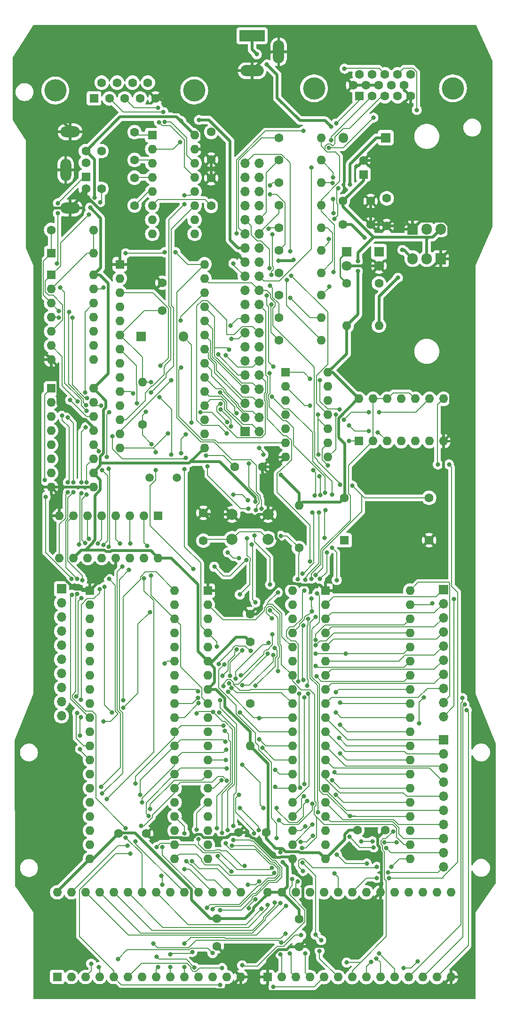
<source format=gbr>
%TF.GenerationSoftware,KiCad,Pcbnew,7.0.1*%
%TF.CreationDate,2023-07-04T17:25:49-07:00*%
%TF.ProjectId,Y6502,59363530-322e-46b6-9963-61645f706362,rev?*%
%TF.SameCoordinates,Original*%
%TF.FileFunction,Copper,L1,Top*%
%TF.FilePolarity,Positive*%
%FSLAX46Y46*%
G04 Gerber Fmt 4.6, Leading zero omitted, Abs format (unit mm)*
G04 Created by KiCad (PCBNEW 7.0.1) date 2023-07-04 17:25:49*
%MOMM*%
%LPD*%
G01*
G04 APERTURE LIST*
%TA.AperFunction,ComponentPad*%
%ADD10R,1.600000X1.600000*%
%TD*%
%TA.AperFunction,ComponentPad*%
%ADD11O,1.600000X1.600000*%
%TD*%
%TA.AperFunction,ComponentPad*%
%ADD12C,1.600000*%
%TD*%
%TA.AperFunction,ComponentPad*%
%ADD13O,3.500000X2.000000*%
%TD*%
%TA.AperFunction,ComponentPad*%
%ADD14O,2.000000X4.000000*%
%TD*%
%TA.AperFunction,ComponentPad*%
%ADD15R,1.800000X1.800000*%
%TD*%
%TA.AperFunction,ComponentPad*%
%ADD16C,1.800000*%
%TD*%
%TA.AperFunction,ComponentPad*%
%ADD17R,1.700000X1.700000*%
%TD*%
%TA.AperFunction,ComponentPad*%
%ADD18O,1.700000X1.700000*%
%TD*%
%TA.AperFunction,ComponentPad*%
%ADD19C,4.000000*%
%TD*%
%TA.AperFunction,ComponentPad*%
%ADD20C,2.000000*%
%TD*%
%TA.AperFunction,ComponentPad*%
%ADD21C,1.500000*%
%TD*%
%TA.AperFunction,ComponentPad*%
%ADD22O,1.800000X1.800000*%
%TD*%
%TA.AperFunction,ComponentPad*%
%ADD23R,4.600000X2.000000*%
%TD*%
%TA.AperFunction,ComponentPad*%
%ADD24O,4.200000X2.000000*%
%TD*%
%TA.AperFunction,ComponentPad*%
%ADD25O,2.000000X4.200000*%
%TD*%
%TA.AperFunction,ComponentPad*%
%ADD26R,1.905000X2.000000*%
%TD*%
%TA.AperFunction,ComponentPad*%
%ADD27O,1.905000X2.000000*%
%TD*%
%TA.AperFunction,ViaPad*%
%ADD28C,0.800000*%
%TD*%
%TA.AperFunction,Conductor*%
%ADD29C,0.500000*%
%TD*%
%TA.AperFunction,Conductor*%
%ADD30C,0.150000*%
%TD*%
%TA.AperFunction,Conductor*%
%ADD31C,0.250000*%
%TD*%
G04 APERTURE END LIST*
D10*
%TO.P,A6522 VIA,1,VSS*%
%TO.N,GNDREF*%
X92975000Y-122475000D03*
D11*
%TO.P,A6522 VIA,2,PA0*%
%TO.N,Net-(A6522-PA0)*%
X92975000Y-125015000D03*
%TO.P,A6522 VIA,3,PA1*%
%TO.N,Net-(A6522-PA1)*%
X92975000Y-127555000D03*
%TO.P,A6522 VIA,4,PA2*%
%TO.N,Net-(A6522-PA2)*%
X92975000Y-130095000D03*
%TO.P,A6522 VIA,5,PA3*%
%TO.N,Net-(A6522-PA3)*%
X92975000Y-132635000D03*
%TO.P,A6522 VIA,6,PA4*%
%TO.N,Net-(A6522-PA4)*%
X92975000Y-135175000D03*
%TO.P,A6522 VIA,7,PA5*%
%TO.N,Net-(A6522-PA5)*%
X92975000Y-137715000D03*
%TO.P,A6522 VIA,8,PA6*%
%TO.N,Net-(A6522-PA6)*%
X92975000Y-140255000D03*
%TO.P,A6522 VIA,9,PA7*%
%TO.N,Net-(A6522-PA7)*%
X92975000Y-142795000D03*
%TO.P,A6522 VIA,10,PB0*%
%TO.N,/P{slash}D0*%
X92975000Y-145335000D03*
%TO.P,A6522 VIA,11,PB1*%
%TO.N,/P{slash}D1*%
X92975000Y-147875000D03*
%TO.P,A6522 VIA,12,PB2*%
%TO.N,/P{slash}D2*%
X92975000Y-150415000D03*
%TO.P,A6522 VIA,13,PB3*%
%TO.N,/P{slash}D3*%
X92975000Y-152955000D03*
%TO.P,A6522 VIA,14,PB4*%
%TO.N,/P{slash}D4*%
X92975000Y-155495000D03*
%TO.P,A6522 VIA,15,PB5*%
%TO.N,/P{slash}D5*%
X92975000Y-158035000D03*
%TO.P,A6522 VIA,16,PB6*%
%TO.N,/P{slash}D6*%
X92975000Y-160575000D03*
%TO.P,A6522 VIA,17,PB7*%
%TO.N,/P{slash}D7*%
X92975000Y-163115000D03*
%TO.P,A6522 VIA,18,CB1*%
%TO.N,Net-(A6522-CB1)*%
X92975000Y-165655000D03*
%TO.P,A6522 VIA,19,CB2*%
%TO.N,unconnected-(A6522-CB2-Pad19)*%
X92975000Y-168195000D03*
%TO.P,A6522 VIA,20,VCC*%
%TO.N,+5V*%
X92975000Y-170735000D03*
%TO.P,A6522 VIA,21,~{IRQ}*%
%TO.N,!IRQ*%
X108215000Y-170735000D03*
%TO.P,A6522 VIA,22,R/~{W}*%
%TO.N,Net-(A6522-R{slash}~{W})*%
X108215000Y-168195000D03*
%TO.P,A6522 VIA,23,~{CS2}*%
%TO.N,Net-(A6522-~{CS2})*%
X108215000Y-165655000D03*
%TO.P,A6522 VIA,24,CS1*%
%TO.N,/A10*%
X108215000Y-163115000D03*
%TO.P,A6522 VIA,25,\u03D52*%
%TO.N,/clk*%
X108215000Y-160575000D03*
%TO.P,A6522 VIA,26,D7*%
%TO.N,/D7*%
X108215000Y-158035000D03*
%TO.P,A6522 VIA,27,D6*%
%TO.N,/D6*%
X108215000Y-155495000D03*
%TO.P,A6522 VIA,28,D5*%
%TO.N,/D5*%
X108215000Y-152955000D03*
%TO.P,A6522 VIA,29,D4*%
%TO.N,/D4*%
X108215000Y-150415000D03*
%TO.P,A6522 VIA,30,D3*%
%TO.N,/D3*%
X108215000Y-147875000D03*
%TO.P,A6522 VIA,31,D2*%
%TO.N,/D2*%
X108215000Y-145335000D03*
%TO.P,A6522 VIA,32,D1*%
%TO.N,/D1*%
X108215000Y-142795000D03*
%TO.P,A6522 VIA,33,D0*%
%TO.N,/D0*%
X108215000Y-140255000D03*
%TO.P,A6522 VIA,34,~{RES}*%
%TO.N,Net-(A6522-~{RES})*%
X108215000Y-137715000D03*
%TO.P,A6522 VIA,35,RS3*%
%TO.N,/A3*%
X108215000Y-135175000D03*
%TO.P,A6522 VIA,36,RS2*%
%TO.N,/A2*%
X108215000Y-132635000D03*
%TO.P,A6522 VIA,37,RS1*%
%TO.N,A1*%
X108215000Y-130095000D03*
%TO.P,A6522 VIA,38,RS0*%
%TO.N,A0*%
X108215000Y-127555000D03*
%TO.P,A6522 VIA,39,CA2*%
%TO.N,Net-(A6522-CA2)*%
X108215000Y-125015000D03*
%TO.P,A6522 VIA,40,CA1*%
%TO.N,Net-(A6522-CA1)*%
X108215000Y-122475000D03*
%TD*%
D12*
%TO.P,1M,1*%
%TO.N,Net-(U15-XTAL2)*%
X102400000Y-92600000D03*
D11*
%TO.P,1M,2*%
%TO.N,Net-(U15-XTAL1)*%
X102400000Y-84980000D03*
%TD*%
D12*
%TO.P,680,1*%
%TO.N,/O4*%
X126990000Y-57200000D03*
D11*
%TO.P,680,2*%
%TO.N,Net-(R10-Pad2)*%
X134610000Y-57200000D03*
%TD*%
D12*
%TO.P,22k,1*%
%TO.N,Net-(D3-K)*%
X139200000Y-67200000D03*
D11*
%TO.P,22k,2*%
%TO.N,+5V*%
X139200000Y-74820000D03*
%TD*%
D10*
%TO.P,P/S 2,1*%
%TO.N,Data-P{slash}S2*%
X92250000Y-48100000D03*
D12*
%TO.P,P/S 2,2*%
%TO.N,unconnected-(J2-Pad2)*%
X92250000Y-45500000D03*
%TO.P,P/S 2,3*%
%TO.N,GNDREF*%
X92250000Y-50200000D03*
%TO.P,P/S 2,4*%
%TO.N,+5V*%
X92250000Y-43400000D03*
%TO.P,P/S 2,5*%
%TO.N,Clk-P{slash}S2*%
X95050000Y-50200000D03*
%TO.P,P/S 2,6*%
%TO.N,unconnected-(J2-Pad6)*%
X95050000Y-43400000D03*
D13*
%TO.P,P/S 2,7,shld*%
%TO.N,GNDREF*%
X89400000Y-39950000D03*
D14*
X88600000Y-46800000D03*
D13*
X89400000Y-53650000D03*
%TD*%
D15*
%TO.P,+3.3v,1,K*%
%TO.N,Net-(D2-K)*%
X145000000Y-61525000D03*
D16*
%TO.P,+3.3v,2,A*%
%TO.N,GNDREF*%
X145000000Y-64065000D03*
%TD*%
D17*
%TO.P,U8,1,D0*%
%TO.N,Net-(A6522-PA0)*%
X87840000Y-122175000D03*
D18*
%TO.P,U8,2,D1*%
%TO.N,Net-(A6522-PA1)*%
X87840000Y-124715000D03*
%TO.P,U8,3,D2*%
%TO.N,Net-(A6522-PA2)*%
X87840000Y-127255000D03*
%TO.P,U8,4,D3*%
%TO.N,Net-(A6522-PA3)*%
X87840000Y-129795000D03*
%TO.P,U8,5,D4*%
%TO.N,Net-(A6522-PA4)*%
X87840000Y-132335000D03*
%TO.P,U8,6,D5*%
%TO.N,Net-(A6522-PA5)*%
X87840000Y-134875000D03*
%TO.P,U8,7,D6*%
%TO.N,Net-(A6522-PA6)*%
X87840000Y-137415000D03*
%TO.P,U8,8,D7*%
%TO.N,Net-(A6522-PA7)*%
X87840000Y-139955000D03*
%TO.P,U8,9,C1*%
%TO.N,Net-(A6522-CA1)*%
X87840000Y-142495000D03*
%TO.P,U8,10,C2*%
%TO.N,Net-(A6522-CA2)*%
X87840000Y-145035000D03*
%TD*%
D12*
%TO.P,1.5k,1*%
%TO.N,/O6*%
X126990000Y-49100000D03*
D11*
%TO.P,1.5k,2*%
%TO.N,Net-(R11-Pad2)*%
X134610000Y-49100000D03*
%TD*%
D12*
%TO.P,1uF,1*%
%TO.N,+5V*%
X98100000Y-166200000D03*
%TO.P,1uF,2*%
%TO.N,GNDREF*%
X103100000Y-166200000D03*
%TD*%
%TO.P,1uF,1*%
%TO.N,+5V*%
X141100000Y-165600000D03*
%TO.P,1uF,2*%
%TO.N,GNDREF*%
X146100000Y-165600000D03*
%TD*%
D19*
%TO.P,VGA Output,0*%
%TO.N,N/C*%
X158315000Y-32120331D03*
X133315000Y-32120331D03*
D10*
%TO.P,VGA Output,1*%
%TO.N,Net-(R11-Pad2)*%
X141500000Y-33540331D03*
D12*
%TO.P,VGA Output,2*%
%TO.N,Net-(R10-Pad2)*%
X143790000Y-33540331D03*
%TO.P,VGA Output,3*%
%TO.N,Net-(R13-Pad2)*%
X146080000Y-33540331D03*
%TO.P,VGA Output,4*%
%TO.N,unconnected-(VGA1-Pad4)*%
X148370000Y-33540331D03*
%TO.P,VGA Output,5*%
%TO.N,GNDREF*%
X150660000Y-33540331D03*
%TO.P,VGA Output,6*%
X140355000Y-31560331D03*
%TO.P,VGA Output,7*%
X142645000Y-31560331D03*
%TO.P,VGA Output,8*%
X144935000Y-31560331D03*
%TO.P,VGA Output,9*%
%TO.N,unconnected-(VGA1-Pad9)*%
X147225000Y-31560331D03*
%TO.P,VGA Output,10*%
%TO.N,GNDREF*%
X149515000Y-31560331D03*
%TO.P,VGA Output,11*%
%TO.N,unconnected-(VGA1-Pad11)*%
X141500000Y-29580331D03*
%TO.P,VGA Output,12*%
%TO.N,unconnected-(VGA1-Pad12)*%
X143790000Y-29580331D03*
%TO.P,VGA Output,13*%
%TO.N,/Hsync*%
X146080000Y-29580331D03*
%TO.P,VGA Output,14*%
%TO.N,/Vsync*%
X148370000Y-29580331D03*
%TO.P,VGA Output,15*%
%TO.N,unconnected-(VGA1-Pad15)*%
X150660000Y-29580331D03*
%TD*%
D20*
%TO.P,RESET,1,1*%
%TO.N,GNDREF*%
X118550000Y-108750000D03*
X125050000Y-108750000D03*
%TO.P,RESET,2,2*%
%TO.N,Net-(A6522-~{RES})*%
X118550000Y-113250000D03*
X125050000Y-113250000D03*
%TD*%
D12*
%TO.P,220,1*%
%TO.N,Net-(R13-Pad1)*%
X126990000Y-69350000D03*
D11*
%TO.P,220,2*%
%TO.N,Net-(R13-Pad2)*%
X134610000Y-69350000D03*
%TD*%
D10*
%TO.P,6502 CPU,1,VSS*%
%TO.N,GNDREF*%
X114175000Y-122495000D03*
D11*
%TO.P,6502 CPU,2,RDY*%
%TO.N,/!DMA*%
X114175000Y-125035000D03*
%TO.P,6502 CPU,3,\u03D51*%
%TO.N,unconnected-(U3-\u03D51-Pad3)*%
X114175000Y-127575000D03*
%TO.P,6502 CPU,4,~{IRQ}*%
%TO.N,!IRQ*%
X114175000Y-130115000D03*
%TO.P,6502 CPU,5,nc*%
%TO.N,unconnected-(U3-nc-Pad5)*%
X114175000Y-132655000D03*
%TO.P,6502 CPU,6,~{NMI}*%
%TO.N,+5V*%
X114175000Y-135195000D03*
%TO.P,6502 CPU,7,SYNC*%
%TO.N,unconnected-(U3-SYNC-Pad7)*%
X114175000Y-137735000D03*
%TO.P,6502 CPU,8,VCC*%
%TO.N,+5V*%
X114175000Y-140275000D03*
%TO.P,6502 CPU,9,A0*%
%TO.N,A0*%
X114175000Y-142815000D03*
%TO.P,6502 CPU,10,A1*%
%TO.N,A1*%
X114175000Y-145355000D03*
%TO.P,6502 CPU,11,A2*%
%TO.N,/A2*%
X114175000Y-147895000D03*
%TO.P,6502 CPU,12,A3*%
%TO.N,/A3*%
X114175000Y-150435000D03*
%TO.P,6502 CPU,13,A4*%
%TO.N,/A4*%
X114175000Y-152975000D03*
%TO.P,6502 CPU,14,A5*%
%TO.N,/A5*%
X114175000Y-155515000D03*
%TO.P,6502 CPU,15,A6*%
%TO.N,/A6*%
X114175000Y-158055000D03*
%TO.P,6502 CPU,16,A7*%
%TO.N,/A7*%
X114175000Y-160595000D03*
%TO.P,6502 CPU,17,A8*%
%TO.N,/A8*%
X114175000Y-163135000D03*
%TO.P,6502 CPU,18,A9*%
%TO.N,/A9*%
X114175000Y-165675000D03*
%TO.P,6502 CPU,19,A10*%
%TO.N,/A10*%
X114175000Y-168215000D03*
%TO.P,6502 CPU,20,A11*%
%TO.N,/A11*%
X114175000Y-170755000D03*
%TO.P,6502 CPU,21,VSS*%
%TO.N,GNDREF*%
X129415000Y-170755000D03*
%TO.P,6502 CPU,22,A12*%
%TO.N,/A12*%
X129415000Y-168215000D03*
%TO.P,6502 CPU,23,A13*%
%TO.N,/A13*%
X129415000Y-165675000D03*
%TO.P,6502 CPU,24,A14*%
%TO.N,Net-(U3-A14)*%
X129415000Y-163135000D03*
%TO.P,6502 CPU,25,A15*%
%TO.N,Net-(U3-A15)*%
X129415000Y-160595000D03*
%TO.P,6502 CPU,26,D7*%
%TO.N,/D7*%
X129415000Y-158055000D03*
%TO.P,6502 CPU,27,D6*%
%TO.N,/D6*%
X129415000Y-155515000D03*
%TO.P,6502 CPU,28,D5*%
%TO.N,/D5*%
X129415000Y-152975000D03*
%TO.P,6502 CPU,29,D4*%
%TO.N,/D4*%
X129415000Y-150435000D03*
%TO.P,6502 CPU,30,D3*%
%TO.N,/D3*%
X129415000Y-147895000D03*
%TO.P,6502 CPU,31,D2*%
%TO.N,/D2*%
X129415000Y-145355000D03*
%TO.P,6502 CPU,32,D1*%
%TO.N,/D1*%
X129415000Y-142815000D03*
%TO.P,6502 CPU,33,D0*%
%TO.N,/D0*%
X129415000Y-140275000D03*
%TO.P,6502 CPU,34,R/~{W}*%
%TO.N,Net-(A6522-R{slash}~{W})*%
X129415000Y-137735000D03*
%TO.P,6502 CPU,35,nc*%
%TO.N,unconnected-(U3-nc-Pad35)*%
X129415000Y-135195000D03*
%TO.P,6502 CPU,36,BE*%
%TO.N,/!DMA*%
X129415000Y-132655000D03*
%TO.P,6502 CPU,37,\u03D50*%
%TO.N,/clk*%
X129415000Y-130115000D03*
%TO.P,6502 CPU,38,~{SO}*%
%TO.N,unconnected-(U3-~{SO}-Pad38)*%
X129415000Y-127575000D03*
%TO.P,6502 CPU,39,\u03D52*%
%TO.N,unconnected-(U3-\u03D52-Pad39)*%
X129415000Y-125035000D03*
%TO.P,6502 CPU,40,~{RES}*%
%TO.N,Net-(A6522-~{RES})*%
X129415000Y-122495000D03*
%TD*%
D12*
%TO.P,1uF,1*%
%TO.N,GNDREF*%
X119700000Y-166000000D03*
%TO.P,1uF,2*%
%TO.N,+5V*%
X124700000Y-166000000D03*
%TD*%
D21*
%TO.P,1.8432 MHz,1,1*%
%TO.N,Net-(U15-XTAL2)*%
X103750000Y-102200000D03*
%TO.P,1.8432 MHz,2,2*%
%TO.N,Net-(U15-XTAL1)*%
X108650000Y-102200000D03*
%TD*%
D12*
%TO.P,20uF,1*%
%TO.N,GNDREF*%
X106000000Y-67100000D03*
%TO.P,20uF,2*%
%TO.N,Net-(U15-XTAL1)*%
X106000000Y-72100000D03*
%TD*%
D19*
%TO.P,RS232 Output,0*%
%TO.N,N/C*%
X111745000Y-32510331D03*
X86745000Y-32510331D03*
D10*
%TO.P,RS232 Output,1,1*%
%TO.N,unconnected-(J3-Pad1)*%
X93705000Y-33930331D03*
D12*
%TO.P,RS232 Output,2,2*%
%TO.N,Net-(U16-T1OUT)*%
X96475000Y-33930331D03*
%TO.P,RS232 Output,3,3*%
%TO.N,Net-(U16-R1IN)*%
X99245000Y-33930331D03*
%TO.P,RS232 Output,4,4*%
%TO.N,unconnected-(J3-Pad4)*%
X102015000Y-33930331D03*
%TO.P,RS232 Output,5,5*%
%TO.N,GNDREF*%
X104785000Y-33930331D03*
%TO.P,RS232 Output,6,6*%
%TO.N,unconnected-(J3-Pad6)*%
X95090000Y-31090331D03*
%TO.P,RS232 Output,7,7*%
%TO.N,unconnected-(J3-Pad7)*%
X97860000Y-31090331D03*
%TO.P,RS232 Output,8,8*%
%TO.N,unconnected-(J3-Pad8)*%
X100630000Y-31090331D03*
%TO.P,RS232 Output,9,9*%
%TO.N,unconnected-(J3-Pad9)*%
X103400000Y-31090331D03*
%TD*%
%TO.P,1uF,1*%
%TO.N,Net-(U16-C2+)*%
X101000000Y-48200000D03*
%TO.P,1uF,2*%
%TO.N,Net-(U16-C2-)*%
X101000000Y-53200000D03*
%TD*%
D10*
%TO.P,74LS595,1,QB*%
%TO.N,/P{slash}D0*%
X85980000Y-86100000D03*
D11*
%TO.P,74LS595,2,QC*%
%TO.N,unconnected-(U14-QC-Pad2)*%
X85980000Y-88640000D03*
%TO.P,74LS595,3,QD*%
%TO.N,unconnected-(U14-QD-Pad3)*%
X85980000Y-91180000D03*
%TO.P,74LS595,4,QE*%
%TO.N,unconnected-(U14-QE-Pad4)*%
X85980000Y-93720000D03*
%TO.P,74LS595,5,QF*%
%TO.N,unconnected-(U14-QF-Pad5)*%
X85980000Y-96260000D03*
%TO.P,74LS595,6,QG*%
%TO.N,unconnected-(U14-QG-Pad6)*%
X85980000Y-98800000D03*
%TO.P,74LS595,7,QH*%
%TO.N,unconnected-(U14-QH-Pad7)*%
X85980000Y-101340000D03*
%TO.P,74LS595,8,GND*%
%TO.N,GNDREF*%
X85980000Y-103880000D03*
%TO.P,74LS595,9,QH'*%
X93600000Y-103880000D03*
%TO.P,74LS595,10,~{SRCLR}*%
%TO.N,+5V*%
X93600000Y-101340000D03*
%TO.P,74LS595,11,SRCLK*%
%TO.N,Net-(U13-SRCLK)*%
X93600000Y-98800000D03*
%TO.P,74LS595,12,RCLK*%
%TO.N,Net-(A6522-CB1)*%
X93600000Y-96260000D03*
%TO.P,74LS595,13,~{OE}*%
%TO.N,GNDREF*%
X93600000Y-93720000D03*
%TO.P,74LS595,14,SER*%
%TO.N,Net-(U13-QH')*%
X93600000Y-91180000D03*
%TO.P,74LS595,15,QA*%
%TO.N,/P{slash}D1*%
X93600000Y-88640000D03*
%TO.P,74LS595,16,VCC*%
%TO.N,+5V*%
X93600000Y-86100000D03*
%TD*%
D12*
%TO.P,.1uF,1*%
%TO.N,Net-(A6522-~{RES})*%
X113400000Y-113500000D03*
%TO.P,.1uF,2*%
%TO.N,GNDREF*%
X113400000Y-108500000D03*
%TD*%
%TO.P,1uF,1*%
%TO.N,Net-(U16-VS+)*%
X114800000Y-39965000D03*
%TO.P,1uF,2*%
%TO.N,GNDREF*%
X114800000Y-44965000D03*
%TD*%
D17*
%TO.P,U7,1,D0*%
%TO.N,Net-(B6522-PB0)*%
X156615000Y-149315000D03*
D18*
%TO.P,U7,2,D1*%
%TO.N,Net-(B6522-PB1)*%
X156615000Y-151855000D03*
%TO.P,U7,3,D2*%
%TO.N,Net-(B6522-PB2)*%
X156615000Y-154395000D03*
%TO.P,U7,4,D3*%
%TO.N,Net-(B6522-PB3)*%
X156615000Y-156935000D03*
%TO.P,U7,5,D4*%
%TO.N,Net-(B6522-PB4)*%
X156615000Y-159475000D03*
%TO.P,U7,6,D5*%
%TO.N,Net-(B6522-PB5)*%
X156615000Y-162015000D03*
%TO.P,U7,7,D6*%
%TO.N,Net-(B6522-PB6)*%
X156615000Y-164555000D03*
%TO.P,U7,8,D7*%
%TO.N,Net-(B6522-PB7)*%
X156615000Y-167095000D03*
%TO.P,U7,9,C1*%
%TO.N,Net-(B6522-CB1)*%
X156615000Y-169635000D03*
%TO.P,U7,10,C2*%
%TO.N,Net-(B6522-CB2)*%
X156615000Y-172175000D03*
%TD*%
D10*
%TO.P,6551 SPI,1,VSS*%
%TO.N,GNDREF*%
X98360000Y-63780000D03*
D11*
%TO.P,6551 SPI,2,CS1*%
%TO.N,/D9*%
X98360000Y-66320000D03*
%TO.P,6551 SPI,3,~{CS2}*%
%TO.N,Net-(A6522-~{CS2})*%
X98360000Y-68860000D03*
%TO.P,6551 SPI,4,~{RES}*%
%TO.N,!reset*%
X98360000Y-71400000D03*
%TO.P,6551 SPI,5,RxC*%
%TO.N,unconnected-(U15-RxC-Pad5)*%
X98360000Y-73940000D03*
%TO.P,6551 SPI,6,XTAL1*%
%TO.N,Net-(U15-XTAL1)*%
X98360000Y-76480000D03*
%TO.P,6551 SPI,7,XTAL2*%
%TO.N,Net-(U15-XTAL2)*%
X98360000Y-79020000D03*
%TO.P,6551 SPI,8,~{RTS}*%
%TO.N,unconnected-(U15-~{RTS}-Pad8)*%
X98360000Y-81560000D03*
%TO.P,6551 SPI,9,~{CTS}*%
%TO.N,unconnected-(U15-~{CTS}-Pad9)*%
X98360000Y-84100000D03*
%TO.P,6551 SPI,10,TxD*%
%TO.N,Net-(U15-TxD)*%
X98360000Y-86640000D03*
%TO.P,6551 SPI,11,~{DTR}*%
%TO.N,unconnected-(U15-~{DTR}-Pad11)*%
X98360000Y-89180000D03*
%TO.P,6551 SPI,12,RxD*%
%TO.N,Net-(U15-RxD)*%
X98360000Y-91720000D03*
%TO.P,6551 SPI,13,RS0*%
%TO.N,A0*%
X98360000Y-94260000D03*
%TO.P,6551 SPI,14,RS1*%
%TO.N,A1*%
X98360000Y-96800000D03*
%TO.P,6551 SPI,15,VCC*%
%TO.N,+5V*%
X113600000Y-96800000D03*
%TO.P,6551 SPI,16,~{DCD}*%
%TO.N,unconnected-(U15-~{DCD}-Pad16)*%
X113600000Y-94260000D03*
%TO.P,6551 SPI,17,~{DSR}*%
%TO.N,unconnected-(U15-~{DSR}-Pad17)*%
X113600000Y-91720000D03*
%TO.P,6551 SPI,18,D0*%
%TO.N,/D0*%
X113600000Y-89180000D03*
%TO.P,6551 SPI,19,D1*%
%TO.N,/D1*%
X113600000Y-86640000D03*
%TO.P,6551 SPI,20,D2*%
%TO.N,/D2*%
X113600000Y-84100000D03*
%TO.P,6551 SPI,21,D3*%
%TO.N,/D3*%
X113600000Y-81560000D03*
%TO.P,6551 SPI,22,D4*%
%TO.N,/D4*%
X113600000Y-79020000D03*
%TO.P,6551 SPI,23,D5*%
%TO.N,/D5*%
X113600000Y-76480000D03*
%TO.P,6551 SPI,24,D6*%
%TO.N,/D6*%
X113600000Y-73940000D03*
%TO.P,6551 SPI,25,D7*%
%TO.N,/D7*%
X113600000Y-71400000D03*
%TO.P,6551 SPI,26,~{IRQ}*%
%TO.N,Net-(D5-K)*%
X113600000Y-68860000D03*
%TO.P,6551 SPI,27,\u03D52*%
%TO.N,/clk*%
X113600000Y-66320000D03*
%TO.P,6551 SPI,28,R/~{W}*%
%TO.N,Net-(A6522-R{slash}~{W})*%
X113600000Y-63780000D03*
%TD*%
D10*
%TO.P,62256 RAM,1,A14*%
%TO.N,/A14*%
X87095000Y-192000000D03*
D11*
%TO.P,62256 RAM,2,A12*%
%TO.N,/A12*%
X89635000Y-192000000D03*
%TO.P,62256 RAM,3,A7*%
%TO.N,/A7*%
X92175000Y-192000000D03*
%TO.P,62256 RAM,4,A6*%
%TO.N,/A6*%
X94715000Y-192000000D03*
%TO.P,62256 RAM,5,A5*%
%TO.N,/A5*%
X97255000Y-192000000D03*
%TO.P,62256 RAM,6,A4*%
%TO.N,/A4*%
X99795000Y-192000000D03*
%TO.P,62256 RAM,7,A3*%
%TO.N,/A3*%
X102335000Y-192000000D03*
%TO.P,62256 RAM,8,A2*%
%TO.N,/A2*%
X104875000Y-192000000D03*
%TO.P,62256 RAM,9,A1*%
%TO.N,A1*%
X107415000Y-192000000D03*
%TO.P,62256 RAM,10,A0*%
%TO.N,A0*%
X109955000Y-192000000D03*
%TO.P,62256 RAM,11,Q0*%
%TO.N,/D0*%
X112495000Y-192000000D03*
%TO.P,62256 RAM,12,Q1*%
%TO.N,/D1*%
X115035000Y-192000000D03*
%TO.P,62256 RAM,13,Q2*%
%TO.N,/D2*%
X117575000Y-192000000D03*
%TO.P,62256 RAM,14,GND*%
%TO.N,GNDREF*%
X120115000Y-192000000D03*
%TO.P,62256 RAM,15,Q3*%
%TO.N,/D3*%
X120115000Y-176760000D03*
%TO.P,62256 RAM,16,Q4*%
%TO.N,/D4*%
X117575000Y-176760000D03*
%TO.P,62256 RAM,17,Q5*%
%TO.N,/D5*%
X115035000Y-176760000D03*
%TO.P,62256 RAM,18,Q6*%
%TO.N,/D6*%
X112495000Y-176760000D03*
%TO.P,62256 RAM,19,Q7*%
%TO.N,/D7*%
X109955000Y-176760000D03*
%TO.P,62256 RAM,20,~{CS}*%
%TO.N,/A15*%
X107415000Y-176760000D03*
%TO.P,62256 RAM,21,A10*%
%TO.N,/A10*%
X104875000Y-176760000D03*
%TO.P,62256 RAM,22,~{OE}*%
%TO.N,Net-(URAM1-~{OE})*%
X102335000Y-176760000D03*
%TO.P,62256 RAM,23,A11*%
%TO.N,/A11*%
X99795000Y-176760000D03*
%TO.P,62256 RAM,24,A9*%
%TO.N,/A9*%
X97255000Y-176760000D03*
%TO.P,62256 RAM,25,A8*%
%TO.N,/A8*%
X94715000Y-176760000D03*
%TO.P,62256 RAM,26,A13*%
%TO.N,/A13*%
X92175000Y-176760000D03*
%TO.P,62256 RAM,27,~{WE}*%
%TO.N,Net-(A6522-R{slash}~{W})*%
X89635000Y-176760000D03*
%TO.P,62256 RAM,28,VCC*%
%TO.N,+5V*%
X87095000Y-176760000D03*
%TD*%
D12*
%TO.P,220,1*%
%TO.N,/O2*%
X126990000Y-73400000D03*
D11*
%TO.P,220,2*%
%TO.N,Net-(R13-Pad1)*%
X134610000Y-73400000D03*
%TD*%
D10*
%TO.P,U16,1,C1+*%
%TO.N,Net-(U16-C1+)*%
X104200000Y-40525000D03*
D11*
%TO.P,U16,2,VS+*%
%TO.N,Net-(U16-VS+)*%
X104200000Y-43065000D03*
%TO.P,U16,3,C1-*%
%TO.N,Net-(U16-C1-)*%
X104200000Y-45605000D03*
%TO.P,U16,4,C2+*%
%TO.N,Net-(U16-C2+)*%
X104200000Y-48145000D03*
%TO.P,U16,5,C2-*%
%TO.N,Net-(U16-C2-)*%
X104200000Y-50685000D03*
%TO.P,U16,6,VS-*%
%TO.N,Net-(U16-VS-)*%
X104200000Y-53225000D03*
%TO.P,U16,7,T2OUT*%
%TO.N,unconnected-(U16-T2OUT-Pad7)*%
X104200000Y-55765000D03*
%TO.P,U16,8,R2IN*%
%TO.N,unconnected-(U16-R2IN-Pad8)*%
X104200000Y-58305000D03*
%TO.P,U16,9,R2OUT*%
%TO.N,unconnected-(U16-R2OUT-Pad9)*%
X111820000Y-58305000D03*
%TO.P,U16,10,T2IN*%
%TO.N,unconnected-(U16-T2IN-Pad10)*%
X111820000Y-55765000D03*
%TO.P,U16,11,T1IN*%
%TO.N,Net-(U15-TxD)*%
X111820000Y-53225000D03*
%TO.P,U16,12,R1OUT*%
%TO.N,Net-(U15-RxD)*%
X111820000Y-50685000D03*
%TO.P,U16,13,R1IN*%
%TO.N,Net-(U16-R1IN)*%
X111820000Y-48145000D03*
%TO.P,U16,14,T1OUT*%
%TO.N,Net-(U16-T1OUT)*%
X111820000Y-45605000D03*
%TO.P,U16,15,GND*%
%TO.N,GNDREF*%
X111820000Y-43065000D03*
%TO.P,U16,16,VCC*%
%TO.N,+5V*%
X111820000Y-40525000D03*
%TD*%
D10*
%TO.P,74LS14,1*%
%TO.N,Clk-P{slash}S2*%
X86000000Y-65700000D03*
D11*
%TO.P,74LS14,2*%
%TO.N,Net-(D4-A)*%
X86000000Y-68240000D03*
%TO.P,74LS14,3*%
%TO.N,Net-(D4-K)*%
X86000000Y-70780000D03*
%TO.P,74LS14,4*%
%TO.N,Net-(A6522-CB1)*%
X86000000Y-73320000D03*
%TO.P,74LS14,5*%
%TO.N,Clk-P{slash}S2*%
X86000000Y-75860000D03*
%TO.P,74LS14,6*%
%TO.N,Net-(U13-SRCLK)*%
X86000000Y-78400000D03*
%TO.P,74LS14,7,GND*%
%TO.N,GNDREF*%
X86000000Y-80940000D03*
%TO.P,74LS14,8*%
%TO.N,N/C*%
X93620000Y-80940000D03*
%TO.P,74LS14,9*%
X93620000Y-78400000D03*
%TO.P,74LS14,10*%
X93620000Y-75860000D03*
%TO.P,74LS14,11*%
X93620000Y-73320000D03*
%TO.P,74LS14,12*%
%TO.N,Net-(URAM1-~{OE})*%
X93620000Y-70780000D03*
%TO.P,74LS14,13*%
%TO.N,Net-(A6522-R{slash}~{W})*%
X93620000Y-68240000D03*
%TO.P,74LS14,14,VCC*%
%TO.N,+5V*%
X93620000Y-65700000D03*
%TD*%
D12*
%TO.P,1uF,1*%
%TO.N,GNDREF*%
X124000000Y-100200000D03*
%TO.P,1uF,2*%
%TO.N,Net-(D4-K)*%
X119000000Y-100200000D03*
%TD*%
%TO.P,1uF,1*%
%TO.N,+5V*%
X130600000Y-181600000D03*
%TO.P,1uF,2*%
%TO.N,GNDREF*%
X130600000Y-186600000D03*
%TD*%
D15*
%TO.P,D5,1,K*%
%TO.N,Net-(D5-K)*%
X102150000Y-76800000D03*
D22*
%TO.P,D5,2,A*%
%TO.N,!IRQ*%
X109770000Y-76800000D03*
%TD*%
D12*
%TO.P,1k,1*%
%TO.N,/!DMA*%
X121800000Y-142810000D03*
D11*
%TO.P,1k,2*%
%TO.N,+5V*%
X121800000Y-150430000D03*
%TD*%
D12*
%TO.P,680,1*%
%TO.N,/O7*%
X126990000Y-61250000D03*
D11*
%TO.P,680,2*%
%TO.N,Net-(R11-Pad2)*%
X134610000Y-61250000D03*
%TD*%
D15*
%TO.P,1N4007,1,K*%
%TO.N,Net-(D1-K)*%
X146210000Y-41000000D03*
D22*
%TO.P,1N4007,2,A*%
%TO.N,Net-(D1-A)*%
X138590000Y-41000000D03*
%TD*%
D12*
%TO.P,1k,1*%
%TO.N,Net-(A6522-~{RES})*%
X130600000Y-114810000D03*
D11*
%TO.P,1k,2*%
%TO.N,+5V*%
X130600000Y-107190000D03*
%TD*%
D12*
%TO.P,22k,1*%
%TO.N,Net-(D2-K)*%
X145000000Y-67190000D03*
D11*
%TO.P,22k,2*%
%TO.N,+3V3*%
X145000000Y-74810000D03*
%TD*%
D12*
%TO.P,680,1*%
%TO.N,Net-(R12-Pad1)*%
X126990000Y-65300000D03*
D11*
%TO.P,680,2*%
%TO.N,Net-(R10-Pad2)*%
X134610000Y-65300000D03*
%TD*%
D12*
%TO.P,1uF,1*%
%TO.N,Net-(D1-K)*%
X138500000Y-56600000D03*
%TO.P,1uF,2*%
%TO.N,GNDREF*%
X143500000Y-56600000D03*
%TD*%
%TO.P,1uF,1*%
%TO.N,+5V*%
X138500000Y-52400000D03*
%TO.P,1uF,2*%
%TO.N,GNDREF*%
X143500000Y-52400000D03*
%TD*%
D17*
%TO.P,U1,1,D0*%
%TO.N,Net-(B6522-PA0)*%
X156615000Y-122295000D03*
D18*
%TO.P,U1,2,D1*%
%TO.N,Net-(B6522-PA1)*%
X156615000Y-124835000D03*
%TO.P,U1,3,D2*%
%TO.N,Net-(B6522-PA2)*%
X156615000Y-127375000D03*
%TO.P,U1,4,D3*%
%TO.N,Net-(B6522-PA3)*%
X156615000Y-129915000D03*
%TO.P,U1,5,D4*%
%TO.N,Net-(B6522-PA4)*%
X156615000Y-132455000D03*
%TO.P,U1,6,D5*%
%TO.N,Net-(B6522-PA5)*%
X156615000Y-134995000D03*
%TO.P,U1,7,D6*%
%TO.N,Net-(B6522-PA6)*%
X156615000Y-137535000D03*
%TO.P,U1,8,D7*%
%TO.N,Net-(B6522-PA7)*%
X156615000Y-140075000D03*
%TO.P,U1,9,C1*%
%TO.N,Net-(B6522-CA1)*%
X156615000Y-142615000D03*
%TO.P,U1,10,C2*%
%TO.N,Net-(B6522-CA2)*%
X156615000Y-145155000D03*
%TD*%
D12*
%TO.P,1.5k,1*%
%TO.N,/O1*%
X126990000Y-53150000D03*
D11*
%TO.P,1.5k,2*%
%TO.N,Net-(R13-Pad2)*%
X134610000Y-53150000D03*
%TD*%
D10*
%TO.P,D4,1,K*%
%TO.N,Net-(D4-K)*%
X86030000Y-61760000D03*
D11*
%TO.P,D4,2,A*%
%TO.N,Net-(D4-A)*%
X93650000Y-61760000D03*
%TD*%
D10*
%TO.P,47uF,1*%
%TO.N,+5V*%
X142200000Y-47605112D03*
D12*
%TO.P,47uF,2*%
%TO.N,GNDREF*%
X142200000Y-45105112D03*
%TD*%
D23*
%TO.P,J1,1*%
%TO.N,Net-(D1-A)*%
X122150000Y-22650000D03*
D24*
%TO.P,J1,2*%
%TO.N,GNDREF*%
X122150000Y-28950000D03*
D25*
%TO.P,J1,3,MountPin*%
X126950000Y-25550000D03*
%TD*%
D26*
%TO.P,3v3 Regulator,1,GND*%
%TO.N,GNDREF*%
X151060000Y-57430000D03*
D27*
%TO.P,3v3 Regulator,2,VO*%
%TO.N,+3V3*%
X153600000Y-57430000D03*
%TO.P,3v3 Regulator,3,VI*%
%TO.N,+5V*%
X156140000Y-57430000D03*
%TD*%
D26*
%TO.P,5v Regulator,1,GND*%
%TO.N,GNDREF*%
X156140000Y-62770000D03*
D27*
%TO.P,5v Regulator,2,VO*%
%TO.N,+5V*%
X153600000Y-62770000D03*
%TO.P,5v Regulator,3,VI*%
%TO.N,Net-(D1-K)*%
X151060000Y-62770000D03*
%TD*%
D12*
%TO.P,1uF,1*%
%TO.N,GNDREF*%
X115800000Y-186500000D03*
%TO.P,1uF,2*%
%TO.N,+5V*%
X115800000Y-181500000D03*
%TD*%
%TO.P,33k,1*%
%TO.N,Net-(D4-K)*%
X85990000Y-57600000D03*
D11*
%TO.P,33k,2*%
%TO.N,Net-(D4-A)*%
X93610000Y-57600000D03*
%TD*%
D12*
%TO.P,C5,1*%
%TO.N,+3V3*%
X146400000Y-51900000D03*
%TO.P,C5,2*%
%TO.N,GNDREF*%
X146400000Y-56900000D03*
%TD*%
%TO.P,1.5k,1*%
%TO.N,/O0*%
X126990000Y-41000000D03*
D11*
%TO.P,1.5k,2*%
%TO.N,Net-(R13-Pad2)*%
X134610000Y-41000000D03*
%TD*%
D15*
%TO.P,+5v,1,K*%
%TO.N,Net-(D3-K)*%
X139200000Y-61525000D03*
D16*
%TO.P,+5v,2,A*%
%TO.N,GNDREF*%
X139200000Y-64065000D03*
%TD*%
D10*
%TO.P,74LS595,1,QB*%
%TO.N,unconnected-(U13-QB-Pad1)*%
X105275000Y-109000000D03*
D11*
%TO.P,74LS595,2,QC*%
%TO.N,/P{slash}D7*%
X102735000Y-109000000D03*
%TO.P,74LS595,3,QD*%
%TO.N,/P{slash}D6*%
X100195000Y-109000000D03*
%TO.P,74LS595,4,QE*%
%TO.N,/P{slash}D5*%
X97655000Y-109000000D03*
%TO.P,74LS595,5,QF*%
%TO.N,/P{slash}D4*%
X95115000Y-109000000D03*
%TO.P,74LS595,6,QG*%
%TO.N,/P{slash}D3*%
X92575000Y-109000000D03*
%TO.P,74LS595,7,QH*%
%TO.N,/P{slash}D2*%
X90035000Y-109000000D03*
%TO.P,74LS595,8,GND*%
%TO.N,GNDREF*%
X87495000Y-109000000D03*
%TO.P,74LS595,9,QH'*%
%TO.N,Net-(U13-QH')*%
X87495000Y-116620000D03*
%TO.P,74LS595,10,~{SRCLR}*%
%TO.N,+5V*%
X90035000Y-116620000D03*
%TO.P,74LS595,11,SRCLK*%
%TO.N,Net-(U13-SRCLK)*%
X92575000Y-116620000D03*
%TO.P,74LS595,12,RCLK*%
%TO.N,Net-(A6522-CB1)*%
X95115000Y-116620000D03*
%TO.P,74LS595,13,~{OE}*%
%TO.N,GNDREF*%
X97655000Y-116620000D03*
%TO.P,74LS595,14,SER*%
%TO.N,Data-P{slash}S2*%
X100195000Y-116620000D03*
%TO.P,74LS595,15,QA*%
%TO.N,unconnected-(U13-QA-Pad15)*%
X102735000Y-116620000D03*
%TO.P,74LS595,16,VCC*%
%TO.N,+5V*%
X105275000Y-116620000D03*
%TD*%
D10*
%TO.P,1MHz OSC.,1,NC*%
%TO.N,unconnected-(X2-NC-Pad1)*%
X138780000Y-113410000D03*
D12*
%TO.P,1MHz OSC.,7,GND*%
%TO.N,GNDREF*%
X154020000Y-113410000D03*
%TO.P,1MHz OSC.,8,OUT*%
%TO.N,/clk*%
X154020000Y-105790000D03*
%TO.P,1MHz OSC.,14,Vcc*%
%TO.N,+5V*%
X138780000Y-105790000D03*
%TD*%
D10*
%TO.P,74LS32,1*%
%TO.N,Net-(U5-Pad3)*%
X128200000Y-83240000D03*
D11*
%TO.P,74LS32,2*%
%TO.N,Net-(U3-A14)*%
X128200000Y-85780000D03*
%TO.P,74LS32,3*%
%TO.N,Net-(U6-Pad3)*%
X128200000Y-88320000D03*
%TO.P,74LS32,4*%
X128200000Y-90860000D03*
%TO.P,74LS32,5*%
%TO.N,/A12*%
X128200000Y-93400000D03*
%TO.P,74LS32,6*%
%TO.N,Net-(A6522-~{CS2})*%
X128200000Y-95940000D03*
%TO.P,74LS32,7,GND*%
%TO.N,GNDREF*%
X128200000Y-98480000D03*
%TO.P,74LS32,8*%
%TO.N,Net-(U6-Pad12)*%
X135820000Y-98480000D03*
%TO.P,74LS32,9*%
%TO.N,/A13*%
X135820000Y-95940000D03*
%TO.P,74LS32,10*%
%TO.N,Net-(U3-A14)*%
X135820000Y-93400000D03*
%TO.P,74LS32,11*%
%TO.N,Net-(U10-!CE)*%
X135820000Y-90860000D03*
%TO.P,74LS32,12*%
%TO.N,Net-(U6-Pad12)*%
X135820000Y-88320000D03*
%TO.P,74LS32,13*%
%TO.N,Net-(U5-Pad11)*%
X135820000Y-85780000D03*
%TO.P,74LS32,14,VCC*%
%TO.N,+5V*%
X135820000Y-83240000D03*
%TD*%
D12*
%TO.P,100,1*%
%TO.N,/O5*%
X126990000Y-77450000D03*
D11*
%TO.P,100,2*%
%TO.N,Net-(R12-Pad1)*%
X134610000Y-77450000D03*
%TD*%
D10*
%TO.P,B6522 VIA,1,VSS*%
%TO.N,GNDREF*%
X135375000Y-122475000D03*
D11*
%TO.P,B6522 VIA,2,PA0*%
%TO.N,Net-(B6522-PA0)*%
X135375000Y-125015000D03*
%TO.P,B6522 VIA,3,PA1*%
%TO.N,Net-(B6522-PA1)*%
X135375000Y-127555000D03*
%TO.P,B6522 VIA,4,PA2*%
%TO.N,Net-(B6522-PA2)*%
X135375000Y-130095000D03*
%TO.P,B6522 VIA,5,PA3*%
%TO.N,Net-(B6522-PA3)*%
X135375000Y-132635000D03*
%TO.P,B6522 VIA,6,PA4*%
%TO.N,Net-(B6522-PA4)*%
X135375000Y-135175000D03*
%TO.P,B6522 VIA,7,PA5*%
%TO.N,Net-(B6522-PA5)*%
X135375000Y-137715000D03*
%TO.P,B6522 VIA,8,PA6*%
%TO.N,Net-(B6522-PA6)*%
X135375000Y-140255000D03*
%TO.P,B6522 VIA,9,PA7*%
%TO.N,Net-(B6522-PA7)*%
X135375000Y-142795000D03*
%TO.P,B6522 VIA,10,PB0*%
%TO.N,Net-(B6522-PB0)*%
X135375000Y-145335000D03*
%TO.P,B6522 VIA,11,PB1*%
%TO.N,Net-(B6522-PB1)*%
X135375000Y-147875000D03*
%TO.P,B6522 VIA,12,PB2*%
%TO.N,Net-(B6522-PB2)*%
X135375000Y-150415000D03*
%TO.P,B6522 VIA,13,PB3*%
%TO.N,Net-(B6522-PB3)*%
X135375000Y-152955000D03*
%TO.P,B6522 VIA,14,PB4*%
%TO.N,Net-(B6522-PB4)*%
X135375000Y-155495000D03*
%TO.P,B6522 VIA,15,PB5*%
%TO.N,Net-(B6522-PB5)*%
X135375000Y-158035000D03*
%TO.P,B6522 VIA,16,PB6*%
%TO.N,Net-(B6522-PB6)*%
X135375000Y-160575000D03*
%TO.P,B6522 VIA,17,PB7*%
%TO.N,Net-(B6522-PB7)*%
X135375000Y-163115000D03*
%TO.P,B6522 VIA,18,CB1*%
%TO.N,Net-(B6522-CB1)*%
X135375000Y-165655000D03*
%TO.P,B6522 VIA,19,CB2*%
%TO.N,Net-(B6522-CB2)*%
X135375000Y-168195000D03*
%TO.P,B6522 VIA,20,VCC*%
%TO.N,+5V*%
X135375000Y-170735000D03*
%TO.P,B6522 VIA,21,~{IRQ}*%
%TO.N,!IRQ*%
X150615000Y-170735000D03*
%TO.P,B6522 VIA,22,R/~{W}*%
%TO.N,Net-(A6522-R{slash}~{W})*%
X150615000Y-168195000D03*
%TO.P,B6522 VIA,23,~{CS2}*%
%TO.N,Net-(A6522-~{CS2})*%
X150615000Y-165655000D03*
%TO.P,B6522 VIA,24,CS1*%
%TO.N,/A11*%
X150615000Y-163115000D03*
%TO.P,B6522 VIA,25,\u03D52*%
%TO.N,/clk*%
X150615000Y-160575000D03*
%TO.P,B6522 VIA,26,D7*%
%TO.N,/D7*%
X150615000Y-158035000D03*
%TO.P,B6522 VIA,27,D6*%
%TO.N,/D6*%
X150615000Y-155495000D03*
%TO.P,B6522 VIA,28,D5*%
%TO.N,/D5*%
X150615000Y-152955000D03*
%TO.P,B6522 VIA,29,D4*%
%TO.N,/D4*%
X150615000Y-150415000D03*
%TO.P,B6522 VIA,30,D3*%
%TO.N,/D3*%
X150615000Y-147875000D03*
%TO.P,B6522 VIA,31,D2*%
%TO.N,/D2*%
X150615000Y-145335000D03*
%TO.P,B6522 VIA,32,D1*%
%TO.N,/D1*%
X150615000Y-142795000D03*
%TO.P,B6522 VIA,33,D0*%
%TO.N,/D0*%
X150615000Y-140255000D03*
%TO.P,B6522 VIA,34,~{RES}*%
%TO.N,Net-(A6522-~{RES})*%
X150615000Y-137715000D03*
%TO.P,B6522 VIA,35,RS3*%
%TO.N,/A3*%
X150615000Y-135175000D03*
%TO.P,B6522 VIA,36,RS2*%
%TO.N,/A2*%
X150615000Y-132635000D03*
%TO.P,B6522 VIA,37,RS1*%
%TO.N,A1*%
X150615000Y-130095000D03*
%TO.P,B6522 VIA,38,RS0*%
%TO.N,A0*%
X150615000Y-127555000D03*
%TO.P,B6522 VIA,39,CA2*%
%TO.N,Net-(B6522-CA2)*%
X150615000Y-125015000D03*
%TO.P,B6522 VIA,40,CA1*%
%TO.N,Net-(B6522-CA1)*%
X150615000Y-122475000D03*
%TD*%
D10*
%TO.P,27c128 ROM,1,VPP*%
%TO.N,GNDREF*%
X124935000Y-192015000D03*
D11*
%TO.P,27c128 ROM,2,A12*%
%TO.N,/A12*%
X127475000Y-192015000D03*
%TO.P,27c128 ROM,3,A7*%
%TO.N,/A7*%
X130015000Y-192015000D03*
%TO.P,27c128 ROM,4,A6*%
%TO.N,/A6*%
X132555000Y-192015000D03*
%TO.P,27c128 ROM,5,A5*%
%TO.N,/A5*%
X135095000Y-192015000D03*
%TO.P,27c128 ROM,6,A4*%
%TO.N,/A4*%
X137635000Y-192015000D03*
%TO.P,27c128 ROM,7,A3*%
%TO.N,/A3*%
X140175000Y-192015000D03*
%TO.P,27c128 ROM,8,A2*%
%TO.N,/A2*%
X142715000Y-192015000D03*
%TO.P,27c128 ROM,9,A1*%
%TO.N,A1*%
X145255000Y-192015000D03*
%TO.P,27c128 ROM,10,A0*%
%TO.N,A0*%
X147795000Y-192015000D03*
%TO.P,27c128 ROM,11,D0*%
%TO.N,/D0*%
X150335000Y-192015000D03*
%TO.P,27c128 ROM,12,D1*%
%TO.N,/D1*%
X152875000Y-192015000D03*
%TO.P,27c128 ROM,13,D2*%
%TO.N,/D2*%
X155415000Y-192015000D03*
%TO.P,27c128 ROM,14,GND*%
%TO.N,GNDREF*%
X157955000Y-192015000D03*
%TO.P,27c128 ROM,15,D3*%
%TO.N,/D3*%
X157955000Y-176775000D03*
%TO.P,27c128 ROM,16,D4*%
%TO.N,/D4*%
X155415000Y-176775000D03*
%TO.P,27c128 ROM,17,D5*%
%TO.N,/D5*%
X152875000Y-176775000D03*
%TO.P,27c128 ROM,18,D6*%
%TO.N,/D6*%
X150335000Y-176775000D03*
%TO.P,27c128 ROM,19,D7*%
%TO.N,/D7*%
X147795000Y-176775000D03*
%TO.P,27c128 ROM,20,~{CE}*%
%TO.N,GNDREF*%
X145255000Y-176775000D03*
%TO.P,27c128 ROM,21,A10*%
%TO.N,/A10*%
X142715000Y-176775000D03*
%TO.P,27c128 ROM,22,~{OE}*%
%TO.N,Net-(ROM1-~{OE})*%
X140175000Y-176775000D03*
%TO.P,27c128 ROM,23,A11*%
%TO.N,/A11*%
X137635000Y-176775000D03*
%TO.P,27c128 ROM,24,A9*%
%TO.N,/A9*%
X135095000Y-176775000D03*
%TO.P,27c128 ROM,25,A8*%
%TO.N,/A8*%
X132555000Y-176775000D03*
%TO.P,27c128 ROM,26,A13*%
%TO.N,/A13*%
X130015000Y-176775000D03*
%TO.P,27c128 ROM,27,~{PGM}*%
%TO.N,+5V*%
X127475000Y-176775000D03*
%TO.P,27c128 ROM,28,VCC*%
X124935000Y-176775000D03*
%TD*%
D12*
%TO.P,1uF,1*%
%TO.N,Net-(U16-VS-)*%
X114800000Y-53265000D03*
%TO.P,1uF,2*%
%TO.N,GNDREF*%
X114800000Y-48265000D03*
%TD*%
D10*
%TO.P,74LS00,1*%
%TO.N,/A13*%
X141375000Y-95600000D03*
D11*
%TO.P,74LS00,2*%
%TO.N,Net-(U3-A15)*%
X143915000Y-95600000D03*
%TO.P,74LS00,3*%
%TO.N,Net-(U5-Pad3)*%
X146455000Y-95600000D03*
%TO.P,74LS00,4*%
%TO.N,N/C*%
X148995000Y-95600000D03*
%TO.P,74LS00,5*%
X151535000Y-95600000D03*
%TO.P,74LS00,6*%
X154075000Y-95600000D03*
%TO.P,74LS00,7,GND*%
%TO.N,GNDREF*%
X156615000Y-95600000D03*
%TO.P,74LS00,8*%
%TO.N,Net-(ROM1-~{OE})*%
X156615000Y-87980000D03*
%TO.P,74LS00,9*%
%TO.N,Net-(U3-A14)*%
X154075000Y-87980000D03*
%TO.P,74LS00,10*%
%TO.N,Net-(U3-A15)*%
X151535000Y-87980000D03*
%TO.P,74LS00,11*%
%TO.N,Net-(U5-Pad11)*%
X148995000Y-87980000D03*
%TO.P,74LS00,12*%
%TO.N,Net-(U3-A15)*%
X146455000Y-87980000D03*
%TO.P,74LS00,13*%
X143915000Y-87980000D03*
%TO.P,74LS00,14,VCC*%
%TO.N,+5V*%
X141375000Y-87980000D03*
%TD*%
D17*
%TO.P,~,1,D0*%
%TO.N,/D0*%
X120860000Y-93860000D03*
D18*
%TO.P,~,2,D1*%
%TO.N,/D1*%
X123400000Y-93860000D03*
%TO.P,~,3,D2*%
%TO.N,/D2*%
X120860000Y-91320000D03*
%TO.P,~,4,D3*%
%TO.N,/D3*%
X123400000Y-91320000D03*
%TO.P,~,5,D4*%
%TO.N,/D4*%
X120860000Y-88780000D03*
%TO.P,~,6,D5*%
%TO.N,/D5*%
X123400000Y-88780000D03*
%TO.P,~,7,D6*%
%TO.N,/D6*%
X120860000Y-86240000D03*
%TO.P,~,8,D7*%
%TO.N,/D7*%
X123400000Y-86240000D03*
%TO.P,~,9,A0*%
%TO.N,A0*%
X120860000Y-83700000D03*
%TO.P,~,10,A1*%
%TO.N,A1*%
X123400000Y-83700000D03*
%TO.P,~,11,A2*%
%TO.N,/A2*%
X120860000Y-81160000D03*
%TO.P,~,12,A3*%
%TO.N,/A3*%
X123400000Y-81160000D03*
%TO.P,~,13,A4*%
%TO.N,/A4*%
X120860000Y-78620000D03*
%TO.P,~,14,A5*%
%TO.N,/A5*%
X123400000Y-78620000D03*
%TO.P,~,15,A6*%
%TO.N,/A6*%
X120860000Y-76080000D03*
%TO.P,~,16,A7*%
%TO.N,/A7*%
X123400000Y-76080000D03*
%TO.P,~,17,A8*%
%TO.N,/A8*%
X120860000Y-73540000D03*
%TO.P,~,18,A9*%
%TO.N,/A9*%
X123400000Y-73540000D03*
%TO.P,~,19,A10*%
%TO.N,/A10*%
X120860000Y-71000000D03*
%TO.P,~,20,A11*%
%TO.N,/A11*%
X123400000Y-71000000D03*
%TO.P,~,21,A12*%
%TO.N,/A12*%
X120860000Y-68460000D03*
%TO.P,~,22,Clk*%
%TO.N,/clk*%
X123400000Y-68460000D03*
%TO.P,~,23,Hsync*%
%TO.N,/Hsync*%
X120860000Y-65920000D03*
%TO.P,~,24,Vsync*%
%TO.N,/Vsync*%
X123400000Y-65920000D03*
%TO.P,~,25,GND*%
%TO.N,GNDREF*%
X120860000Y-63380000D03*
%TO.P,~,26,3v3*%
%TO.N,+3V3*%
X123400000Y-63380000D03*
%TO.P,~,27,5v*%
%TO.N,+5V*%
X120860000Y-60840000D03*
%TO.P,~,28,!CE*%
%TO.N,Net-(U10-!CE)*%
X123400000Y-60840000D03*
%TO.P,~,29,O0*%
%TO.N,/O0*%
X120860000Y-58300000D03*
%TO.P,~,30,O1*%
%TO.N,/O1*%
X123400000Y-58300000D03*
%TO.P,~,31,O2*%
%TO.N,/O2*%
X120860000Y-55760000D03*
%TO.P,~,32,O3*%
%TO.N,/O3*%
X123400000Y-55760000D03*
%TO.P,~,33,O4*%
%TO.N,/O4*%
X120860000Y-53220000D03*
%TO.P,~,34,O5*%
%TO.N,/O5*%
X123400000Y-53220000D03*
%TO.P,~,35,O6*%
%TO.N,/O6*%
X120860000Y-50680000D03*
%TO.P,~,36,O7*%
%TO.N,/O7*%
X123400000Y-50680000D03*
%TO.P,~,37,N.C*%
%TO.N,Net-(A6522-R{slash}~{W})*%
X120860000Y-48140000D03*
%TO.P,~,38,N.C*%
%TO.N,unconnected-(U10-N.C-Pad38)*%
X123400000Y-48140000D03*
%TO.P,~,39,!DMA*%
%TO.N,/!DMA*%
X120860000Y-45600000D03*
%TO.P,~,40,N.C*%
%TO.N,unconnected-(U10-N.C-Pad40)*%
X123400000Y-45600000D03*
%TD*%
D12*
%TO.P,1.5k,1*%
%TO.N,/O3*%
X126990000Y-45050000D03*
D11*
%TO.P,1.5k,2*%
%TO.N,Net-(R10-Pad2)*%
X134610000Y-45050000D03*
%TD*%
D12*
%TO.P,1uF,1*%
%TO.N,Net-(U16-C1+)*%
X101000000Y-40000000D03*
%TO.P,1uF,2*%
%TO.N,Net-(U16-C1-)*%
X101000000Y-45000000D03*
%TD*%
%TO.P,1uF,1*%
%TO.N,GNDREF*%
X121800000Y-126700000D03*
%TO.P,1uF,2*%
%TO.N,+5V*%
X121800000Y-131700000D03*
%TD*%
D28*
%TO.N,GNDREF*%
X110600000Y-62200000D03*
%TO.N,/P{slash}D0*%
X89700805Y-123211855D03*
X84800000Y-102600000D03*
X89632140Y-120408575D03*
X85000000Y-105600000D03*
%TO.N,/P{slash}D1*%
X95000000Y-89200000D03*
X96001375Y-98401375D03*
X96327579Y-114648700D03*
X96359494Y-100520042D03*
X95372839Y-145981050D03*
X96400000Y-120400000D03*
X96400000Y-90400000D03*
%TO.N,/P{slash}D2*%
X91600000Y-120600000D03*
X91400000Y-123800000D03*
X90479475Y-141535448D03*
X90669482Y-144517008D03*
%TO.N,/P{slash}D3*%
X91200000Y-148600000D03*
X94706018Y-122246991D03*
X91200000Y-151000000D03*
X92800000Y-113200000D03*
X91376237Y-145223763D03*
X91313056Y-142086944D03*
%TO.N,/P{slash}D4*%
X96930522Y-144429881D03*
X95600000Y-121800000D03*
X94400000Y-114000000D03*
%TO.N,/P{slash}D5*%
X95000000Y-157800000D03*
X98400000Y-114000000D03*
X98800000Y-118200000D03*
%TO.N,/P{slash}D6*%
X100200000Y-114000000D03*
X95200000Y-159000000D03*
X100000000Y-118800000D03*
%TO.N,/P{slash}D7*%
X103323409Y-114476591D03*
X102735629Y-120310482D03*
X96000000Y-160000000D03*
%TO.N,Net-(A6522-CB1)*%
X95395677Y-114287362D03*
X87400000Y-73400000D03*
X95200000Y-100800000D03*
X94600000Y-97400000D03*
X92448418Y-87820408D03*
X89800000Y-73400000D03*
%TO.N,+5V*%
X127270499Y-169597648D03*
X141200000Y-63200000D03*
X127323556Y-101675911D03*
X109400000Y-38000000D03*
X141200000Y-65000000D03*
X93800000Y-51800000D03*
X122748829Y-106494597D03*
X112600000Y-37800000D03*
X127650086Y-171296197D03*
X93000000Y-53600000D03*
%TO.N,Net-(A6522-R{slash}~{W})*%
X125711959Y-172370235D03*
X99737740Y-168383852D03*
X123824501Y-107712972D03*
X95400000Y-68000000D03*
X106400000Y-61600000D03*
X122800000Y-124600000D03*
X99400000Y-61800000D03*
X125690459Y-127444347D03*
X131125500Y-168800000D03*
X105000000Y-168600000D03*
X108400000Y-61600000D03*
X122122214Y-114163888D03*
%TO.N,Net-(A6522-~{CS2})*%
X105683533Y-82039007D03*
X143800000Y-167600000D03*
X148200000Y-167800000D03*
X126800000Y-137000000D03*
X109387483Y-82350500D03*
X146000000Y-167800000D03*
X125400000Y-126000000D03*
X141800000Y-167600000D03*
X130884431Y-167669458D03*
X133074500Y-166600000D03*
%TO.N,/A10*%
X123876944Y-179723056D03*
X105800000Y-173800000D03*
X106000000Y-175400000D03*
X110000000Y-166200000D03*
%TO.N,/clk*%
X133590617Y-119687941D03*
X132976504Y-160823321D03*
X127000000Y-163800000D03*
X138000000Y-103400000D03*
X140200000Y-103600000D03*
X137200000Y-159200000D03*
X132925500Y-126243965D03*
X132801539Y-123955427D03*
%TO.N,/D7*%
X126325500Y-157800000D03*
X102200000Y-164800000D03*
X117984717Y-79123150D03*
X117621006Y-156699152D03*
X136600000Y-156600000D03*
X101200000Y-167600000D03*
%TO.N,/D6*%
X106000000Y-168600000D03*
X137000000Y-155200000D03*
X126325500Y-154730328D03*
X117613385Y-154492894D03*
X103522765Y-163031123D03*
%TO.N,/D5*%
X110000000Y-172600000D03*
X138000000Y-151800000D03*
X102346112Y-160546112D03*
X117521037Y-151114226D03*
X124000000Y-150800000D03*
%TO.N,/D4*%
X137800000Y-149000000D03*
X123400000Y-149200000D03*
X102000000Y-159200000D03*
X110326497Y-171200000D03*
X117323003Y-149661920D03*
%TO.N,/D3*%
X119963000Y-144388841D03*
X116971529Y-146741103D03*
X138000000Y-146600000D03*
X111326000Y-171200000D03*
X101200000Y-157200000D03*
%TO.N,/D2*%
X117824431Y-140727411D03*
X112524430Y-142754390D03*
X137200000Y-144400000D03*
X123400000Y-145400000D03*
X152000000Y-189200000D03*
X160800000Y-144000000D03*
X149400000Y-190400000D03*
%TO.N,/D1*%
X124200000Y-98000000D03*
X118000000Y-139200000D03*
X112425785Y-141759606D03*
X120400000Y-133200000D03*
X121400000Y-106200000D03*
X117800000Y-115600000D03*
X118200000Y-137800000D03*
X118800000Y-105200000D03*
X123400000Y-96800000D03*
X119800000Y-116600000D03*
X138000000Y-142600000D03*
X118478798Y-139971892D03*
X160400000Y-143000000D03*
%TO.N,/D0*%
X125000000Y-133800000D03*
X160000000Y-141800000D03*
X112425500Y-140578437D03*
X137200000Y-140800000D03*
X116969691Y-139674374D03*
%TO.N,Net-(A6522-~{RES})*%
X127323556Y-112623056D03*
X120102581Y-137743530D03*
X130367984Y-120440470D03*
X133728671Y-137880512D03*
X125800000Y-130400000D03*
%TO.N,/A3*%
X152200000Y-146400000D03*
X117384995Y-80159850D03*
X153039194Y-141725306D03*
X133624001Y-136053453D03*
X119961606Y-123192887D03*
X119405972Y-133095530D03*
X114153993Y-100169349D03*
X139200000Y-189400000D03*
X147524869Y-165799829D03*
X116851000Y-137771024D03*
X121274500Y-113103825D03*
X121508570Y-107722151D03*
X106400000Y-135600000D03*
%TO.N,/A2*%
X114071446Y-179557984D03*
X125751498Y-87600000D03*
X112200000Y-144600000D03*
X105200000Y-190250500D03*
X116129249Y-135656994D03*
X115144937Y-144345446D03*
X139000000Y-133800000D03*
X136600000Y-105200000D03*
X111793874Y-190314609D03*
X116706018Y-166046991D03*
X121914722Y-133332338D03*
X117436139Y-167943584D03*
X143600000Y-189274500D03*
X136600000Y-114800000D03*
X104990556Y-188390556D03*
X137400000Y-120600000D03*
X133624001Y-133800000D03*
%TO.N,A1*%
X117800000Y-165600000D03*
X111400000Y-187525500D03*
X107400000Y-187925500D03*
X144553009Y-188693982D03*
X125958443Y-134083535D03*
X111600000Y-118600000D03*
X118508291Y-168337820D03*
X116252865Y-144452865D03*
X107000000Y-94200000D03*
X104800000Y-97600000D03*
X107400000Y-190200000D03*
X104800000Y-100800000D03*
X112874000Y-90400000D03*
X133624001Y-132331627D03*
X120403784Y-139531513D03*
X115036107Y-179819585D03*
%TO.N,A0*%
X116400000Y-142200000D03*
X116400000Y-180000000D03*
X110000000Y-190200000D03*
X110000000Y-186000000D03*
X118776238Y-164776238D03*
X104000000Y-119800000D03*
X118805157Y-167383421D03*
X125125500Y-131872904D03*
X145000000Y-187800000D03*
X116035995Y-79978860D03*
X107600000Y-84600000D03*
X128200000Y-184200000D03*
X133624001Y-131332124D03*
X119222161Y-138325500D03*
%TO.N,Net-(A6522-CA2)*%
X98926000Y-143600000D03*
X103783219Y-126340389D03*
%TO.N,Net-(A6522-CA1)*%
X98926000Y-142236591D03*
%TO.N,Net-(B6522-CB1)*%
X139699646Y-166725500D03*
X146291339Y-168799116D03*
X144046341Y-168686698D03*
%TO.N,Net-(B6522-CB2)*%
X142800000Y-171600000D03*
X146674500Y-173185988D03*
X137400000Y-170000000D03*
%TO.N,/A11*%
X133874000Y-122960113D03*
X137000000Y-173400000D03*
X125000000Y-179000000D03*
X139800000Y-163000000D03*
X132600000Y-117200000D03*
%TO.N,Net-(B6522-CA2)*%
X158525500Y-124000000D03*
X154600000Y-124800000D03*
%TO.N,Net-(D1-K)*%
X142400000Y-59000000D03*
X139800000Y-49400000D03*
X149200000Y-61200000D03*
%TO.N,+3V3*%
X129624001Y-63001757D03*
X148400000Y-66200000D03*
X126877272Y-63126000D03*
%TO.N,Net-(D4-K)*%
X110200000Y-98600000D03*
X97020964Y-94699147D03*
X113884143Y-98207304D03*
X87400000Y-72200000D03*
X89200000Y-72400000D03*
X92279357Y-89112884D03*
%TO.N,Net-(U16-VS+)*%
X109200000Y-41800000D03*
%TO.N,Net-(U15-XTAL1)*%
X105483064Y-87670825D03*
X104000000Y-85000000D03*
X107600000Y-98000000D03*
%TO.N,Net-(D1-A)*%
X136400000Y-39000000D03*
X124800000Y-27800000D03*
X123000000Y-26000000D03*
%TO.N,Net-(D5-K)*%
X109269500Y-73876944D03*
%TO.N,!IRQ*%
X111276944Y-92276944D03*
X109400000Y-97800000D03*
X115800000Y-132600000D03*
X131300000Y-172946112D03*
X147200000Y-172200000D03*
X144625999Y-172181762D03*
X126160930Y-173313476D03*
X110200000Y-94400000D03*
X126600000Y-167000000D03*
X110000000Y-100600000D03*
X117175999Y-135749856D03*
%TO.N,Data-P{slash}S2*%
X87000000Y-63600000D03*
X87200000Y-52800000D03*
X91430341Y-104957585D03*
X92225398Y-93099000D03*
X91400497Y-103000000D03*
X87600000Y-68000000D03*
X87200000Y-54600000D03*
X92331870Y-90119285D03*
X91000530Y-114208049D03*
%TO.N,Clk-P{slash}S2*%
X92800000Y-54800000D03*
X94800000Y-52600000D03*
%TO.N,Net-(U16-T1OUT)*%
X106200000Y-36400000D03*
X106400000Y-38125500D03*
%TO.N,Net-(U16-R1IN)*%
X105400000Y-38200000D03*
X105200000Y-35600000D03*
%TO.N,/A12*%
X133000000Y-164600000D03*
X104400000Y-186000000D03*
X127385897Y-185844810D03*
X127247199Y-187893311D03*
X129400000Y-174400000D03*
%TO.N,/A7*%
X117600000Y-94200000D03*
X120800000Y-172000000D03*
X93200000Y-189600000D03*
X112546841Y-167193659D03*
X128928301Y-187725500D03*
X112200669Y-165494659D03*
%TO.N,/A6*%
X116624001Y-156628541D03*
X115042805Y-187710866D03*
X118400000Y-77200000D03*
X119770947Y-159260923D03*
X94600000Y-190200000D03*
X131707283Y-187725500D03*
X121600000Y-179600000D03*
X122800000Y-178000000D03*
X122526918Y-166137061D03*
X116400000Y-86800000D03*
X98000000Y-188800000D03*
X119400000Y-90600000D03*
%TO.N,/A5*%
X121149000Y-116950797D03*
X103800000Y-161800000D03*
X115358639Y-118195336D03*
X100200000Y-169800000D03*
X116400000Y-193400000D03*
X126000000Y-193800000D03*
%TO.N,/A4*%
X120400000Y-153800000D03*
X134600000Y-185400000D03*
X124200000Y-161600000D03*
X125325500Y-83400000D03*
X135200000Y-113000000D03*
X117400000Y-153000000D03*
X131014012Y-184474500D03*
X131200000Y-171400000D03*
X116770013Y-190383169D03*
X120374326Y-189900999D03*
X133600000Y-184400000D03*
X134400000Y-120400000D03*
X135325500Y-104839887D03*
X126600000Y-161600000D03*
X135600000Y-115600000D03*
X132092046Y-160294930D03*
X135400000Y-108000000D03*
X134297868Y-187325500D03*
X134000000Y-162400000D03*
X133600000Y-127200000D03*
%TO.N,Net-(ROM1-~{OE})*%
X155600000Y-99800000D03*
X146800000Y-174200000D03*
X144600000Y-174200000D03*
X157600000Y-99800000D03*
%TO.N,/A9*%
X115800000Y-165200000D03*
X121400000Y-175400000D03*
X116473855Y-89869205D03*
X118375999Y-92960206D03*
X126200000Y-178600000D03*
X118400000Y-173000000D03*
X117266103Y-147696211D03*
X123400000Y-174800000D03*
X116000000Y-170200000D03*
%TO.N,/A8*%
X117701499Y-92161242D03*
X118274500Y-74800000D03*
X123362385Y-165588426D03*
X120000000Y-161600000D03*
X127276944Y-178723056D03*
X116528786Y-88871214D03*
%TO.N,/A13*%
X131716984Y-120519070D03*
X131525500Y-122513448D03*
X130400000Y-174800000D03*
X134429908Y-105283643D03*
X130813400Y-157999468D03*
X139600000Y-95600000D03*
X130608796Y-141005382D03*
X135800000Y-100000000D03*
X128224079Y-179175921D03*
X134281477Y-101929635D03*
X131774253Y-164871858D03*
X134200000Y-108400000D03*
X130442344Y-138826910D03*
%TO.N,Net-(U15-XTAL2)*%
X101400000Y-88800000D03*
X103007079Y-90346809D03*
X104071992Y-96125500D03*
%TO.N,Net-(R13-Pad2)*%
X136800000Y-65200000D03*
X136014571Y-67785429D03*
%TO.N,Net-(R10-Pad2)*%
X136800000Y-54600000D03*
X136740500Y-48123690D03*
X136430500Y-41468145D03*
X136725500Y-52000000D03*
%TO.N,Net-(U3-A14)*%
X132600000Y-89200000D03*
X134000000Y-90800000D03*
X131200000Y-119400000D03*
X131384520Y-128748356D03*
X133000000Y-108400000D03*
X133147276Y-100795433D03*
X131522442Y-141661508D03*
X143200000Y-90400000D03*
X131514577Y-159479127D03*
X131600000Y-157274500D03*
X131403172Y-138551566D03*
X138652064Y-91768078D03*
X133400000Y-105400000D03*
X145000000Y-90400000D03*
X134071992Y-98000000D03*
%TO.N,Net-(U3-A15)*%
X132259932Y-140986886D03*
X132840908Y-120348956D03*
X132243671Y-127602441D03*
X132058967Y-139612856D03*
%TO.N,Net-(U5-Pad3)*%
X143200000Y-93800000D03*
X132600000Y-84400000D03*
X144800000Y-94000000D03*
X139600000Y-92800000D03*
X134400000Y-84600000D03*
X137892682Y-89913105D03*
%TO.N,Net-(U6-Pad12)*%
X137218182Y-90799209D03*
%TO.N,/O6*%
X125400000Y-49600000D03*
%TO.N,Net-(R11-Pad2)*%
X137285773Y-38445339D03*
X136657701Y-49169192D03*
X136000000Y-59200000D03*
X137000000Y-55600000D03*
X137637339Y-50097330D03*
%TO.N,/O4*%
X125125500Y-57400000D03*
%TO.N,/O7*%
X125400000Y-51200000D03*
%TO.N,Net-(R12-Pad1)*%
X128400000Y-66600000D03*
%TO.N,Net-(R13-Pad1)*%
X129000000Y-69800000D03*
%TO.N,/O2*%
X125276340Y-64476841D03*
X125400000Y-67600000D03*
%TO.N,/O5*%
X125632956Y-65642112D03*
X125651338Y-70979170D03*
X125800000Y-58400000D03*
%TO.N,/Vsync*%
X132800000Y-46400000D03*
X151799312Y-36000000D03*
X144000000Y-37400000D03*
X136000000Y-42800000D03*
%TO.N,/Hsync*%
X118800000Y-63600000D03*
X131400000Y-39800000D03*
X119400000Y-58200000D03*
X138800000Y-28600000D03*
%TO.N,Net-(U13-SRCLK)*%
X92400000Y-105200000D03*
X90771907Y-88415392D03*
X92400000Y-103000000D03*
X92093245Y-113906755D03*
%TO.N,Net-(URAM1-~{OE})*%
X90693245Y-123093245D03*
X90000000Y-104800000D03*
X90000000Y-103000000D03*
X88986186Y-91329317D03*
X99420104Y-166926000D03*
X99400000Y-165200000D03*
X90630341Y-120357585D03*
X92079233Y-86826403D03*
%TO.N,Net-(U13-QH')*%
X89000000Y-104800000D03*
X89400000Y-88200000D03*
X89000000Y-103000000D03*
X88000000Y-91000000D03*
%TO.N,Net-(U15-TxD)*%
X104000000Y-86800000D03*
X100725500Y-87021223D03*
%TO.N,Net-(U15-RxD)*%
X110000000Y-51400000D03*
X110000000Y-53000000D03*
%TO.N,Net-(U10-!CE)*%
X129200000Y-65800000D03*
%TO.N,/!DMA*%
X124800000Y-69400000D03*
X126000000Y-82200000D03*
X125400000Y-121400000D03*
X122600000Y-112600000D03*
X129000000Y-61400000D03*
X126200000Y-132800000D03*
X122801288Y-139600000D03*
X122857570Y-107966054D03*
X126800000Y-122800000D03*
X121600000Y-99600000D03*
%TD*%
D29*
%TO.N,GNDREF*%
X86844500Y-194249500D02*
X118950500Y-194249500D01*
X139200000Y-64065000D02*
X145000000Y-64065000D01*
X126950000Y-25550000D02*
X133665000Y-25550000D01*
X110510331Y-28950000D02*
X122150000Y-28950000D01*
X126013988Y-170472232D02*
X122528317Y-166986561D01*
X149470000Y-56900000D02*
X150000000Y-56370000D01*
X133665000Y-25550000D02*
X151350000Y-25550000D01*
X113070000Y-40007233D02*
X113070000Y-42895000D01*
X148000000Y-118600000D02*
X144125000Y-122475000D01*
X125550000Y-25550000D02*
X126950000Y-25550000D01*
X122294142Y-109750000D02*
X119550000Y-109750000D01*
X124000000Y-194200000D02*
X124935000Y-193265000D01*
X118248125Y-166350500D02*
X119349500Y-166350500D01*
X130600000Y-186600000D02*
X128852426Y-186600000D01*
X83950500Y-80449500D02*
X83950500Y-103350500D01*
X103100000Y-166200000D02*
X103825000Y-166925000D01*
X138437169Y-29642500D02*
X140355000Y-31560331D01*
X150000000Y-44600000D02*
X150000000Y-56370000D01*
X130016109Y-121289970D02*
X129971139Y-121245000D01*
X129971139Y-121245000D02*
X127255000Y-121245000D01*
X105530000Y-33930331D02*
X110510331Y-28950000D01*
X93600000Y-93201375D02*
X92103126Y-91704501D01*
X142645000Y-31560331D02*
X144935000Y-31560331D01*
X128852426Y-186600000D02*
X128408615Y-187043811D01*
X84400000Y-41400000D02*
X84400000Y-45800000D01*
X114800000Y-44965000D02*
X114800000Y-48265000D01*
X157542500Y-61367500D02*
X157355000Y-61555000D01*
X125050000Y-106591756D02*
X125050000Y-108750000D01*
X105530000Y-33930331D02*
X107999669Y-36400000D01*
X122150000Y-28950000D02*
X125550000Y-25550000D01*
X155070635Y-35529365D02*
X150660000Y-39940000D01*
X84050999Y-53149001D02*
X84050999Y-79650999D01*
X132199500Y-185000500D02*
X130600000Y-186600000D01*
X111489625Y-167049500D02*
X112194966Y-166344159D01*
X157355000Y-61555000D02*
X157865000Y-62065000D01*
X146400000Y-56900000D02*
X149470000Y-56900000D01*
X92250000Y-51451375D02*
X98360000Y-57561375D01*
X131299501Y-174498126D02*
X131299501Y-178838025D01*
X118110448Y-189995448D02*
X120115000Y-192000000D01*
X150660000Y-43940000D02*
X150660000Y-40800000D01*
X87230000Y-82170000D02*
X86000000Y-80940000D01*
X84400000Y-103800000D02*
X84150500Y-104049500D01*
X119000000Y-194200000D02*
X124000000Y-194200000D01*
X127255000Y-113755875D02*
X127255000Y-121245000D01*
X103825000Y-166925000D02*
X109523625Y-166925000D01*
X124674001Y-102005371D02*
X124674001Y-106215757D01*
X121188482Y-166000000D02*
X119700000Y-166000000D01*
X129415000Y-172613625D02*
X131299501Y-174498126D01*
X115800000Y-186500000D02*
X118110448Y-188810448D01*
X129106697Y-170446697D02*
X127298211Y-170446697D01*
X144801000Y-166899000D02*
X144801000Y-168296644D01*
X92250000Y-50800000D02*
X89400000Y-53650000D01*
X151060000Y-57430000D02*
X152510000Y-55980000D01*
X112898716Y-166344159D02*
X113479557Y-166925000D01*
X149494888Y-45105112D02*
X150000000Y-44600000D01*
X126474056Y-110174056D02*
X125050000Y-108750000D01*
X145475500Y-176554500D02*
X145255000Y-176775000D01*
X145092339Y-169295760D02*
X145475499Y-169678920D01*
X114800000Y-48265000D02*
X116200000Y-49665000D01*
X126474056Y-112974931D02*
X127255000Y-113755875D01*
X127153625Y-121245000D02*
X123851498Y-124547127D01*
X112900000Y-43065000D02*
X114800000Y-44965000D01*
X122175043Y-166986561D02*
X121188482Y-166000000D01*
X148830000Y-118600000D02*
X148000000Y-118600000D01*
X87900000Y-37900000D02*
X84400000Y-41400000D01*
X93600000Y-103880000D02*
X85980000Y-103880000D01*
X149515000Y-32395331D02*
X150660000Y-33540331D01*
X135554000Y-186476000D02*
X130724000Y-186476000D01*
X87230000Y-88831375D02*
X87230000Y-82170000D01*
X116200000Y-49665000D02*
X116200000Y-62200000D01*
X119550000Y-109750000D02*
X118550000Y-108750000D01*
X117673625Y-166925000D02*
X118248125Y-166350500D01*
X84400000Y-117600000D02*
X84400000Y-191805000D01*
X126895324Y-187043811D02*
X124935000Y-189004135D01*
X84050999Y-79650999D02*
X84400000Y-80000000D01*
X157865000Y-62065000D02*
X157865000Y-94350000D01*
X124000000Y-100200000D02*
X124000000Y-101331370D01*
X134353341Y-121453341D02*
X131067349Y-121453341D01*
X137757500Y-29642500D02*
X138437169Y-29642500D01*
X146100000Y-56600000D02*
X146400000Y-56900000D01*
X146100000Y-165600000D02*
X144801000Y-166899000D01*
X145900000Y-64965000D02*
X153945000Y-64965000D01*
X120860000Y-63380000D02*
X119680000Y-62200000D01*
X84150500Y-117350500D02*
X84400000Y-117600000D01*
X109462767Y-36400000D02*
X113070000Y-40007233D01*
X119680000Y-62200000D02*
X116200000Y-62200000D01*
X85060000Y-80000000D02*
X84400000Y-80000000D01*
X84150500Y-104049500D02*
X84150500Y-117350500D01*
X127272676Y-170472232D02*
X126013988Y-170472232D01*
X127298211Y-170446697D02*
X127272676Y-170472232D01*
X131299501Y-178838025D02*
X132199501Y-179738025D01*
X87900000Y-37900000D02*
X89400000Y-39400000D01*
X84480000Y-103880000D02*
X84400000Y-103800000D01*
X150000000Y-56370000D02*
X151060000Y-57430000D01*
X145092339Y-168587983D02*
X145092339Y-169295760D01*
X98360000Y-63780000D02*
X102680000Y-63780000D01*
X86000000Y-80940000D02*
X85060000Y-80000000D01*
X124935000Y-193265000D02*
X124935000Y-192015000D01*
X126480000Y-100200000D02*
X128200000Y-98480000D01*
X89107744Y-90249500D02*
X88648125Y-90249500D01*
X109648125Y-167049500D02*
X111489625Y-167049500D01*
X153945000Y-64965000D02*
X156140000Y-62770000D01*
X123294142Y-108750000D02*
X122294142Y-109750000D01*
X124000000Y-101331370D02*
X124674001Y-102005371D01*
X157355000Y-61555000D02*
X156140000Y-62770000D01*
X143500000Y-56600000D02*
X146100000Y-56600000D01*
X113479557Y-166925000D02*
X117673625Y-166925000D01*
X149515000Y-32395331D02*
X149515000Y-31560331D01*
X84400000Y-45800000D02*
X84400000Y-52800000D01*
X156615000Y-110815000D02*
X154020000Y-113410000D01*
X89400000Y-53650000D02*
X85250000Y-53650000D01*
X118110448Y-188810448D02*
X118110448Y-189995448D01*
X131067349Y-121453341D02*
X130877520Y-121263512D01*
X113070000Y-42895000D02*
X112900000Y-43065000D01*
X88600000Y-46800000D02*
X85400000Y-46800000D01*
X127255000Y-121245000D02*
X127153625Y-121245000D01*
X144125000Y-122475000D02*
X135375000Y-122475000D01*
X109523625Y-166925000D02*
X109648125Y-167049500D01*
X83950500Y-103350500D02*
X84400000Y-103800000D01*
X124449500Y-194649500D02*
X155320500Y-194649500D01*
X84400000Y-80000000D02*
X83950500Y-80449500D01*
X97655000Y-116620000D02*
X97655000Y-117795000D01*
X155320500Y-194649500D02*
X157955000Y-192015000D01*
X150660000Y-40800000D02*
X150660000Y-33540331D01*
X107999669Y-36400000D02*
X109462767Y-36400000D01*
X140355000Y-31560331D02*
X142645000Y-31560331D01*
X135375000Y-122475000D02*
X134353341Y-121453341D01*
X84400000Y-52800000D02*
X84050999Y-53149001D01*
X132199501Y-179738025D02*
X132199500Y-185000500D01*
X98360000Y-57561375D02*
X98360000Y-63780000D01*
X129415000Y-170755000D02*
X129415000Y-172613625D01*
X104785000Y-33930331D02*
X105530000Y-33930331D01*
X113650000Y-108750000D02*
X113400000Y-108500000D01*
X152510000Y-55980000D02*
X156780000Y-55980000D01*
X157865000Y-94350000D02*
X156615000Y-95600000D01*
X89400000Y-39400000D02*
X89400000Y-39950000D01*
X130725013Y-121284816D02*
X130719859Y-121289970D01*
X118550000Y-108750000D02*
X113650000Y-108750000D01*
X124000000Y-100200000D02*
X126480000Y-100200000D01*
X85400000Y-46800000D02*
X84400000Y-45800000D01*
X102680000Y-63780000D02*
X106000000Y-67100000D01*
X133665000Y-25550000D02*
X137757500Y-29642500D01*
X130724000Y-186476000D02*
X130600000Y-186600000D01*
X85980000Y-103880000D02*
X87495000Y-105395000D01*
X112194966Y-166344159D02*
X112898716Y-166344159D01*
X119000000Y-194200000D02*
X119000000Y-193115000D01*
X92250000Y-50200000D02*
X92250000Y-51451375D01*
X129415000Y-170755000D02*
X129106697Y-170446697D01*
X97655000Y-117795000D02*
X92975000Y-122475000D01*
X90562744Y-91704500D02*
X89107744Y-90249500D01*
X130877520Y-121263512D02*
X130788270Y-121263512D01*
X85250000Y-53650000D02*
X84400000Y-52800000D01*
X92250000Y-50200000D02*
X92250000Y-50800000D01*
X119349500Y-166350500D02*
X119700000Y-166000000D01*
X116200000Y-62200000D02*
X110600000Y-62200000D01*
X122528317Y-166986561D02*
X122175043Y-166986561D01*
X143500000Y-52400000D02*
X143500000Y-56600000D01*
X93600000Y-93720000D02*
X93600000Y-93201375D01*
X122931370Y-126700000D02*
X121800000Y-126700000D01*
X145475499Y-169678920D02*
X145475500Y-176554500D01*
X123851498Y-125779872D02*
X122931370Y-126700000D01*
X92103126Y-91704501D02*
X90562744Y-91704500D01*
X145000000Y-64065000D02*
X145900000Y-64965000D01*
X85622190Y-117600000D02*
X90265935Y-122243745D01*
X154020000Y-113410000D02*
X148830000Y-118600000D01*
X111820000Y-43065000D02*
X112900000Y-43065000D01*
X124000000Y-194200000D02*
X124449500Y-194649500D01*
X155070635Y-29270635D02*
X155070635Y-35529365D01*
X85980000Y-103880000D02*
X84480000Y-103880000D01*
X119000000Y-193115000D02*
X120115000Y-192000000D01*
X128408615Y-187043811D02*
X126895324Y-187043811D01*
X142200000Y-45105112D02*
X149494888Y-45105112D01*
X123294142Y-108750000D02*
X125050000Y-108750000D01*
X130788270Y-121263512D02*
X130766966Y-121284816D01*
X150000000Y-44600000D02*
X150660000Y-43940000D01*
X117595000Y-122495000D02*
X114175000Y-122495000D01*
X150660000Y-39940000D02*
X150660000Y-40800000D01*
X157542500Y-56742500D02*
X157542500Y-61367500D01*
X88648125Y-90249500D02*
X87230000Y-88831375D01*
X156615000Y-95600000D02*
X156615000Y-110815000D01*
X126474056Y-110174056D02*
X126474056Y-112974931D01*
X118950500Y-194249500D02*
X119000000Y-194200000D01*
X151350000Y-25550000D02*
X155070635Y-29270635D01*
X84400000Y-191805000D02*
X86844500Y-194249500D01*
X144801000Y-168296644D02*
X145092339Y-168587983D01*
X130766966Y-121284816D02*
X130725013Y-121284816D01*
X123851498Y-124547127D02*
X123851498Y-125779872D01*
X90265935Y-122243745D02*
X92743745Y-122243745D01*
X156780000Y-55980000D02*
X157542500Y-56742500D01*
X124935000Y-189004135D02*
X124935000Y-192015000D01*
X145255000Y-176775000D02*
X135554000Y-186476000D01*
X92743745Y-122243745D02*
X92975000Y-122475000D01*
X124674001Y-106215757D02*
X125050000Y-106591756D01*
X87495000Y-105395000D02*
X87495000Y-109000000D01*
X121800000Y-126700000D02*
X117595000Y-122495000D01*
X130719859Y-121289970D02*
X130016109Y-121289970D01*
X84400000Y-117600000D02*
X85622190Y-117600000D01*
D30*
%TO.N,/P{slash}D0*%
X89455474Y-141959604D02*
X89455474Y-123457186D01*
X85980000Y-86100000D02*
X84800000Y-87280000D01*
X85000000Y-115645280D02*
X89632140Y-120277420D01*
X92975000Y-145335000D02*
X92830870Y-145335000D01*
X84800000Y-87280000D02*
X84800000Y-102600000D01*
X92830870Y-145335000D02*
X89455474Y-141959604D01*
X89455474Y-123457186D02*
X89700805Y-123211855D01*
X89632140Y-120277420D02*
X89632140Y-120408575D01*
X85000000Y-105600000D02*
X85000000Y-115645280D01*
%TO.N,/P{slash}D1*%
X96000000Y-90800000D02*
X96000000Y-98400000D01*
X96359494Y-100520042D02*
X96539501Y-100700049D01*
X96000000Y-98400000D02*
X96001375Y-98401375D01*
X97552498Y-121552498D02*
X97552498Y-144168926D01*
X96400000Y-120400000D02*
X97552498Y-121552498D01*
X97552498Y-144168926D02*
X98021305Y-144637733D01*
X93600000Y-88640000D02*
X94160000Y-89200000D01*
X96677988Y-145981050D02*
X95372839Y-145981050D01*
X98021305Y-144637733D02*
X96677988Y-145981050D01*
X96539501Y-114436778D02*
X96327579Y-114648700D01*
X96400000Y-90400000D02*
X96000000Y-90800000D01*
X94160000Y-89200000D02*
X95000000Y-89200000D01*
X96539501Y-100700049D02*
X96539501Y-114436778D01*
%TO.N,/P{slash}D2*%
X90669482Y-144517016D02*
X90669482Y-144517008D01*
X90800000Y-124400000D02*
X90800000Y-141214923D01*
X88960000Y-110075000D02*
X88960000Y-117160000D01*
X91400000Y-123800000D02*
X90800000Y-124400000D01*
X88960000Y-117160000D02*
X91600000Y-119800000D01*
X90035000Y-109000000D02*
X88960000Y-110075000D01*
X92975000Y-150415000D02*
X91843630Y-150415000D01*
X91843630Y-150415000D02*
X90495686Y-149067056D01*
X90495686Y-149067056D02*
X90495686Y-144690812D01*
X90800000Y-141214923D02*
X90479475Y-141535448D01*
X91600000Y-119800000D02*
X91600000Y-120600000D01*
X90495686Y-144690812D02*
X90669482Y-144517016D01*
%TO.N,/P{slash}D3*%
X92575000Y-109000000D02*
X92575000Y-112975000D01*
X91400000Y-142000000D02*
X91313056Y-142086944D01*
X92575000Y-112975000D02*
X92800000Y-113200000D01*
X91200000Y-145400000D02*
X91376237Y-145223763D01*
X93660000Y-123940000D02*
X92460000Y-123940000D01*
X91200000Y-151000000D02*
X91200000Y-151180000D01*
X94706018Y-122893982D02*
X93660000Y-123940000D01*
X91200000Y-151180000D02*
X92975000Y-152955000D01*
X92460000Y-123940000D02*
X91400000Y-125000000D01*
X91400000Y-125000000D02*
X91400000Y-142000000D01*
X94706018Y-122246991D02*
X94706018Y-122893982D01*
X91200000Y-148600000D02*
X91200000Y-145400000D01*
%TO.N,/P{slash}D4*%
X95115000Y-109000000D02*
X95115000Y-113285000D01*
X95115000Y-113285000D02*
X94400000Y-114000000D01*
X95600000Y-121800000D02*
X95600000Y-143099359D01*
X95600000Y-143099359D02*
X96930522Y-144429881D01*
%TO.N,/P{slash}D5*%
X98501499Y-154298501D02*
X95000000Y-157800000D01*
X97901999Y-119098001D02*
X97901999Y-144024157D01*
X97655000Y-109000000D02*
X97655000Y-113255000D01*
X98800000Y-118200000D02*
X97901999Y-119098001D01*
X98501499Y-144623657D02*
X98501499Y-154298501D01*
X97901999Y-144024157D02*
X98501499Y-144623657D01*
X97655000Y-113255000D02*
X98400000Y-114000000D01*
%TO.N,/P{slash}D6*%
X98851000Y-155349000D02*
X95200000Y-159000000D01*
X98251500Y-120548500D02*
X98251500Y-143879388D01*
X100000000Y-118800000D02*
X98251500Y-120548500D01*
X98251500Y-143879388D02*
X98851000Y-144478888D01*
X100195000Y-109000000D02*
X100195000Y-113995000D01*
X100195000Y-113995000D02*
X100200000Y-114000000D01*
X98851000Y-144478888D02*
X98851000Y-155349000D01*
%TO.N,/P{slash}D7*%
X104457719Y-124291989D02*
X102735629Y-122569899D01*
X102735629Y-122569899D02*
X102735629Y-120310482D01*
X96000000Y-160000000D02*
X104457719Y-151542281D01*
X102735000Y-113888182D02*
X103323409Y-114476591D01*
X102735000Y-109000000D02*
X102735000Y-113888182D01*
X104457719Y-151542281D02*
X104457719Y-124291989D01*
%TO.N,Net-(A6522-CB1)*%
X92119348Y-87820408D02*
X92448418Y-87820408D01*
X89800000Y-85501057D02*
X92119348Y-87820408D01*
X93600000Y-96260000D02*
X94600000Y-97260000D01*
X89800000Y-73400000D02*
X89800000Y-85501057D01*
X94600000Y-97260000D02*
X94600000Y-97400000D01*
X96190000Y-113493039D02*
X95395677Y-114287362D01*
X87320000Y-73320000D02*
X87400000Y-73400000D01*
X96190000Y-101790000D02*
X96190000Y-113493039D01*
X86000000Y-73320000D02*
X87320000Y-73320000D01*
X95200000Y-100800000D02*
X96190000Y-101790000D01*
D29*
%TO.N,+5V*%
X109400000Y-38105000D02*
X110147500Y-38852500D01*
X119657919Y-60840000D02*
X118200000Y-59382081D01*
X124700000Y-167131370D02*
X124700000Y-166000000D01*
X121800000Y-150430000D02*
X121800000Y-147921485D01*
X93565000Y-170735000D02*
X92975000Y-170735000D01*
X93800000Y-44950000D02*
X93800000Y-51800000D01*
X134289500Y-169649500D02*
X130773625Y-169649500D01*
X111245000Y-178076370D02*
X111245000Y-176245000D01*
X94850000Y-98351375D02*
X95449500Y-97751875D01*
X135375000Y-170735000D02*
X134289500Y-169649500D01*
X127270499Y-169129501D02*
X127270499Y-169597648D01*
X109400000Y-38000000D02*
X109400000Y-38105000D01*
X98223500Y-166076500D02*
X98100000Y-166200000D01*
X93600000Y-101340000D02*
X93600000Y-101198625D01*
X94900000Y-64420000D02*
X93620000Y-65700000D01*
X95849500Y-89551875D02*
X95849500Y-88349500D01*
X108544500Y-37249500D02*
X98400500Y-37249500D01*
X117249500Y-143370985D02*
X117249500Y-141848125D01*
X136635000Y-83240000D02*
X135820000Y-83240000D01*
X96249500Y-67198130D02*
X94751370Y-65700000D01*
X110850000Y-99550000D02*
X111080151Y-99319849D01*
X124700000Y-166000000D02*
X125049500Y-165650500D01*
X118200000Y-41597233D02*
X114402767Y-37800000D01*
X98100000Y-166200000D02*
X93565000Y-170735000D01*
X153600000Y-62770000D02*
X153600000Y-59280000D01*
X94850000Y-104397767D02*
X94850000Y-102590000D01*
X93849500Y-105398267D02*
X94850000Y-104397767D01*
X144012233Y-58880000D02*
X138500000Y-53367767D01*
X138850146Y-167259854D02*
X135375000Y-170735000D01*
X130600000Y-107190000D02*
X130600000Y-104952355D01*
X110850000Y-99550000D02*
X94850000Y-99550000D01*
X96679454Y-115498200D02*
X95896825Y-115498200D01*
X139200000Y-74820000D02*
X141200000Y-72820000D01*
X128524500Y-175725500D02*
X128524500Y-172170611D01*
X105275000Y-116620000D02*
X103981091Y-115326091D01*
X124935000Y-177066375D02*
X122449500Y-179551875D01*
X138500000Y-53367767D02*
X138500000Y-52400000D01*
X117249500Y-141848125D02*
X115676375Y-140275000D01*
X114668630Y-181500000D02*
X111245000Y-178076370D01*
X96249500Y-83450500D02*
X96249500Y-67198130D01*
X141375000Y-87980000D02*
X141238766Y-87980000D01*
X111245000Y-176245000D02*
X101076500Y-166076500D01*
X121000001Y-130900001D02*
X119298624Y-130900001D01*
X95849500Y-88349500D02*
X93600000Y-86100000D01*
X111080151Y-99319849D02*
X116319849Y-99319849D01*
X118200000Y-59382081D02*
X118200000Y-41597233D01*
X91455000Y-115200000D02*
X92198625Y-115200000D01*
X115425000Y-136445000D02*
X115425000Y-139025000D01*
X95598625Y-115200000D02*
X91455000Y-115200000D01*
X139623771Y-165600000D02*
X138850146Y-166373625D01*
X122748829Y-105748829D02*
X122748829Y-106494597D01*
X93849500Y-113349125D02*
X93849500Y-105398267D01*
X113600000Y-96800000D02*
X110850000Y-99550000D01*
X138780000Y-105790000D02*
X137980001Y-106589999D01*
X93550500Y-113648125D02*
X93849500Y-113349125D01*
X138849500Y-105720500D02*
X138780000Y-105790000D01*
X130629125Y-169505000D02*
X128205000Y-169505000D01*
X122449500Y-179551875D02*
X122449500Y-179951875D01*
X130600000Y-179900000D02*
X127475000Y-176775000D01*
X95449500Y-89951875D02*
X95849500Y-89551875D01*
X114790000Y-135810000D02*
X115425000Y-136445000D01*
X94850000Y-99550000D02*
X94850000Y-98800000D01*
X128524500Y-172170611D02*
X127650086Y-171296197D01*
X94751370Y-65700000D02*
X93620000Y-65700000D01*
X93600000Y-86100000D02*
X96249500Y-83450500D01*
X91455000Y-115200000D02*
X90035000Y-116620000D01*
X121800000Y-147921485D02*
X117249500Y-143370985D01*
X141238766Y-87980000D02*
X137742683Y-91476083D01*
X92198625Y-115200000D02*
X93550500Y-113848125D01*
X138500000Y-52400000D02*
X142200000Y-48700000D01*
X127475000Y-176775000D02*
X124935000Y-176775000D01*
X110147500Y-38852500D02*
X108544500Y-37249500D01*
X141200000Y-61692233D02*
X144012233Y-58880000D01*
X94850000Y-102590000D02*
X93600000Y-101340000D01*
X127550000Y-168850000D02*
X127270499Y-169129501D01*
X112400000Y-133420000D02*
X112400000Y-121400000D01*
X95449500Y-97751875D02*
X95449500Y-89951875D01*
X153600000Y-59280000D02*
X154000000Y-58880000D01*
X92975000Y-170735000D02*
X87095000Y-176615000D01*
X122449500Y-179951875D02*
X120901375Y-181500000D01*
X127550000Y-168850000D02*
X126418630Y-168850000D01*
X130600000Y-104952355D02*
X127323556Y-101675911D01*
X96851563Y-115326091D02*
X96679454Y-115498200D01*
X116319849Y-99319849D02*
X122748829Y-105748829D01*
X101076500Y-166076500D02*
X98223500Y-166076500D01*
X139200000Y-74820000D02*
X139200000Y-79860000D01*
X114790000Y-135408625D02*
X114790000Y-135810000D01*
X130600000Y-181600000D02*
X130600000Y-179900000D01*
X141200000Y-63200000D02*
X141200000Y-61692233D01*
X124935000Y-176775000D02*
X124935000Y-177066375D01*
X138849500Y-96050875D02*
X138849500Y-105720500D01*
X121800000Y-131700000D02*
X121000001Y-130900001D01*
X114402767Y-37800000D02*
X112600000Y-37800000D01*
X98400500Y-37249500D02*
X92250000Y-43400000D01*
X139200000Y-79860000D02*
X135820000Y-83240000D01*
X125049500Y-153679500D02*
X121800000Y-150430000D01*
X120860000Y-60840000D02*
X119657919Y-60840000D01*
X87095000Y-176615000D02*
X87095000Y-176760000D01*
X94850000Y-99948625D02*
X94850000Y-98800000D01*
X93550500Y-113848125D02*
X93550500Y-113648125D01*
X111820000Y-40525000D02*
X110147500Y-38852500D01*
X125049500Y-165650500D02*
X125049500Y-153679500D01*
X115425000Y-139025000D02*
X114175000Y-140275000D01*
X119298624Y-130900001D02*
X114790000Y-135408625D01*
X115676375Y-140275000D02*
X114175000Y-140275000D01*
X130773625Y-169649500D02*
X130629125Y-169505000D01*
X95896825Y-115498200D02*
X95598625Y-115200000D01*
X114175000Y-135195000D02*
X112400000Y-133420000D01*
X112400000Y-121400000D02*
X107620000Y-116620000D01*
X94850000Y-98800000D02*
X94850000Y-98351375D01*
X128205000Y-169505000D02*
X127550000Y-168850000D01*
X126418630Y-168850000D02*
X124700000Y-167131370D01*
X142200000Y-48700000D02*
X142200000Y-47605112D01*
X107620000Y-116620000D02*
X105275000Y-116620000D01*
X137742683Y-91476083D02*
X137742683Y-94944058D01*
X93600000Y-101198625D02*
X94850000Y-99948625D01*
X137980001Y-106589999D02*
X131200001Y-106589999D01*
X138850146Y-166373625D02*
X138850146Y-167259854D01*
X94900000Y-55500000D02*
X94900000Y-64420000D01*
X93000000Y-53600000D02*
X94900000Y-55500000D01*
X154000000Y-58880000D02*
X144012233Y-58880000D01*
X156140000Y-57430000D02*
X154690000Y-58880000D01*
X120901375Y-181500000D02*
X115800000Y-181500000D01*
X92250000Y-43400000D02*
X93800000Y-44950000D01*
X137742683Y-94944058D02*
X138849500Y-96050875D01*
X114175000Y-135195000D02*
X114790000Y-135810000D01*
X103981091Y-115326091D02*
X96851563Y-115326091D01*
X141100000Y-165600000D02*
X139623771Y-165600000D01*
X141375000Y-87980000D02*
X136635000Y-83240000D01*
X127475000Y-176775000D02*
X128524500Y-175725500D01*
X131200001Y-106589999D02*
X130600000Y-107190000D01*
X115800000Y-181500000D02*
X114668630Y-181500000D01*
X154690000Y-58880000D02*
X154000000Y-58880000D01*
X141200000Y-72820000D02*
X141200000Y-65000000D01*
D30*
%TO.N,Net-(A6522-R{slash}~{W})*%
X108215000Y-168195000D02*
X111841112Y-168195000D01*
X133326005Y-161427708D02*
X133651004Y-161102709D01*
X113326112Y-169680000D02*
X115566112Y-169680000D01*
X118525500Y-98925500D02*
X121879388Y-98925500D01*
X133749000Y-166879388D02*
X131828388Y-168800000D01*
X123622831Y-105920441D02*
X123772830Y-106070441D01*
X133451357Y-141224423D02*
X132539320Y-140312386D01*
X148200000Y-166846112D02*
X148200000Y-165246113D01*
X108400000Y-61600000D02*
X110580000Y-63780000D01*
X148200000Y-165246113D02*
X147478888Y-164525000D01*
X95160000Y-68240000D02*
X95400000Y-68000000D01*
X122800000Y-124600000D02*
X122250499Y-124050499D01*
X112925000Y-95725000D02*
X115325000Y-95725000D01*
X111841112Y-168195000D02*
X113326112Y-169680000D01*
X116279388Y-169525500D02*
X119428388Y-172674500D01*
X133651004Y-160543933D02*
X133451357Y-160344286D01*
X132539320Y-140312386D02*
X130973932Y-140312386D01*
X131828388Y-168800000D02*
X131125500Y-168800000D01*
X129415000Y-138753454D02*
X129415000Y-137735000D01*
X113600000Y-63780000D02*
X108594501Y-68785499D01*
X147478888Y-164525000D02*
X135125000Y-164525000D01*
X123772830Y-106257094D02*
X123824501Y-106308765D01*
X93620000Y-68240000D02*
X95160000Y-68240000D01*
X110580000Y-63780000D02*
X113600000Y-63780000D01*
X122250499Y-114292173D02*
X122122214Y-114163888D01*
X133651004Y-161102709D02*
X133651004Y-160543933D01*
X133451357Y-160344286D02*
X133451357Y-141224423D01*
X115566112Y-169680000D02*
X115720612Y-169525500D01*
X122917658Y-104681632D02*
X123622831Y-105386806D01*
X149548888Y-168195000D02*
X148200000Y-166846112D01*
X123824501Y-106308765D02*
X123824501Y-107712972D01*
X123622831Y-105386806D02*
X123622831Y-105920441D01*
X105674500Y-167925500D02*
X107945500Y-167925500D01*
X106200000Y-61800000D02*
X106400000Y-61600000D01*
X127149501Y-126795613D02*
X125679388Y-125325500D01*
X133749000Y-163149000D02*
X133749000Y-166879388D01*
X125407694Y-172674500D02*
X125711959Y-172370235D01*
X135125000Y-164525000D02*
X133600000Y-163000000D01*
X129415000Y-137735000D02*
X127424001Y-135744001D01*
X130973932Y-140312386D02*
X129415000Y-138753454D01*
X133600000Y-163000000D02*
X133749000Y-163149000D01*
X124725500Y-126479388D02*
X125690459Y-127444347D01*
X125679388Y-125325500D02*
X125120612Y-125325500D01*
X108594501Y-91394501D02*
X112925000Y-95725000D01*
X125120612Y-125325500D02*
X124725500Y-125720612D01*
X127424001Y-132375843D02*
X127149501Y-132101343D01*
X133600000Y-163000000D02*
X133325500Y-162725500D01*
X150615000Y-168195000D02*
X149548888Y-168195000D01*
X127424001Y-135744001D02*
X127424001Y-132375843D01*
X133325500Y-162192938D02*
X133326005Y-162192432D01*
X122250499Y-124050499D02*
X122250499Y-114292173D01*
X121879388Y-98925500D02*
X122917658Y-99963770D01*
X124725500Y-125720612D02*
X124725500Y-126479388D01*
X123772830Y-106070441D02*
X123772830Y-106257094D01*
X99400000Y-61800000D02*
X106200000Y-61800000D01*
X107945500Y-167925500D02*
X108215000Y-168195000D01*
X127149501Y-132101343D02*
X127149501Y-126795613D01*
X122917658Y-99963770D02*
X122917658Y-104681632D01*
X115720612Y-169525500D02*
X116279388Y-169525500D01*
X105000000Y-168600000D02*
X105674500Y-167925500D01*
X108594501Y-68785499D02*
X108594501Y-91394501D01*
X133325500Y-162725500D02*
X133325500Y-162192938D01*
X89635000Y-176760000D02*
X98011148Y-168383852D01*
X115325000Y-95725000D02*
X118525500Y-98925500D01*
X133326005Y-162192432D02*
X133326005Y-161427708D01*
X119428388Y-172674500D02*
X125407694Y-172674500D01*
X98011148Y-168383852D02*
X99737740Y-168383852D01*
%TO.N,Net-(A6522-~{CS2})*%
X132005042Y-167669458D02*
X130884431Y-167669458D01*
X116034270Y-95940000D02*
X115469768Y-95375499D01*
X107075000Y-80647540D02*
X105683533Y-82039007D01*
X126800000Y-134690135D02*
X127074500Y-134415635D01*
X126800000Y-132246112D02*
X126800000Y-127400000D01*
X107075000Y-71654720D02*
X107075000Y-80647540D01*
X141800000Y-167600000D02*
X143800000Y-167600000D01*
X127074500Y-132520612D02*
X126800000Y-132246112D01*
X133074500Y-166600000D02*
X132005042Y-167669458D01*
X126800000Y-127400000D02*
X125400000Y-126000000D01*
X115469768Y-95375499D02*
X113195219Y-95375499D01*
X113195219Y-95375499D02*
X108944002Y-91124282D01*
X148200000Y-167800000D02*
X146000000Y-167800000D01*
X98360000Y-68860000D02*
X104280280Y-68860000D01*
X108944002Y-91124282D02*
X108944002Y-82793981D01*
X128200000Y-95940000D02*
X116034270Y-95940000D01*
X126800000Y-137000000D02*
X126800000Y-134690135D01*
X127074500Y-134415635D02*
X127074500Y-132520612D01*
X104280280Y-68860000D02*
X107075000Y-71654720D01*
X108944002Y-82793981D02*
X109387483Y-82350500D01*
%TO.N,/A10*%
X110000000Y-164900000D02*
X108215000Y-163115000D01*
X106000000Y-175400000D02*
X106000000Y-174000000D01*
X104875000Y-176760000D02*
X110690000Y-182575000D01*
X121025000Y-182575000D02*
X123876944Y-179723056D01*
X110690000Y-182575000D02*
X121025000Y-182575000D01*
X106000000Y-174000000D02*
X105800000Y-173800000D01*
X110000000Y-166200000D02*
X110000000Y-164900000D01*
%TO.N,/clk*%
X133325500Y-82265220D02*
X133325500Y-93831230D01*
X133397492Y-93903223D02*
X133397492Y-98503222D01*
X125915000Y-71669396D02*
X125915000Y-74854720D01*
X126325838Y-71258558D02*
X125915000Y-71669396D01*
X134899002Y-115289538D02*
X134899002Y-118379556D01*
X132925500Y-126243965D02*
X132925500Y-125451000D01*
X133949501Y-99055231D02*
X133949501Y-99195613D01*
X132925500Y-126253488D02*
X132251047Y-126927941D01*
X138575000Y-160575000D02*
X137200000Y-159200000D01*
X113600000Y-66320000D02*
X114399999Y-67119999D01*
X132925500Y-125451000D02*
X132800000Y-125325500D01*
X114399999Y-67119999D02*
X122059999Y-67119999D01*
X125474500Y-69848444D02*
X126325838Y-70699782D01*
X122059999Y-67119999D02*
X123400000Y-68460000D01*
X141900000Y-108288540D02*
X134899002Y-115289538D01*
X141900000Y-105300000D02*
X141900000Y-108288540D01*
X126325838Y-70699782D02*
X126325838Y-71258558D01*
X141900000Y-105300000D02*
X142390000Y-105790000D01*
X131569171Y-127609817D02*
X131569171Y-127323053D01*
X130710020Y-128468968D02*
X131569171Y-127609817D01*
X132800000Y-123956966D02*
X132801539Y-123955427D01*
X132976504Y-162047664D02*
X132976504Y-160823321D01*
X133325500Y-93831230D02*
X133397492Y-93903223D01*
X123400000Y-68460000D02*
X124813888Y-68460000D01*
X150615000Y-160575000D02*
X138575000Y-160575000D01*
X132925500Y-126243965D02*
X132925500Y-126253488D01*
X134899002Y-118379556D02*
X133590617Y-119687941D01*
X125915000Y-74854720D02*
X133325500Y-82265220D01*
X124813888Y-68460000D02*
X125474500Y-69120612D01*
X132800000Y-125325500D02*
X132800000Y-123956966D01*
X131569171Y-127323053D02*
X131964283Y-126927941D01*
X131964283Y-126927941D02*
X132251047Y-126927941D01*
X129415000Y-130115000D02*
X130710020Y-128819980D01*
X142390000Y-105790000D02*
X154020000Y-105790000D01*
X130710020Y-128819980D02*
X130710020Y-128468968D01*
X130424168Y-164600000D02*
X132976504Y-162047664D01*
X138000000Y-103246112D02*
X138000000Y-103400000D01*
X125474500Y-69120612D02*
X125474500Y-69848444D01*
X127800000Y-164600000D02*
X130424168Y-164600000D01*
X140200000Y-103600000D02*
X141900000Y-105300000D01*
X127000000Y-163800000D02*
X127800000Y-164600000D01*
X133949501Y-99195613D02*
X138000000Y-103246112D01*
X133397492Y-98503222D02*
X133949501Y-99055231D01*
%TO.N,/D7*%
X109955000Y-176760000D02*
X101200000Y-168005000D01*
X136600000Y-156600000D02*
X138035000Y-158035000D01*
X102707776Y-164800000D02*
X104197265Y-163310511D01*
X104197265Y-163310511D02*
X104197265Y-162910511D01*
X102200000Y-164800000D02*
X102707776Y-164800000D01*
X115401044Y-78800000D02*
X117661567Y-78800000D01*
X115748315Y-80645068D02*
X115796156Y-80645068D01*
X109300054Y-156949946D02*
X114948180Y-156949946D01*
X115944085Y-155954041D02*
X116903389Y-155954041D01*
X116903389Y-155954041D02*
X117621006Y-156671658D01*
X115374002Y-79754818D02*
X115352997Y-79775822D01*
X115401044Y-73201044D02*
X115401044Y-78800000D01*
X115796156Y-80645068D02*
X120266088Y-85115000D01*
X138035000Y-158035000D02*
X150615000Y-158035000D01*
X115401044Y-78800000D02*
X115401045Y-79577072D01*
X129415000Y-158055000D02*
X126580500Y-158055000D01*
X117661567Y-78800000D02*
X117984717Y-79123150D01*
X115374002Y-79604115D02*
X115374002Y-79754818D01*
X108215000Y-158892776D02*
X108215000Y-158035000D01*
X115352997Y-79775822D02*
X115352998Y-80249751D01*
X115401045Y-79577072D02*
X115374002Y-79604115D01*
X101200000Y-168005000D02*
X101200000Y-167600000D01*
X117621006Y-156671658D02*
X117621006Y-156699152D01*
X113600000Y-71400000D02*
X115401044Y-73201044D01*
X126580500Y-158055000D02*
X126325500Y-157800000D01*
X120266088Y-85115000D02*
X122275000Y-85115000D01*
X114948180Y-156949946D02*
X115944085Y-155954041D01*
X115352998Y-80249751D02*
X115748315Y-80645068D01*
X122275000Y-85115000D02*
X123400000Y-86240000D01*
X108215000Y-158035000D02*
X109300054Y-156949946D01*
X104197265Y-162910511D02*
X108215000Y-158892776D01*
%TO.N,/D6*%
X106000000Y-170040280D02*
X106000000Y-168600000D01*
X137000000Y-155200000D02*
X137295000Y-155495000D01*
X116051543Y-81431543D02*
X120860000Y-86240000D01*
X115003497Y-80394520D02*
X116040520Y-81431543D01*
X115051544Y-79432303D02*
X115024501Y-79459346D01*
X112495000Y-176535280D02*
X106000000Y-170040280D01*
X116040520Y-81431543D02*
X116051543Y-81431543D01*
X115024501Y-79459346D02*
X115024501Y-79610049D01*
X117549115Y-154428624D02*
X117613385Y-154492894D01*
X112495000Y-176760000D02*
X112495000Y-176535280D01*
X103074500Y-160635500D02*
X103074500Y-162582858D01*
X108215000Y-155495000D02*
X103074500Y-160635500D01*
X103074500Y-162582858D02*
X103522765Y-163031123D01*
X108215000Y-155495000D02*
X109281376Y-154428624D01*
X115024501Y-79610049D02*
X115003496Y-79631054D01*
X129415000Y-155515000D02*
X127110172Y-155515000D01*
X115003496Y-79631054D02*
X115003497Y-80394520D01*
X115051543Y-75391543D02*
X115051544Y-79432303D01*
X127110172Y-155515000D02*
X126325500Y-154730328D01*
X113600000Y-73940000D02*
X115051543Y-75391543D01*
X137295000Y-155495000D02*
X150615000Y-155495000D01*
X109281376Y-154428624D02*
X117549115Y-154428624D01*
%TO.N,/D5*%
X115702543Y-81877784D02*
X115702043Y-81878284D01*
X129415000Y-152975000D02*
X126175000Y-152975000D01*
X113600000Y-76480000D02*
X114702043Y-77582043D01*
X120503158Y-87655000D02*
X122275000Y-87655000D01*
X114653996Y-79335581D02*
X114653996Y-80539289D01*
X139155000Y-152955000D02*
X150615000Y-152955000D01*
X108215000Y-152955000D02*
X108215000Y-153938888D01*
X114702043Y-79287534D02*
X114653996Y-79335581D01*
X115702043Y-82853885D02*
X120503158Y-87655000D01*
X108215000Y-153938888D02*
X102346112Y-159807776D01*
X115035000Y-176760000D02*
X110875000Y-172600000D01*
X122275000Y-87655000D02*
X123400000Y-88780000D01*
X108215000Y-152955000D02*
X109566583Y-151603417D01*
X115702043Y-81878284D02*
X115702043Y-82853885D01*
X110875000Y-172600000D02*
X110000000Y-172600000D01*
X117031846Y-151603417D02*
X117521037Y-151114226D01*
X102346112Y-159807776D02*
X102346112Y-160546112D01*
X114653996Y-80539289D02*
X115702543Y-81587836D01*
X138000000Y-151800000D02*
X139155000Y-152955000D01*
X114702043Y-77582043D02*
X114702043Y-79287534D01*
X109566583Y-151603417D02*
X117031846Y-151603417D01*
X126175000Y-152975000D02*
X124000000Y-150800000D01*
X115702543Y-81587836D02*
X115702543Y-81877784D01*
%TO.N,/D4*%
X108215000Y-150415000D02*
X109276881Y-149353119D01*
X109276881Y-149353119D02*
X117014202Y-149353119D01*
X117014202Y-149353119D02*
X117323003Y-149661920D01*
X113600000Y-79020000D02*
X114303995Y-79723995D01*
X129415000Y-150435000D02*
X124635000Y-150435000D01*
X111274500Y-171874500D02*
X111046612Y-171874500D01*
X139215000Y-150415000D02*
X150615000Y-150415000D01*
X110651500Y-171251500D02*
X110600000Y-171200000D01*
X115352543Y-81732810D02*
X115352543Y-83272543D01*
X115364501Y-174549501D02*
X113949501Y-174549501D01*
X102000000Y-156630000D02*
X108215000Y-150415000D01*
X124635000Y-150435000D02*
X123400000Y-149200000D01*
X117575000Y-176760000D02*
X115364501Y-174549501D01*
X102000000Y-159200000D02*
X102000000Y-156630000D01*
X110600000Y-171200000D02*
X110326497Y-171200000D01*
X115352543Y-83272543D02*
X120860000Y-88780000D01*
X111046612Y-171874500D02*
X110651500Y-171479388D01*
X137800000Y-149000000D02*
X139215000Y-150415000D01*
X114303996Y-80684263D02*
X115352543Y-81732810D01*
X113949501Y-174549501D02*
X111274500Y-171874500D01*
X114303995Y-79723995D02*
X114303996Y-80684263D01*
X110651500Y-171479388D02*
X110651500Y-171251500D01*
%TO.N,/D3*%
X139275000Y-147875000D02*
X150615000Y-147875000D01*
X114925500Y-82885500D02*
X114925500Y-83877343D01*
X120115000Y-176760000D02*
X115884002Y-172529002D01*
X109348897Y-146741103D02*
X116971529Y-146741103D01*
X113600000Y-81560000D02*
X114925500Y-82885500D01*
X112655002Y-172529002D02*
X111326000Y-171200000D01*
X117424001Y-86375844D02*
X117424001Y-86635462D01*
X101200000Y-155909720D02*
X108215000Y-148894720D01*
X108215000Y-147875000D02*
X109348897Y-146741103D01*
X117424001Y-86635462D02*
X119735000Y-88946462D01*
X119735000Y-88946462D02*
X119735000Y-89245991D01*
X129415000Y-147895000D02*
X123469159Y-147895000D01*
X138000000Y-146600000D02*
X139275000Y-147875000D01*
X115884002Y-172529002D02*
X112655002Y-172529002D01*
X123469159Y-147895000D02*
X119963000Y-144388841D01*
X114925500Y-83877343D02*
X117424001Y-86375844D01*
X108215000Y-148894720D02*
X108215000Y-147875000D01*
X120684009Y-90195000D02*
X122275000Y-90195000D01*
X122275000Y-90195000D02*
X123400000Y-91320000D01*
X119735000Y-89245991D02*
X120684009Y-90195000D01*
X101200000Y-157200000D02*
X101200000Y-155909720D01*
%TO.N,/D2*%
X161075000Y-186355000D02*
X161075000Y-144275000D01*
X117074500Y-86520612D02*
X117074500Y-86780231D01*
X120860000Y-90865261D02*
X120860000Y-91320000D01*
X122452020Y-145355000D02*
X117824431Y-140727411D01*
X129415000Y-145355000D02*
X124000000Y-145355000D01*
X119385499Y-89390760D02*
X120860000Y-90865261D01*
X138135000Y-145335000D02*
X150615000Y-145335000D01*
X150800000Y-190400000D02*
X152000000Y-189200000D01*
X161075000Y-144275000D02*
X160800000Y-144000000D01*
X108215000Y-145335000D02*
X109943820Y-145335000D01*
X109943820Y-145335000D02*
X112524430Y-142754390D01*
X116679388Y-86125500D02*
X117074500Y-86520612D01*
X137200000Y-144400000D02*
X138135000Y-145335000D01*
X115625500Y-86125500D02*
X116679388Y-86125500D01*
X113600000Y-84100000D02*
X115625500Y-86125500D01*
X117074500Y-86780231D02*
X119385499Y-89091230D01*
X124000000Y-145355000D02*
X122452020Y-145355000D01*
X119385499Y-89091230D02*
X119385499Y-89390760D01*
X123400000Y-145400000D02*
X123955000Y-145400000D01*
X149400000Y-190400000D02*
X150800000Y-190400000D01*
X155415000Y-192015000D02*
X161075000Y-186355000D01*
X123955000Y-145400000D02*
X124000000Y-145355000D01*
%TO.N,/D1*%
X108215000Y-142795000D02*
X111390391Y-142795000D01*
X117624001Y-89777889D02*
X119120612Y-91274500D01*
X118478798Y-139971892D02*
X118478798Y-139678798D01*
X119223509Y-91274500D02*
X120549009Y-92600000D01*
X160125500Y-143274500D02*
X160400000Y-143000000D01*
X114434500Y-87474500D02*
X116580230Y-87474500D01*
X152875000Y-192015000D02*
X160125500Y-184764500D01*
X120400000Y-105200000D02*
X118800000Y-105200000D01*
X116580230Y-87474500D02*
X117624001Y-88518271D01*
X127436909Y-140836909D02*
X119343815Y-140836909D01*
X118478798Y-139678798D02*
X118000000Y-139200000D01*
X113600000Y-86640000D02*
X114434500Y-87474500D01*
X120549009Y-92600000D02*
X122140000Y-92600000D01*
X119800000Y-116600000D02*
X118800000Y-116600000D01*
X117624001Y-88518271D02*
X117624001Y-89777889D01*
X118800000Y-116600000D02*
X117800000Y-115600000D01*
X123400000Y-96800000D02*
X124200000Y-97600000D01*
X118200000Y-137800000D02*
X118200000Y-135400000D01*
X122140000Y-92600000D02*
X123400000Y-93860000D01*
X129415000Y-142815000D02*
X127436909Y-140836909D01*
X121400000Y-106200000D02*
X120400000Y-105200000D01*
X138000000Y-142600000D02*
X138195000Y-142795000D01*
X119120612Y-91274500D02*
X119223509Y-91274500D01*
X124200000Y-97600000D02*
X124200000Y-98000000D01*
X138195000Y-142795000D02*
X150615000Y-142795000D01*
X118200000Y-135400000D02*
X120400000Y-133200000D01*
X119343815Y-140836909D02*
X118478798Y-139971892D01*
X160125500Y-184764500D02*
X160125500Y-143274500D01*
X111390391Y-142795000D02*
X112425785Y-141759606D01*
%TO.N,/D0*%
X159725500Y-182624500D02*
X159725500Y-142720612D01*
X159725500Y-142720612D02*
X160000000Y-142446112D01*
X117148355Y-89205533D02*
X117148355Y-89900198D01*
X116969691Y-139674374D02*
X116969691Y-139276421D01*
X137745000Y-140255000D02*
X137200000Y-140800000D01*
X117148355Y-89900198D02*
X120860000Y-93611843D01*
X116736960Y-88125500D02*
X117274500Y-88663040D01*
X121679388Y-140474500D02*
X119935294Y-140474500D01*
X116969691Y-139276421D02*
X117720612Y-138525500D01*
X117274500Y-89079388D02*
X117148355Y-89205533D01*
X150335000Y-192015000D02*
X159725500Y-182624500D01*
X118758186Y-139297392D02*
X119684017Y-139297392D01*
X125000000Y-133981409D02*
X125000000Y-133800000D01*
X150615000Y-140255000D02*
X137745000Y-140255000D01*
X112102063Y-140255000D02*
X112425500Y-140578437D01*
X119684017Y-139297392D02*
X125000000Y-133981409D01*
X160000000Y-142446112D02*
X160000000Y-141800000D01*
X113600000Y-89180000D02*
X114654500Y-88125500D01*
X108215000Y-140255000D02*
X112102063Y-140255000D01*
X114654500Y-88125500D02*
X116736960Y-88125500D01*
X117274500Y-88663040D02*
X117274500Y-89079388D01*
X119935294Y-140474500D02*
X118758186Y-139297392D01*
X118758186Y-139004298D02*
X118758186Y-139297392D01*
X118279388Y-138525500D02*
X118758186Y-139004298D01*
X120860000Y-93611843D02*
X120860000Y-93860000D01*
X121878888Y-140275000D02*
X121679388Y-140474500D01*
X117720612Y-138525500D02*
X118279388Y-138525500D01*
X129415000Y-140275000D02*
X121878888Y-140275000D01*
%TO.N,Net-(A6522-~{RES})*%
X113650000Y-113250000D02*
X113400000Y-113500000D01*
X125800000Y-130400000D02*
X125800000Y-132246112D01*
X118550000Y-113250000D02*
X113650000Y-113250000D01*
X125050000Y-113250000D02*
X123725500Y-111925500D01*
X125800000Y-132246112D02*
X124920612Y-133125500D01*
X128413056Y-112623056D02*
X127323556Y-112623056D01*
X124325500Y-133874500D02*
X120456470Y-137743530D01*
X119874500Y-111925500D02*
X118550000Y-113250000D01*
X124920612Y-133125500D02*
X124720612Y-133125500D01*
X134638159Y-138790000D02*
X133728671Y-137880512D01*
X130525500Y-120282954D02*
X130367984Y-120440470D01*
X130600000Y-115941370D02*
X130525500Y-116015870D01*
X120456470Y-137743530D02*
X120102581Y-137743530D01*
X130600000Y-114810000D02*
X130600000Y-115941370D01*
X149540000Y-138790000D02*
X134638159Y-138790000D01*
X130525500Y-116015870D02*
X130525500Y-120282954D01*
X130600000Y-114810000D02*
X128413056Y-112623056D01*
X123725500Y-111925500D02*
X119874500Y-111925500D01*
X124720612Y-133125500D02*
X124325500Y-133520612D01*
X150615000Y-137715000D02*
X149540000Y-138790000D01*
X124325500Y-133520612D02*
X124325500Y-133874500D01*
%TO.N,/A3*%
X122275000Y-82285000D02*
X119510145Y-82285000D01*
X145720612Y-167125500D02*
X146199198Y-167125500D01*
X146330000Y-184728630D02*
X146330000Y-174684595D01*
X146000000Y-169461665D02*
X145616839Y-169078504D01*
X121357195Y-116276297D02*
X121428388Y-116276297D01*
X146000000Y-174354595D02*
X146000000Y-169461665D01*
X146199198Y-167125500D02*
X147524869Y-165799829D01*
X121274500Y-116193602D02*
X121357195Y-116276297D01*
X145616839Y-169078504D02*
X145616839Y-168370727D01*
X121749000Y-117304685D02*
X121749000Y-121405493D01*
X106825000Y-135175000D02*
X108215000Y-135175000D01*
X146330000Y-174684595D02*
X146000000Y-174354595D01*
X139200000Y-189400000D02*
X141600000Y-189400000D01*
X149540000Y-136250000D02*
X133820548Y-136250000D01*
X119510145Y-82285000D02*
X117384995Y-80159850D01*
X116851000Y-137771024D02*
X117850499Y-136771525D01*
X120122151Y-107722151D02*
X121508570Y-107722151D01*
X150615000Y-135175000D02*
X149540000Y-136250000D01*
X117850499Y-136771525D02*
X117850499Y-135255231D01*
X152200000Y-146400000D02*
X152200000Y-142564500D01*
X114153993Y-101753993D02*
X120122151Y-107722151D01*
X121823500Y-117230185D02*
X121749000Y-117304685D01*
X152200000Y-142564500D02*
X153039194Y-141725306D01*
X141629315Y-189429315D02*
X146330000Y-184728630D01*
X140175000Y-192015000D02*
X140175000Y-190883630D01*
X140175000Y-190883630D02*
X141629315Y-189429315D01*
X114153993Y-100169349D02*
X114153993Y-101753993D01*
X119000000Y-133501502D02*
X119405972Y-133095530D01*
X123400000Y-81160000D02*
X122275000Y-82285000D01*
X145325500Y-167520612D02*
X145720612Y-167125500D01*
X121823500Y-116671409D02*
X121823500Y-117230185D01*
X106400000Y-135600000D02*
X106825000Y-135175000D01*
X141600000Y-189400000D02*
X141629315Y-189429315D01*
X133820548Y-136250000D02*
X133624001Y-136053453D01*
X145616839Y-168370727D02*
X145325500Y-168079388D01*
X145325500Y-168079388D02*
X145325500Y-167520612D01*
X121428388Y-116276297D02*
X121823500Y-116671409D01*
X119000000Y-134105730D02*
X119000000Y-133501502D01*
X121274500Y-113103825D02*
X121274500Y-116193602D01*
X121749000Y-121405493D02*
X119961606Y-123192887D01*
X117850499Y-135255231D02*
X119000000Y-134105730D01*
%TO.N,/A2*%
X133047991Y-94047991D02*
X133047991Y-99247286D01*
X120928513Y-132434244D02*
X119698574Y-132434244D01*
X118645007Y-147460693D02*
X117235733Y-146051419D01*
X126835430Y-172539818D02*
X125991347Y-171695735D01*
X114071446Y-179557984D02*
X114653431Y-178975999D01*
X121914722Y-133332338D02*
X121826607Y-133332338D01*
X115079491Y-144280000D02*
X115144937Y-144345446D01*
X116850910Y-146051419D02*
X115144937Y-144345446D01*
X125991347Y-171695735D02*
X125402169Y-171695735D01*
X142715000Y-192015000D02*
X142715000Y-190159500D01*
X133047991Y-99247286D02*
X136600000Y-102799295D01*
X118731472Y-132816142D02*
X118731472Y-132955085D01*
X104875000Y-190575500D02*
X105200000Y-190250500D01*
X126227794Y-174200500D02*
X126835430Y-173592864D01*
X124953388Y-174200500D02*
X126227794Y-174200500D01*
X123383072Y-175474500D02*
X123679388Y-175474500D01*
X128785000Y-89785000D02*
X133047991Y-94047991D01*
X142715000Y-190159500D02*
X143600000Y-189274500D01*
X126835430Y-173592864D02*
X126835430Y-172539818D01*
X123679388Y-175474500D02*
X124953388Y-174200500D01*
X125402169Y-171695735D02*
X122744363Y-169037929D01*
X116706018Y-166046991D02*
X116706018Y-159062297D01*
X105400000Y-188800000D02*
X110279265Y-188800000D01*
X116706018Y-159062297D02*
X118645007Y-157123308D01*
X114653431Y-178975999D02*
X119881573Y-178975999D01*
X104875000Y-192000000D02*
X104875000Y-190575500D01*
X127936498Y-89785000D02*
X128785000Y-89785000D01*
X136600000Y-102799295D02*
X136600000Y-105200000D01*
X118645007Y-157123308D02*
X118645007Y-147460693D01*
X117436139Y-168219556D02*
X117436139Y-167943584D01*
X139000000Y-133800000D02*
X139800000Y-133800000D01*
X121826607Y-133332338D02*
X120928513Y-132434244D01*
X122744363Y-169037929D02*
X118254512Y-169037929D01*
X119698574Y-132434244D02*
X119685360Y-132421030D01*
X149450000Y-133800000D02*
X139800000Y-133800000D01*
X118254512Y-169037929D02*
X117436139Y-168219556D01*
X119881573Y-178975999D02*
X123383072Y-175474500D01*
X139800000Y-133800000D02*
X133624001Y-133800000D01*
X110279265Y-188800000D02*
X111793874Y-190314609D01*
X137400000Y-115600000D02*
X137400000Y-120600000D01*
X118731472Y-132955085D02*
X116129249Y-135557308D01*
X116129249Y-135557308D02*
X116129249Y-135656994D01*
X117235733Y-146051419D02*
X116850910Y-146051419D01*
X150615000Y-132635000D02*
X149450000Y-133800000D01*
X112520000Y-144280000D02*
X115079491Y-144280000D01*
X104990556Y-188390556D02*
X105400000Y-188800000D01*
X136600000Y-114800000D02*
X137400000Y-115600000D01*
X125751498Y-87600000D02*
X127936498Y-89785000D01*
X119126584Y-132421030D02*
X118731472Y-132816142D01*
X112200000Y-144600000D02*
X112520000Y-144280000D01*
X119685360Y-132421030D02*
X119126584Y-132421030D01*
%TO.N,A1*%
X124377996Y-87031075D02*
X124377996Y-88224328D01*
X121668487Y-139531513D02*
X120403784Y-139531513D01*
X107415000Y-190215000D02*
X107400000Y-190200000D01*
X136895280Y-130095000D02*
X135430280Y-131560000D01*
X107525500Y-187800000D02*
X107400000Y-187925500D01*
X134395628Y-131560000D02*
X133624001Y-132331627D01*
X118096611Y-93634706D02*
X117701499Y-93239594D01*
X119479269Y-94985000D02*
X118128975Y-93634706D01*
X111400000Y-187525500D02*
X111125500Y-187800000D01*
X124525000Y-94325991D02*
X123865991Y-94985000D01*
X122538524Y-168337820D02*
X118508291Y-168337820D01*
X107415000Y-192000000D02*
X107415000Y-190215000D01*
X111600000Y-118600000D02*
X103810000Y-110810000D01*
X124600000Y-86809070D02*
X124377996Y-87031075D01*
X124525000Y-88371332D02*
X124525000Y-94325991D01*
X126271565Y-174650998D02*
X127184931Y-173737632D01*
X104800000Y-97200000D02*
X104400000Y-96800000D01*
X125546938Y-171346234D02*
X122538524Y-168337820D01*
X104400000Y-96800000D02*
X107000000Y-94200000D01*
X125958443Y-134083535D02*
X125958443Y-135241557D01*
X125958443Y-135241557D02*
X121668487Y-139531513D01*
X145255000Y-189395973D02*
X144553009Y-188693982D01*
X118128975Y-93634706D02*
X118096611Y-93634706D01*
X104800000Y-97600000D02*
X104800000Y-97200000D01*
X123865991Y-94985000D02*
X119479269Y-94985000D01*
X115530192Y-179325500D02*
X120026342Y-179325500D01*
X135430280Y-131560000D02*
X134395628Y-131560000D01*
X118994508Y-157268075D02*
X118994508Y-147194508D01*
X127184931Y-173737632D02*
X127184931Y-172395050D01*
X120026342Y-179325500D02*
X122375844Y-176975999D01*
X150615000Y-130095000D02*
X136895280Y-130095000D01*
X111125500Y-187800000D02*
X107525500Y-187800000D01*
X123400000Y-83700000D02*
X124600000Y-84900000D01*
X114894269Y-90400000D02*
X112874000Y-90400000D01*
X127184931Y-172395050D02*
X126136115Y-171346234D01*
X126136115Y-171346234D02*
X125546938Y-171346234D01*
X118994508Y-147194508D02*
X116252865Y-144452865D01*
X117701499Y-93239594D02*
X117701499Y-93207230D01*
X117800000Y-158462583D02*
X118994508Y-157268075D01*
X124377996Y-88224328D02*
X124525000Y-88371332D01*
X103810000Y-110810000D02*
X103810000Y-103589569D01*
X115036107Y-179819585D02*
X115530192Y-179325500D01*
X122719451Y-176975999D02*
X125044452Y-174650998D01*
X122375844Y-176975999D02*
X122719451Y-176975999D01*
X103810000Y-103589569D02*
X104800000Y-102599569D01*
X104800000Y-102599569D02*
X104800000Y-100800000D01*
X98360000Y-96800000D02*
X104400000Y-96800000D01*
X117701499Y-93207230D02*
X114894269Y-90400000D01*
X124600000Y-84900000D02*
X124600000Y-86809070D01*
X117800000Y-165600000D02*
X117800000Y-158462583D01*
X125044452Y-174650998D02*
X126271565Y-174650998D01*
X145255000Y-192015000D02*
X145255000Y-189395973D01*
%TO.N,A0*%
X124055232Y-132250499D02*
X119222161Y-137083570D01*
X116400000Y-143600000D02*
X116400000Y-142200000D01*
X109290000Y-128630000D02*
X109290000Y-136239881D01*
X104000000Y-123340000D02*
X108215000Y-127555000D01*
X116035995Y-80078076D02*
X116035995Y-79978860D01*
X125125500Y-131872904D02*
X124747905Y-132250499D01*
X124747905Y-132250499D02*
X124055232Y-132250499D01*
X127349501Y-185050499D02*
X117344768Y-185050499D01*
X118848503Y-159234306D02*
X118848503Y-164703973D01*
X121830147Y-167383421D02*
X118805157Y-167383421D01*
X125188722Y-175000998D02*
X126600412Y-175000998D01*
X120189720Y-180000000D02*
X122125500Y-178064220D01*
X98360000Y-94260000D02*
X98360000Y-93840000D01*
X147795000Y-190595000D02*
X145000000Y-187800000D01*
X119344009Y-157412843D02*
X119248503Y-157508349D01*
X122125500Y-177720612D02*
X122520612Y-177325500D01*
X104000000Y-119800000D02*
X104000000Y-123340000D01*
X149540000Y-128630000D02*
X135319720Y-128630000D01*
X118600000Y-145800000D02*
X119344009Y-146544009D01*
X121957787Y-167511061D02*
X121830147Y-167383421D01*
X120860000Y-83700000D02*
X119657919Y-83700000D01*
X118600000Y-145800000D02*
X116400000Y-143600000D01*
X117344768Y-185050499D02*
X117144768Y-184850499D01*
X109955000Y-190245000D02*
X110000000Y-190200000D01*
X119344009Y-146544009D02*
X119344009Y-157412843D01*
X119248503Y-157508349D02*
X119248503Y-158834305D01*
X117144768Y-184850499D02*
X111149501Y-184850499D01*
X111149501Y-184850499D02*
X110000000Y-186000000D01*
X122520612Y-177325500D02*
X122864220Y-177325500D01*
X119222161Y-137083570D02*
X119222161Y-138325500D01*
X147795000Y-192015000D02*
X147795000Y-190595000D01*
X126600412Y-175000998D02*
X127534433Y-174066977D01*
X98360000Y-93840000D02*
X107600000Y-84600000D01*
X135319720Y-128630000D02*
X133624001Y-130325719D01*
X113100000Y-141740000D02*
X114175000Y-142815000D01*
X127534433Y-174066977D02*
X127534433Y-172250281D01*
X118848503Y-164703973D02*
X118776238Y-164776238D01*
X127534433Y-172250281D02*
X126280882Y-170996733D01*
X122864220Y-177325500D02*
X125188722Y-175000998D01*
X119248503Y-158834305D02*
X118848503Y-159234306D01*
X128200000Y-184200000D02*
X127349501Y-185050499D01*
X118600000Y-145800000D02*
X118600000Y-145799293D01*
X108215000Y-127555000D02*
X109290000Y-128630000D01*
X122125500Y-178064220D02*
X122125500Y-177720612D01*
X109290000Y-136239881D02*
X113100000Y-140049881D01*
X113100000Y-140049881D02*
X113100000Y-141740000D01*
X126280882Y-170996733D02*
X125796732Y-170996732D01*
X109955000Y-192000000D02*
X109955000Y-190245000D01*
X122311062Y-167511062D02*
X121957787Y-167511061D01*
X150615000Y-127555000D02*
X149540000Y-128630000D01*
X116400000Y-180000000D02*
X120189720Y-180000000D01*
X125796732Y-170996732D02*
X122311062Y-167511062D01*
X133624001Y-130325719D02*
X133624001Y-131332124D01*
X119657919Y-83700000D02*
X116035995Y-80078076D01*
%TO.N,Net-(A6522-CA2)*%
X101600000Y-128523608D02*
X103783219Y-126340389D01*
X98926000Y-143600000D02*
X101600000Y-140926000D01*
X101600000Y-140926000D02*
X101600000Y-128523608D01*
%TO.N,Net-(A6522-CA1)*%
X104865500Y-119125500D02*
X102966723Y-119125500D01*
X102061129Y-120431094D02*
X98926000Y-123566223D01*
X108215000Y-122475000D02*
X104865500Y-119125500D01*
X102061129Y-120031094D02*
X102061129Y-120431094D01*
X98926000Y-123566223D02*
X98926000Y-142236591D01*
X102966723Y-119125500D02*
X102061129Y-120031094D01*
%TO.N,Net-(B6522-PA0)*%
X136790000Y-123600000D02*
X135375000Y-125015000D01*
X155310000Y-123600000D02*
X136790000Y-123600000D01*
X156615000Y-122295000D02*
X155310000Y-123600000D01*
%TO.N,Net-(B6522-PA1)*%
X156615000Y-124835000D02*
X154970000Y-126480000D01*
X154970000Y-126480000D02*
X136450000Y-126480000D01*
X136450000Y-126480000D02*
X135375000Y-127555000D01*
%TO.N,Net-(B6522-PA2)*%
X156615000Y-127375000D02*
X154970000Y-129020000D01*
X136450000Y-129020000D02*
X135375000Y-130095000D01*
X154970000Y-129020000D02*
X136450000Y-129020000D01*
%TO.N,Net-(B6522-PA3)*%
X155360000Y-131170000D02*
X136840000Y-131170000D01*
X156615000Y-129915000D02*
X155360000Y-131170000D01*
X136840000Y-131170000D02*
X135375000Y-132635000D01*
%TO.N,Net-(B6522-PA4)*%
X154970000Y-134100000D02*
X149644270Y-134100000D01*
X148569270Y-135175000D02*
X135375000Y-135175000D01*
X149644270Y-134100000D02*
X148569270Y-135175000D01*
X156615000Y-132455000D02*
X154970000Y-134100000D01*
%TO.N,Net-(B6522-PA5)*%
X156615000Y-134995000D02*
X154970000Y-136640000D01*
X154970000Y-136640000D02*
X136450000Y-136640000D01*
X136450000Y-136640000D02*
X135375000Y-137715000D01*
%TO.N,Net-(B6522-PA6)*%
X136450000Y-139180000D02*
X135375000Y-140255000D01*
X156615000Y-137535000D02*
X154970000Y-139180000D01*
X154970000Y-139180000D02*
X136450000Y-139180000D01*
%TO.N,Net-(B6522-PA7)*%
X153735612Y-140075000D02*
X152090612Y-141720000D01*
X136450000Y-141720000D02*
X135375000Y-142795000D01*
X152090612Y-141720000D02*
X136450000Y-141720000D01*
X156615000Y-140075000D02*
X153735612Y-140075000D01*
%TO.N,Net-(B6522-PB0)*%
X156615000Y-149315000D02*
X139355000Y-149315000D01*
X139355000Y-149315000D02*
X135375000Y-145335000D01*
%TO.N,Net-(B6522-PB1)*%
X150009270Y-151855000D02*
X149604768Y-151450499D01*
X149604768Y-151450499D02*
X138950499Y-151450499D01*
X138950499Y-151450499D02*
X135375000Y-147875000D01*
X156615000Y-151855000D02*
X150009270Y-151855000D01*
%TO.N,Net-(B6522-PB2)*%
X156615000Y-154395000D02*
X156290499Y-154070499D01*
X156290499Y-154070499D02*
X139030499Y-154070499D01*
X139030499Y-154070499D02*
X135375000Y-150415000D01*
%TO.N,Net-(B6522-PB3)*%
X156615000Y-156935000D02*
X154100000Y-154420000D01*
X154100000Y-154420000D02*
X136840000Y-154420000D01*
X136840000Y-154420000D02*
X135375000Y-152955000D01*
%TO.N,Net-(B6522-PB4)*%
X137725500Y-158725500D02*
X135375000Y-156375000D01*
X137879388Y-158725500D02*
X137725500Y-158725500D01*
X135375000Y-156375000D02*
X135375000Y-155495000D01*
X138004387Y-158850499D02*
X137879388Y-158725500D01*
X150009270Y-159475000D02*
X149384768Y-158850499D01*
X156615000Y-159475000D02*
X150009270Y-159475000D01*
X149384768Y-158850499D02*
X138004387Y-158850499D01*
%TO.N,Net-(B6522-PB5)*%
X135375000Y-158328888D02*
X135375000Y-158035000D01*
X139061112Y-162015000D02*
X135375000Y-158328888D01*
X156615000Y-162015000D02*
X139061112Y-162015000D01*
%TO.N,Net-(B6522-PB6)*%
X156615000Y-164555000D02*
X148497425Y-164555000D01*
X147616925Y-163674500D02*
X138474500Y-163674500D01*
X138474500Y-163674500D02*
X135375000Y-160575000D01*
X148497425Y-164555000D02*
X147616925Y-163674500D01*
%TO.N,Net-(B6522-PB7)*%
X149448888Y-167095000D02*
X148600000Y-166246112D01*
X148600000Y-166246112D02*
X148600000Y-165151843D01*
X136284001Y-164024001D02*
X135375000Y-163115000D01*
X148600000Y-165151843D02*
X147472158Y-164024001D01*
X147472158Y-164024001D02*
X136284001Y-164024001D01*
X156615000Y-167095000D02*
X149448888Y-167095000D01*
%TO.N,Net-(B6522-CB1)*%
X140725500Y-167879388D02*
X141532810Y-168686698D01*
X156615000Y-169635000D02*
X147127223Y-169635000D01*
X140725500Y-167751354D02*
X140725500Y-167879388D01*
X147127223Y-169635000D02*
X146291339Y-168799116D01*
X141532810Y-168686698D02*
X144046341Y-168686698D01*
X139699646Y-166725500D02*
X140725500Y-167751354D01*
%TO.N,Net-(B6522-CB2)*%
X156615000Y-172175000D02*
X155604012Y-173185988D01*
X155604012Y-173185988D02*
X146674500Y-173185988D01*
X139000000Y-171600000D02*
X137400000Y-170000000D01*
X142800000Y-171600000D02*
X139000000Y-171600000D01*
%TO.N,/A11*%
X132949501Y-138055231D02*
X132949501Y-129445611D01*
X126649056Y-101396523D02*
X127044168Y-101001411D01*
X139666138Y-163115000D02*
X135661138Y-159110000D01*
X125000000Y-86903340D02*
X125000000Y-84028388D01*
X124727497Y-87175843D02*
X125000000Y-86903340D01*
X132600000Y-117200000D02*
X132600000Y-110710280D01*
X134929720Y-159110000D02*
X134249149Y-158429429D01*
X121479388Y-183074500D02*
X125000000Y-179553888D01*
X127044168Y-101001411D02*
X127198869Y-101001411D01*
X124651000Y-72251000D02*
X123400000Y-71000000D01*
X124651000Y-83679388D02*
X124651000Y-72251000D01*
X137635000Y-176775000D02*
X137635000Y-174035000D01*
X106109500Y-183074500D02*
X121479388Y-183074500D01*
X129275000Y-98925280D02*
X129275000Y-95494720D01*
X150615000Y-163115000D02*
X140800000Y-163115000D01*
X128380280Y-94600000D02*
X127879720Y-94600000D01*
X134274500Y-128120612D02*
X134274500Y-123360613D01*
X134274500Y-123360613D02*
X133874000Y-122960113D01*
X140685000Y-163000000D02*
X140800000Y-163115000D01*
X135661138Y-159110000D02*
X134929720Y-159110000D01*
X124874501Y-88226565D02*
X124727497Y-88079560D01*
X127879720Y-94600000D02*
X124874501Y-91594781D01*
X125000000Y-84028388D02*
X124651000Y-83679388D01*
X132600000Y-110710280D02*
X126649056Y-104759336D01*
X140800000Y-163115000D02*
X139666138Y-163115000D01*
X129275000Y-95494720D02*
X128380280Y-94600000D01*
X137635000Y-174035000D02*
X137000000Y-173400000D01*
X134249149Y-139354879D02*
X132949501Y-138055231D01*
X134249149Y-158429429D02*
X134249149Y-139354879D01*
X132949501Y-129445611D02*
X134274500Y-128120612D01*
X99795000Y-176760000D02*
X106109500Y-183074500D01*
X126649056Y-104759336D02*
X126649056Y-101396523D01*
X124874501Y-91594781D02*
X124874501Y-88226565D01*
X139800000Y-163000000D02*
X140685000Y-163000000D01*
X127198869Y-101001411D02*
X129275000Y-98925280D01*
X125000000Y-179553888D02*
X125000000Y-179000000D01*
X124727497Y-88079560D02*
X124727497Y-87175843D01*
%TO.N,Net-(B6522-CA2)*%
X154600000Y-124800000D02*
X154385000Y-125015000D01*
X154385000Y-125015000D02*
X150615000Y-125015000D01*
X158525500Y-143244500D02*
X158525500Y-124000000D01*
X156615000Y-145155000D02*
X158525500Y-143244500D01*
%TO.N,Net-(B6522-CA1)*%
X157740000Y-121170000D02*
X157570000Y-121000000D01*
X156615000Y-142615000D02*
X157740000Y-141490000D01*
X157740000Y-141490000D02*
X157740000Y-121170000D01*
X157570000Y-121000000D02*
X152090000Y-121000000D01*
X152090000Y-121000000D02*
X150615000Y-122475000D01*
D29*
%TO.N,Net-(D1-K)*%
X146210000Y-41000000D02*
X144537345Y-41000000D01*
X138500000Y-56600000D02*
X140000000Y-56600000D01*
X149200000Y-61200000D02*
X149490000Y-61200000D01*
X139800000Y-45737345D02*
X139800000Y-49400000D01*
X149490000Y-61200000D02*
X151060000Y-62770000D01*
X144537345Y-41000000D02*
X139800000Y-45737345D01*
X140000000Y-56600000D02*
X142400000Y-59000000D01*
%TO.N,+3V3*%
X129499758Y-63126000D02*
X129624001Y-63001757D01*
X126877272Y-63126000D02*
X129499758Y-63126000D01*
X145000000Y-74810000D02*
X145000000Y-69600000D01*
X145000000Y-69600000D02*
X148400000Y-66200000D01*
D30*
%TO.N,Net-(D4-K)*%
X89125500Y-72474500D02*
X89125500Y-85320828D01*
X89200000Y-72400000D02*
X89125500Y-72474500D01*
X84575499Y-69355499D02*
X86000000Y-70780000D01*
X98789221Y-98749501D02*
X97020964Y-96981244D01*
X86000000Y-70780000D02*
X87400000Y-72180000D01*
X85990000Y-61720000D02*
X86030000Y-61760000D01*
X117007304Y-98207304D02*
X113884143Y-98207304D01*
X89125500Y-85320828D02*
X91795908Y-87991236D01*
X91795908Y-88629435D02*
X92279357Y-89112884D01*
X84575499Y-63214501D02*
X84575499Y-69355499D01*
X110200000Y-98600000D02*
X110050499Y-98749501D01*
X91795908Y-87991236D02*
X91795908Y-88629435D01*
X87400000Y-72180000D02*
X87400000Y-72200000D01*
X86030000Y-61760000D02*
X84575499Y-63214501D01*
X97020964Y-96981244D02*
X97020964Y-94699147D01*
X110050499Y-98749501D02*
X98789221Y-98749501D01*
X85990000Y-57600000D02*
X85990000Y-61720000D01*
X119000000Y-100200000D02*
X117007304Y-98207304D01*
%TO.N,Net-(U16-C1+)*%
X104200000Y-40525000D02*
X101525000Y-40525000D01*
X101525000Y-40525000D02*
X101000000Y-40000000D01*
%TO.N,Net-(U16-C1-)*%
X101000000Y-45000000D02*
X103595000Y-45000000D01*
X103595000Y-45000000D02*
X104200000Y-45605000D01*
%TO.N,Net-(U16-C2+)*%
X101055000Y-48145000D02*
X101000000Y-48200000D01*
X104200000Y-48145000D02*
X101055000Y-48145000D01*
%TO.N,Net-(U16-C2-)*%
X103515000Y-50685000D02*
X104200000Y-50685000D01*
X101000000Y-53200000D02*
X103515000Y-50685000D01*
%TO.N,Net-(U16-VS+)*%
X104200000Y-43065000D02*
X107935000Y-43065000D01*
X107935000Y-43065000D02*
X109200000Y-41800000D01*
%TO.N,Net-(U16-VS-)*%
X105275000Y-52150000D02*
X113685000Y-52150000D01*
X104200000Y-53225000D02*
X105275000Y-52150000D01*
X113685000Y-52150000D02*
X114800000Y-53265000D01*
%TO.N,Net-(U15-XTAL1)*%
X102400000Y-84980000D02*
X103980000Y-84980000D01*
X98360000Y-76480000D02*
X102400000Y-80520000D01*
X107600000Y-98000000D02*
X107674500Y-97925500D01*
X107674500Y-89862261D02*
X105483064Y-87670825D01*
X107674500Y-97925500D02*
X107674500Y-89862261D01*
X102740000Y-72100000D02*
X98360000Y-76480000D01*
X102400000Y-80520000D02*
X102400000Y-84980000D01*
X106000000Y-72100000D02*
X102740000Y-72100000D01*
X103980000Y-84980000D02*
X104000000Y-85000000D01*
D29*
%TO.N,Net-(D1-A)*%
X130770000Y-37920000D02*
X135320000Y-37920000D01*
X126690000Y-29690000D02*
X126690000Y-33840000D01*
X122150000Y-25150000D02*
X123000000Y-26000000D01*
X124800000Y-27800000D02*
X126690000Y-29690000D01*
X135320000Y-37920000D02*
X136400000Y-39000000D01*
X122150000Y-22650000D02*
X122150000Y-25150000D01*
X126690000Y-33840000D02*
X130770000Y-37920000D01*
D31*
%TO.N,Net-(D3-K)*%
X137975000Y-65975000D02*
X139200000Y-67200000D01*
X137975000Y-62750000D02*
X137975000Y-65975000D01*
X139200000Y-61525000D02*
X137975000Y-62750000D01*
D30*
%TO.N,Net-(D4-A)*%
X92480000Y-61760000D02*
X93650000Y-61760000D01*
X86000000Y-68240000D02*
X92480000Y-61760000D01*
X93650000Y-57640000D02*
X93610000Y-57600000D01*
X93650000Y-61760000D02*
X93650000Y-57640000D01*
%TO.N,Net-(D5-K)*%
X109269500Y-73190500D02*
X109269500Y-73876944D01*
X113600000Y-68860000D02*
X109269500Y-73190500D01*
%TO.N,!IRQ*%
X150615000Y-170735000D02*
X148665000Y-170735000D01*
X125651000Y-163404888D02*
X125651000Y-153404888D01*
X113729720Y-171830000D02*
X116276112Y-171830000D01*
X144625999Y-172181762D02*
X144473309Y-172334452D01*
X116276112Y-171830000D02*
X118120612Y-173674500D01*
X148665000Y-170735000D02*
X147200000Y-172200000D01*
X118120612Y-173674500D02*
X125799906Y-173674500D01*
X119288500Y-143145369D02*
X116176500Y-140033369D01*
X110000000Y-100600000D02*
X110000000Y-114600000D01*
X123325500Y-150419769D02*
X122725500Y-149819769D01*
X110200000Y-94400000D02*
X109400000Y-95200000D01*
X126600000Y-164353888D02*
X125651000Y-163404888D01*
X131479388Y-170725500D02*
X130920612Y-170725500D01*
X113100000Y-170850499D02*
X113100000Y-171200280D01*
X114175000Y-130115000D02*
X115800000Y-131740000D01*
X122725500Y-149819769D02*
X122725500Y-148105229D01*
X130525500Y-172171612D02*
X131300000Y-172946112D01*
X130525500Y-171120612D02*
X130525500Y-172171612D01*
X111276944Y-78306944D02*
X111276944Y-92276944D01*
X108215000Y-170735000D02*
X109014999Y-169935001D01*
X109770000Y-76800000D02*
X111276944Y-78306944D01*
X109400000Y-95200000D02*
X109400000Y-97800000D01*
X126600000Y-167000000D02*
X126600000Y-164353888D01*
X109014999Y-169935001D02*
X112184502Y-169935001D01*
X116176500Y-136749355D02*
X117175999Y-135749856D01*
X125799906Y-173674500D02*
X126160930Y-173313476D01*
X123325500Y-151079388D02*
X123325500Y-150419769D01*
X144473309Y-172334452D02*
X133088340Y-172334452D01*
X125651000Y-153404888D02*
X123325500Y-151079388D01*
X119288500Y-144668229D02*
X119288500Y-143145369D01*
X122725500Y-148105229D02*
X119288500Y-144668229D01*
X112184502Y-169935001D02*
X113100000Y-170850499D01*
X112925000Y-117525000D02*
X112925000Y-128865000D01*
X115800000Y-131740000D02*
X115800000Y-132600000D01*
X110000000Y-114600000D02*
X112925000Y-117525000D01*
X130920612Y-170725500D02*
X130525500Y-171120612D01*
X133088340Y-172334452D02*
X131479388Y-170725500D01*
X113100000Y-171200280D02*
X113729720Y-171830000D01*
X112925000Y-128865000D02*
X114175000Y-130115000D01*
X116176500Y-140033369D02*
X116176500Y-136749355D01*
%TO.N,Data-P{slash}S2*%
X92250000Y-48100000D02*
X91900000Y-48100000D01*
X91900000Y-48100000D02*
X87200000Y-52800000D01*
X91446407Y-89233822D02*
X92331870Y-90119285D01*
X91150998Y-105236928D02*
X91150998Y-114057581D01*
X92225398Y-93099000D02*
X91400497Y-93923901D01*
X87200000Y-54600000D02*
X87200000Y-63600000D01*
X88424001Y-68824001D02*
X88424001Y-85113598D01*
X88424001Y-85113598D02*
X91446407Y-88136004D01*
X87200000Y-63600000D02*
X87000000Y-63600000D01*
X91446407Y-88136004D02*
X91446407Y-89233822D01*
X91400497Y-93923901D02*
X91400497Y-103000000D01*
X91430341Y-104957585D02*
X91150998Y-105236928D01*
X87600000Y-68000000D02*
X88424001Y-68824001D01*
X91150998Y-114057581D02*
X91000530Y-114208049D01*
%TO.N,Clk-P{slash}S2*%
X87674500Y-59925500D02*
X87674500Y-64025500D01*
X92800000Y-54800000D02*
X87674500Y-59925500D01*
X88074500Y-71074500D02*
X86315000Y-69315000D01*
X95050000Y-50200000D02*
X95050000Y-52350000D01*
X87674500Y-64025500D02*
X86000000Y-65700000D01*
X86000000Y-75860000D02*
X88074500Y-73785500D01*
X84925000Y-66775000D02*
X86000000Y-65700000D01*
X85515000Y-69315000D02*
X84925000Y-68725000D01*
X88074500Y-73785500D02*
X88074500Y-71074500D01*
X95050000Y-52350000D02*
X94800000Y-52600000D01*
X84925000Y-68725000D02*
X84925000Y-66775000D01*
X86315000Y-69315000D02*
X85515000Y-69315000D01*
%TO.N,Net-(U16-T1OUT)*%
X107525500Y-38125500D02*
X106400000Y-38125500D01*
X110400000Y-44185000D02*
X110400000Y-41000000D01*
X111820000Y-45605000D02*
X110400000Y-44185000D01*
X96475000Y-33930331D02*
X98944669Y-36400000D01*
X110400000Y-41000000D02*
X107525500Y-38125500D01*
X98944669Y-36400000D02*
X106200000Y-36400000D01*
%TO.N,Net-(U16-R1IN)*%
X106000000Y-38800000D02*
X107400000Y-38800000D01*
X107400000Y-38800000D02*
X110000000Y-41400000D01*
X110000000Y-46325000D02*
X111820000Y-48145000D01*
X105400000Y-38200000D02*
X106000000Y-38800000D01*
X100914669Y-35600000D02*
X105200000Y-35600000D01*
X99245000Y-33930331D02*
X100914669Y-35600000D01*
X110000000Y-41400000D02*
X110000000Y-46325000D01*
%TO.N,/A12*%
X105175000Y-186775000D02*
X110702342Y-186775000D01*
X131675000Y-179955280D02*
X131675000Y-182068288D01*
X104400000Y-186000000D02*
X105175000Y-186775000D01*
X127475000Y-192015000D02*
X127475000Y-188121112D01*
X126941087Y-185400000D02*
X127385897Y-185844810D01*
X133000000Y-164600000D02*
X129415000Y-168185000D01*
X127475000Y-188121112D02*
X127247199Y-187893311D01*
X112077342Y-185400000D02*
X126941087Y-185400000D01*
X129415000Y-168185000D02*
X129415000Y-168215000D01*
X128940000Y-176060000D02*
X128940000Y-177220280D01*
X129400000Y-175600000D02*
X128940000Y-176060000D01*
X127898478Y-185844810D02*
X127385897Y-185844810D01*
X131675000Y-182068288D02*
X127898478Y-185844810D01*
X110702342Y-186775000D02*
X112077342Y-185400000D01*
X128940000Y-177220280D02*
X131675000Y-179955280D01*
X129400000Y-174400000D02*
X129400000Y-175600000D01*
%TO.N,/A7*%
X120800000Y-172000000D02*
X120341087Y-172000000D01*
X112200669Y-162569331D02*
X112200669Y-165494659D01*
X117631087Y-169290000D02*
X116538157Y-169290000D01*
X112199500Y-91839780D02*
X112199500Y-71280220D01*
X114125000Y-70325000D02*
X117600000Y-73800000D01*
X113690000Y-169290000D02*
X112546841Y-168146841D01*
X113154720Y-92795000D02*
X112199500Y-91839780D01*
X122275000Y-74955000D02*
X123400000Y-76080000D01*
X120394009Y-74955000D02*
X122275000Y-74955000D01*
X117600000Y-76400000D02*
X118949009Y-76400000D01*
X112546841Y-168146841D02*
X112546841Y-167193659D01*
X116538157Y-169290000D02*
X116424156Y-169175999D01*
X92175000Y-192000000D02*
X93250000Y-190925000D01*
X118949009Y-76400000D02*
X120394009Y-74955000D01*
X114175000Y-160595000D02*
X112200669Y-162569331D01*
X93250000Y-190925000D02*
X93250000Y-189650000D01*
X113154720Y-70325000D02*
X114125000Y-70325000D01*
X130015000Y-192015000D02*
X129215001Y-191215001D01*
X115461842Y-169290000D02*
X113690000Y-169290000D01*
X93250000Y-189650000D02*
X93200000Y-189600000D01*
X116195000Y-92795000D02*
X113154720Y-92795000D01*
X129215001Y-187827611D02*
X129112890Y-187725500D01*
X117600000Y-73800000D02*
X117600000Y-76400000D01*
X117600000Y-94200000D02*
X116195000Y-92795000D01*
X112199500Y-71280220D02*
X113154720Y-70325000D01*
X115575843Y-169175999D02*
X115461842Y-169290000D01*
X129215001Y-191215001D02*
X129215001Y-187827611D01*
X120341087Y-172000000D02*
X117631087Y-169290000D01*
X129112890Y-187725500D02*
X128928301Y-187725500D01*
X116424156Y-169175999D02*
X115575843Y-169175999D01*
%TO.N,/A6*%
X111120612Y-186851000D02*
X114182939Y-186851000D01*
X94715000Y-192000000D02*
X94715000Y-190315000D01*
X118400000Y-77200000D02*
X119740000Y-77200000D01*
X119035998Y-90235998D02*
X119035998Y-89435998D01*
X121600000Y-179200000D02*
X122800000Y-178000000D01*
X119400000Y-90600000D02*
X119035998Y-90235998D01*
X119198004Y-162398004D02*
X122526918Y-165726918D01*
X98000000Y-188800000D02*
X99675000Y-187125000D01*
X122526918Y-165726918D02*
X122526918Y-166137061D01*
X99675000Y-187125000D02*
X110846612Y-187125000D01*
X131755001Y-191215001D02*
X131755001Y-187767610D01*
X119198004Y-159833866D02*
X119198004Y-162398004D01*
X131755001Y-187767610D02*
X131712891Y-187725500D01*
X115197542Y-158055000D02*
X116624001Y-156628541D01*
X132555000Y-192015000D02*
X131755001Y-191215001D01*
X119770947Y-159260923D02*
X119198004Y-159833866D01*
X94715000Y-190315000D02*
X94600000Y-190200000D01*
X131712891Y-187725500D02*
X131707283Y-187725500D01*
X114182939Y-186851000D02*
X115042805Y-187710866D01*
X121600000Y-179600000D02*
X121600000Y-179200000D01*
X119740000Y-77200000D02*
X120860000Y-76080000D01*
X110846612Y-187125000D02*
X111120612Y-186851000D01*
X119035998Y-89435998D02*
X116400000Y-86800000D01*
X114175000Y-158055000D02*
X115197542Y-158055000D01*
%TO.N,/A5*%
X116400000Y-193400000D02*
X98655000Y-193400000D01*
X121071193Y-116950797D02*
X121149000Y-116950797D01*
X108159720Y-156570000D02*
X113120000Y-156570000D01*
X91100000Y-176314720D02*
X97614720Y-169800000D01*
X115358639Y-118195336D02*
X117037803Y-119874500D01*
X118147490Y-119874500D02*
X117037803Y-119874500D01*
X113120000Y-156570000D02*
X114175000Y-155515000D01*
X97255000Y-192000000D02*
X97255000Y-190868630D01*
X98655000Y-193400000D02*
X97255000Y-192000000D01*
X103800000Y-160929720D02*
X108159720Y-156570000D01*
X97614720Y-169800000D02*
X100200000Y-169800000D01*
X135095000Y-192015000D02*
X133310000Y-193800000D01*
X133310000Y-193800000D02*
X126000000Y-193800000D01*
X103800000Y-161800000D02*
X103800000Y-160929720D01*
X97255000Y-190868630D02*
X91100000Y-184713630D01*
X118147490Y-119874500D02*
X121071193Y-116950797D01*
X91100000Y-184713630D02*
X91100000Y-176314720D01*
%TO.N,/A4*%
X128824952Y-164250499D02*
X130279399Y-164250499D01*
X134000505Y-160399164D02*
X133899648Y-160298308D01*
X111119374Y-190194594D02*
X111119374Y-190593997D01*
X110450280Y-189525500D02*
X111119374Y-190194594D01*
X135200000Y-108200000D02*
X135400000Y-108000000D01*
X131399825Y-163130073D02*
X131399825Y-160987151D01*
X134000505Y-162399495D02*
X134000505Y-160399164D01*
X117375000Y-152975000D02*
X117400000Y-153000000D01*
X127754720Y-91935000D02*
X128335000Y-91935000D01*
X99795000Y-192000000D02*
X102269500Y-189525500D01*
X125400000Y-83474500D02*
X125400000Y-86997610D01*
X127816329Y-186519310D02*
X126675802Y-186519310D01*
X134297868Y-188677868D02*
X134297868Y-187325500D01*
X133899648Y-160298308D02*
X133899648Y-139500352D01*
X120547827Y-190074500D02*
X120374326Y-189900999D01*
X114175000Y-152975000D02*
X117375000Y-152975000D01*
X125325500Y-83400000D02*
X125400000Y-83474500D01*
X111119374Y-190593997D02*
X111514486Y-190989109D01*
X133630000Y-183600000D02*
X133630000Y-173830000D01*
X125076998Y-87320612D02*
X125076998Y-87934792D01*
X120400000Y-153800000D02*
X123625000Y-157025000D01*
X133630000Y-173830000D02*
X131200000Y-171400000D01*
X134400000Y-120400000D02*
X135600000Y-119200000D01*
X132599501Y-138200205D02*
X132599501Y-128200499D01*
X134600000Y-185400000D02*
X133630000Y-184430000D01*
X128335000Y-91935000D02*
X129625000Y-93225000D01*
X125224002Y-89404282D02*
X127754720Y-91935000D01*
X123625000Y-157025000D02*
X123625000Y-161025000D01*
X135600000Y-119200000D02*
X135600000Y-115600000D01*
X123625000Y-161025000D02*
X124200000Y-161600000D01*
X131399825Y-160987151D02*
X132092046Y-160294930D01*
X130279399Y-164250499D02*
X131399825Y-163130073D01*
X111514486Y-190989109D02*
X112073262Y-190989109D01*
X133630000Y-184430000D02*
X133630000Y-183600000D01*
X131014012Y-184474500D02*
X129861139Y-184474500D01*
X129625000Y-96319269D02*
X135325500Y-102019769D01*
X125076998Y-87934792D02*
X125224002Y-88081796D01*
X129861139Y-184474500D02*
X127816329Y-186519310D01*
X123120612Y-190074500D02*
X120547827Y-190074500D01*
X125400000Y-86997610D02*
X125076998Y-87320612D01*
X125224002Y-88081796D02*
X125224002Y-89404282D01*
X135200000Y-113000000D02*
X135200000Y-108200000D01*
X129625000Y-93225000D02*
X129625000Y-96319269D01*
X112679202Y-190383169D02*
X116770013Y-190383169D01*
X126600000Y-161600000D02*
X126600000Y-162025547D01*
X137635000Y-192015000D02*
X134297868Y-188677868D01*
X102269500Y-189525500D02*
X110450280Y-189525500D01*
X126675802Y-186519310D02*
X123120612Y-190074500D01*
X112073262Y-190989109D02*
X112679202Y-190383169D01*
X134000000Y-162400000D02*
X134000505Y-162399495D01*
X135325500Y-102019769D02*
X135325500Y-104839887D01*
X133600000Y-183630000D02*
X133630000Y-183600000D01*
X133899648Y-139500352D02*
X132599501Y-138200205D01*
X133600000Y-184400000D02*
X133600000Y-183630000D01*
X126600000Y-162025547D02*
X128824952Y-164250499D01*
X132599501Y-128200499D02*
X133600000Y-127200000D01*
%TO.N,Net-(ROM1-~{OE})*%
X142750000Y-174200000D02*
X140175000Y-176775000D01*
X159200000Y-122800000D02*
X159200000Y-171306435D01*
X155540000Y-89055000D02*
X155540000Y-99740000D01*
X155540000Y-99740000D02*
X155600000Y-99800000D01*
X156530499Y-173975937D02*
X156530499Y-174200000D01*
X157600000Y-99800000D02*
X158090000Y-100290000D01*
X159200000Y-171306435D02*
X156530499Y-173975937D01*
X158090000Y-121690000D02*
X159200000Y-122800000D01*
X144600000Y-174200000D02*
X142750000Y-174200000D01*
X156615000Y-87980000D02*
X155540000Y-89055000D01*
X156530499Y-174200000D02*
X146800000Y-174200000D01*
X158090000Y-100290000D02*
X158090000Y-121690000D01*
%TO.N,/A9*%
X122800000Y-175400000D02*
X123400000Y-174800000D01*
X115800000Y-159474046D02*
X118295506Y-156978540D01*
X116473855Y-89873855D02*
X118375999Y-91775999D01*
X115800000Y-165200000D02*
X115800000Y-159474046D01*
X118295506Y-149688565D02*
X117896980Y-149290039D01*
X116000000Y-170600000D02*
X118400000Y-173000000D01*
X117896980Y-148327088D02*
X117266103Y-147696211D01*
X122224156Y-183624001D02*
X124224001Y-181624156D01*
X116473855Y-89869205D02*
X116473855Y-89873855D01*
X97255000Y-176760000D02*
X104119001Y-183624001D01*
X124224001Y-181624156D02*
X124224001Y-181224156D01*
X126200000Y-179248157D02*
X126200000Y-178600000D01*
X118375999Y-91775999D02*
X118375999Y-92960206D01*
X104119001Y-183624001D02*
X122224156Y-183624001D01*
X118295506Y-156978540D02*
X118295506Y-149688565D01*
X121400000Y-175400000D02*
X122800000Y-175400000D01*
X117896980Y-149290039D02*
X117896980Y-148327088D01*
X116000000Y-170200000D02*
X116000000Y-170600000D01*
X124224001Y-181224156D02*
X126200000Y-179248157D01*
%TO.N,/A8*%
X115799355Y-90199355D02*
X117701499Y-92101499D01*
X124573502Y-181768926D02*
X124573502Y-181426498D01*
X116328786Y-88871214D02*
X115799355Y-89400645D01*
X94715000Y-176760000D02*
X102106497Y-184151497D01*
X116528786Y-88871214D02*
X116328786Y-88871214D01*
X124573502Y-181426498D02*
X127276944Y-178723056D01*
X122190931Y-184151497D02*
X124573502Y-181768926D01*
X120860000Y-73540000D02*
X119534500Y-73540000D01*
X115799355Y-89400645D02*
X115799355Y-90199355D01*
X123362385Y-164962385D02*
X120000000Y-161600000D01*
X117701499Y-92101499D02*
X117701499Y-92161242D01*
X123362385Y-165588426D02*
X123362385Y-164962385D01*
X102106497Y-184151497D02*
X122190931Y-184151497D01*
X119534500Y-73540000D02*
X118274500Y-74800000D01*
%TO.N,/A13*%
X132074500Y-119725500D02*
X132074500Y-119879388D01*
X131219670Y-127465049D02*
X131219670Y-122819278D01*
X134746492Y-98279388D02*
X134745000Y-98280880D01*
X134200000Y-117600000D02*
X132074500Y-119725500D01*
X134429908Y-102078066D02*
X134429908Y-105283643D01*
X129415000Y-165675000D02*
X130971111Y-165675000D01*
X128340000Y-130740000D02*
X128340000Y-129669720D01*
X122899002Y-184500998D02*
X128224079Y-179175921D01*
X130015000Y-175185000D02*
X130400000Y-174800000D01*
X130971111Y-165675000D02*
X131774253Y-164871858D01*
X130608796Y-157794864D02*
X130813400Y-157999468D01*
X134746492Y-97013508D02*
X134746492Y-98279388D01*
X128969720Y-129040000D02*
X129644719Y-129040000D01*
X130442344Y-138826910D02*
X130499480Y-138769774D01*
X131716984Y-120236904D02*
X131716984Y-120519070D01*
X129644719Y-129040000D02*
X131219670Y-127465049D01*
X131219670Y-122819278D02*
X131525500Y-122513448D01*
X130499480Y-132099480D02*
X129980000Y-131580000D01*
X130499480Y-138769774D02*
X130499480Y-132099480D01*
X134745000Y-98280880D02*
X134745000Y-98945000D01*
X135820000Y-95940000D02*
X134746492Y-97013508D01*
X134745000Y-98945000D02*
X135800000Y-100000000D01*
X92175000Y-176760000D02*
X99915998Y-184500998D01*
X128340000Y-129669720D02*
X128969720Y-129040000D01*
X129980000Y-131580000D02*
X129180000Y-131580000D01*
X134281477Y-101929635D02*
X134429908Y-102078066D01*
X99915998Y-184500998D02*
X122899002Y-184500998D01*
X130608796Y-141005382D02*
X130608796Y-157794864D01*
X129180000Y-131580000D02*
X128340000Y-130740000D01*
X141375000Y-95600000D02*
X139600000Y-95600000D01*
X130015000Y-176775000D02*
X130015000Y-175185000D01*
X132074500Y-119879388D02*
X131716984Y-120236904D01*
X134200000Y-108400000D02*
X134200000Y-117600000D01*
%TO.N,Net-(U15-XTAL2)*%
X102400000Y-94453508D02*
X104071992Y-96125500D01*
X101325000Y-85425280D02*
X101400000Y-85500280D01*
X102400000Y-90953888D02*
X103007079Y-90346809D01*
X98360000Y-79020000D02*
X101325000Y-81985000D01*
X101400000Y-89000000D02*
X101400000Y-88800000D01*
X102400000Y-92600000D02*
X102400000Y-94453508D01*
X101400000Y-85500280D02*
X101400000Y-88800000D01*
X101325000Y-81985000D02*
X101325000Y-85425280D01*
X102400000Y-92600000D02*
X102400000Y-90953888D01*
%TO.N,/O0*%
X126990000Y-41000000D02*
X123869009Y-41000000D01*
X123869009Y-41000000D02*
X119735000Y-45134009D01*
X119735000Y-45134009D02*
X119735000Y-57175000D01*
X119735000Y-57175000D02*
X120860000Y-58300000D01*
%TO.N,Net-(R13-Pad2)*%
X136800000Y-65200000D02*
X137024001Y-64975999D01*
X137948999Y-48831782D02*
X134610000Y-52170781D01*
X137024001Y-64975999D02*
X137024001Y-56695371D01*
X134610000Y-69350000D02*
X136014571Y-67945429D01*
X145420000Y-33560000D02*
X139680998Y-39299002D01*
X135655231Y-43549501D02*
X135855231Y-43549501D01*
X134610000Y-52170781D02*
X134610000Y-53150000D01*
X137948999Y-44338999D02*
X137948999Y-48831782D01*
X135720612Y-42125500D02*
X135325500Y-42520612D01*
X137024001Y-56695371D02*
X134610000Y-54281370D01*
X136604387Y-42450499D02*
X136279388Y-42125500D01*
X135325500Y-42520612D02*
X135325500Y-43219770D01*
X135855231Y-43549501D02*
X137050499Y-43549501D01*
X138629297Y-39299002D02*
X137105000Y-40823299D01*
X137105000Y-42090112D02*
X136744613Y-42450499D01*
X136279388Y-42125500D02*
X135720612Y-42125500D01*
X139680998Y-39299002D02*
X138629297Y-39299002D01*
X137105000Y-43495000D02*
X137948999Y-44338999D01*
X134610000Y-41000000D02*
X134610000Y-42504270D01*
X134610000Y-42504270D02*
X135655231Y-43549501D01*
X134610000Y-54281370D02*
X134610000Y-53150000D01*
X137050499Y-43549501D02*
X137105000Y-43495000D01*
X137105000Y-40823299D02*
X137105000Y-42090112D01*
X136014571Y-67945429D02*
X136014571Y-67785429D01*
X136744613Y-42450499D02*
X136604387Y-42450499D01*
X135325500Y-43219770D02*
X135655231Y-43549501D01*
%TO.N,/O3*%
X124725500Y-54434500D02*
X123400000Y-55760000D01*
X124725500Y-47314500D02*
X124725500Y-54434500D01*
X126990000Y-45050000D02*
X124725500Y-47314500D01*
%TO.N,Net-(R10-Pad2)*%
X135741370Y-57200000D02*
X136674500Y-58133130D01*
X136800000Y-54600000D02*
X136800000Y-52074500D01*
X136800000Y-52074500D02*
X136725500Y-52000000D01*
X136430500Y-40899831D02*
X143790000Y-33540331D01*
X134610000Y-45050000D02*
X136740500Y-47180500D01*
X136674500Y-58133130D02*
X136674500Y-63235500D01*
X134610000Y-57200000D02*
X135741370Y-57200000D01*
X136674500Y-63235500D02*
X134610000Y-65300000D01*
X136740500Y-47180500D02*
X136740500Y-48123690D01*
X136430500Y-41468145D02*
X136430500Y-40899831D01*
%TO.N,Net-(U3-A14)*%
X154075000Y-87980000D02*
X151655000Y-90400000D01*
X131620000Y-89200000D02*
X128200000Y-85780000D01*
X131050324Y-161499676D02*
X131050324Y-159943380D01*
X131353888Y-119400000D02*
X131200000Y-119400000D01*
X134000000Y-91580000D02*
X134000000Y-97928008D01*
X140020142Y-90400000D02*
X138652064Y-91768078D01*
X143200000Y-90400000D02*
X140020142Y-90400000D01*
X133600000Y-105200000D02*
X133600000Y-101248157D01*
X135820000Y-93400000D02*
X134000000Y-91580000D01*
X129415000Y-163135000D02*
X131050324Y-161499676D01*
X131050324Y-159943380D02*
X131514577Y-159479127D01*
X131600000Y-157274500D02*
X131600000Y-141739066D01*
X134000000Y-91580000D02*
X134000000Y-90800000D01*
X131403172Y-138551566D02*
X131200000Y-138348394D01*
X131200000Y-138348394D02*
X131200000Y-128932876D01*
X133600000Y-101248157D02*
X133147276Y-100795433D01*
X133000000Y-108400000D02*
X133274500Y-108674500D01*
X133274500Y-117479388D02*
X131353888Y-119400000D01*
X131200000Y-128932876D02*
X131384520Y-128748356D01*
X133400000Y-105400000D02*
X133600000Y-105200000D01*
X132600000Y-89200000D02*
X131620000Y-89200000D01*
X134000000Y-97928008D02*
X134071992Y-98000000D01*
X151655000Y-90400000D02*
X145000000Y-90400000D01*
X133274500Y-108674500D02*
X133274500Y-117479388D01*
X131600000Y-141739066D02*
X131522442Y-141661508D01*
%TO.N,Net-(U3-A15)*%
X134549501Y-115144769D02*
X134549501Y-117744769D01*
X132250000Y-128655731D02*
X132250000Y-128455730D01*
X132250000Y-128455730D02*
X132243671Y-128449401D01*
X147530000Y-86905000D02*
X150460000Y-86905000D01*
X132250499Y-139421324D02*
X132250499Y-138544769D01*
X143915000Y-87980000D02*
X143915000Y-95600000D01*
X132050499Y-128855232D02*
X132250000Y-128655731D01*
X132383108Y-157626892D02*
X132383108Y-141110062D01*
X143915000Y-95600000D02*
X139525000Y-99990000D01*
X132243671Y-128449401D02*
X132243671Y-127602441D01*
X132250499Y-138544769D02*
X132050499Y-138344769D01*
X132383108Y-141110062D02*
X132259932Y-140986886D01*
X129415000Y-160595000D02*
X132383108Y-157626892D01*
X134549501Y-117744769D02*
X132840908Y-119453362D01*
X139855000Y-105344720D02*
X139855000Y-109839270D01*
X146455000Y-87980000D02*
X147530000Y-86905000D01*
X132050499Y-138344769D02*
X132050499Y-128855232D01*
X139855000Y-109839270D02*
X134549501Y-115144769D01*
X132058967Y-139612856D02*
X132250499Y-139421324D01*
X139525000Y-99990000D02*
X139525000Y-105014720D01*
X132840908Y-119453362D02*
X132840908Y-120348956D01*
X150460000Y-86905000D02*
X151535000Y-87980000D01*
X139525000Y-105014720D02*
X139855000Y-105344720D01*
X143915000Y-87980000D02*
X146455000Y-87980000D01*
%TO.N,Net-(U5-Pad3)*%
X134400000Y-88420280D02*
X135764720Y-89785000D01*
X140600000Y-93800000D02*
X139600000Y-92800000D01*
X143200000Y-93800000D02*
X140600000Y-93800000D01*
X144855000Y-94000000D02*
X144800000Y-94000000D01*
X137764577Y-89785000D02*
X137892682Y-89913105D01*
X132600000Y-84400000D02*
X131440000Y-83240000D01*
X134400000Y-84600000D02*
X134400000Y-88420280D01*
X131440000Y-83240000D02*
X128200000Y-83240000D01*
X135764720Y-89785000D02*
X137764577Y-89785000D01*
X146455000Y-95600000D02*
X144855000Y-94000000D01*
%TO.N,Net-(U6-Pad12)*%
X137218182Y-97081818D02*
X137218182Y-90799209D01*
X135820000Y-98480000D02*
X137218182Y-97081818D01*
%TO.N,/O6*%
X126990000Y-49100000D02*
X125900000Y-49100000D01*
X125900000Y-49100000D02*
X125400000Y-49600000D01*
%TO.N,Net-(R11-Pad2)*%
X137600000Y-53020280D02*
X137400000Y-52820280D01*
X134610000Y-49100000D02*
X136588509Y-49100000D01*
X134610000Y-61250000D02*
X136000000Y-59860000D01*
X137400000Y-52820280D02*
X137400000Y-50334669D01*
X141500000Y-33540331D02*
X141500000Y-34231112D01*
X141500000Y-34231112D02*
X137285773Y-38445339D01*
X137400000Y-50334669D02*
X137637339Y-50097330D01*
X136588509Y-49100000D02*
X136657701Y-49169192D01*
X137000000Y-55600000D02*
X137600000Y-55000000D01*
X136000000Y-59860000D02*
X136000000Y-59200000D01*
X137600000Y-55000000D02*
X137600000Y-53020280D01*
%TO.N,/O1*%
X126990000Y-53150000D02*
X126990000Y-54581612D01*
X126990000Y-54581612D02*
X123400000Y-58171612D01*
X123400000Y-58171612D02*
X123400000Y-58300000D01*
%TO.N,/O4*%
X126990000Y-57200000D02*
X125325500Y-57200000D01*
X125325500Y-57200000D02*
X125125500Y-57400000D01*
%TO.N,/O7*%
X126560280Y-51200000D02*
X125400000Y-51200000D01*
X126990000Y-61250000D02*
X128065000Y-60175000D01*
X128065000Y-60175000D02*
X128065000Y-52704720D01*
X128065000Y-52704720D02*
X126560280Y-51200000D01*
%TO.N,Net-(R12-Pad1)*%
X134610000Y-77450000D02*
X128325500Y-71165500D01*
X128325500Y-66674500D02*
X128400000Y-66600000D01*
X128325500Y-71165500D02*
X128325500Y-66674500D01*
%TO.N,Net-(R13-Pad1)*%
X134610000Y-73400000D02*
X132600000Y-73400000D01*
X132600000Y-73400000D02*
X129000000Y-69800000D01*
%TO.N,/O2*%
X125824001Y-68024001D02*
X125400000Y-67600000D01*
X125276340Y-61125349D02*
X125276340Y-64476841D01*
X123109009Y-59600000D02*
X123750991Y-59600000D01*
X125824001Y-69703675D02*
X125824001Y-68024001D01*
X126990000Y-70869674D02*
X125824001Y-69703675D01*
X123750991Y-59600000D02*
X125276340Y-61125349D01*
X120860000Y-55760000D02*
X122000000Y-56900000D01*
X122000000Y-58490991D02*
X123109009Y-59600000D01*
X122000000Y-56900000D02*
X122000000Y-58490991D01*
X126990000Y-73400000D02*
X126990000Y-70869674D01*
%TO.N,/O5*%
X125800000Y-64046613D02*
X125800000Y-58400000D01*
X125535269Y-71095239D02*
X125651338Y-70979170D01*
X125535269Y-75995269D02*
X125535269Y-71095239D01*
X125950840Y-64197453D02*
X125800000Y-64046613D01*
X125950840Y-64756229D02*
X125950840Y-64197453D01*
X125632956Y-65074113D02*
X125950840Y-64756229D01*
X125632956Y-65642112D02*
X125632956Y-65074113D01*
X126990000Y-77450000D02*
X125535269Y-75995269D01*
%TO.N,/Vsync*%
X151105280Y-28505331D02*
X151799312Y-29199363D01*
X132800000Y-61010280D02*
X127040280Y-66770000D01*
X127040280Y-66770000D02*
X124250000Y-66770000D01*
X144000000Y-37400000D02*
X138600000Y-42800000D01*
X151799312Y-29199363D02*
X151799312Y-36000000D01*
X124250000Y-66770000D02*
X123400000Y-65920000D01*
X138600000Y-42800000D02*
X136000000Y-42800000D01*
X148370000Y-29580331D02*
X149445000Y-28505331D01*
X132800000Y-46400000D02*
X132800000Y-61010280D01*
X149445000Y-28505331D02*
X151105280Y-28505331D01*
%TO.N,/Hsync*%
X138894669Y-28505331D02*
X138800000Y-28600000D01*
X131400000Y-39800000D02*
X124574740Y-39800000D01*
X145005000Y-28505331D02*
X138894669Y-28505331D01*
X119385499Y-58185499D02*
X119400000Y-58200000D01*
X119385499Y-44989241D02*
X119385499Y-58185499D01*
X118800000Y-63860000D02*
X118800000Y-63600000D01*
X124574740Y-39800000D02*
X119385499Y-44989241D01*
X120860000Y-65920000D02*
X118800000Y-63860000D01*
X146080000Y-29580331D02*
X145005000Y-28505331D01*
%TO.N,Net-(U13-SRCLK)*%
X91500499Y-113314009D02*
X92093245Y-113906755D01*
X92400000Y-105200000D02*
X91500499Y-106099501D01*
X88000000Y-80400000D02*
X88000000Y-85643485D01*
X93600000Y-98800000D02*
X92400000Y-100000000D01*
X92400000Y-100000000D02*
X92400000Y-103000000D01*
X91500499Y-106099501D02*
X91500499Y-113314009D01*
X86000000Y-78400000D02*
X88000000Y-80400000D01*
X88000000Y-85643485D02*
X90771907Y-88415392D01*
%TO.N,Net-(URAM1-~{OE})*%
X94051000Y-159851000D02*
X94051000Y-144851000D01*
X93620000Y-70780000D02*
X92079233Y-72320767D01*
X102335000Y-176760000D02*
X102335000Y-169840896D01*
X92190139Y-144200000D02*
X89804975Y-141814836D01*
X99400000Y-165200000D02*
X94051000Y-159851000D01*
X88960000Y-109580730D02*
X88610499Y-109930232D01*
X90000000Y-104800000D02*
X88960000Y-105840000D01*
X94051000Y-144851000D02*
X93400000Y-144200000D01*
X90450499Y-123335991D02*
X90693245Y-123093245D01*
X90000000Y-92343131D02*
X88986186Y-91329317D01*
X92079233Y-72320767D02*
X92079233Y-86826403D01*
X88610499Y-118337743D02*
X90630341Y-120357585D01*
X88610499Y-109930232D02*
X88610499Y-118337743D01*
X102335000Y-169840896D02*
X99420104Y-166926000D01*
X93400000Y-144200000D02*
X92190139Y-144200000D01*
X88960000Y-105840000D02*
X88960000Y-109580730D01*
X90450499Y-140610536D02*
X90450499Y-123335991D01*
X89804975Y-141256060D02*
X90450499Y-140610536D01*
X89804975Y-141814836D02*
X89804975Y-141256060D01*
X90000000Y-103000000D02*
X90000000Y-92343131D01*
%TO.N,Net-(U13-QH')*%
X88610499Y-105189501D02*
X88610499Y-109435962D01*
X93600000Y-91180000D02*
X92380000Y-91180000D01*
X89200000Y-93000000D02*
X89200000Y-102800000D01*
X88000000Y-91000000D02*
X88000000Y-91800000D01*
X89000000Y-104800000D02*
X88610499Y-105189501D01*
X87495000Y-110551461D02*
X87495000Y-116620000D01*
X89200000Y-102800000D02*
X89000000Y-103000000D01*
X92380000Y-91180000D02*
X89400000Y-88200000D01*
X88610499Y-109435962D02*
X87495000Y-110551461D01*
X88000000Y-91800000D02*
X89200000Y-93000000D01*
%TO.N,Net-(U15-TxD)*%
X98360000Y-86640000D02*
X100344277Y-86640000D01*
X107600000Y-57445000D02*
X107600000Y-71191182D01*
X106650499Y-83455231D02*
X106650499Y-84149501D01*
X108024001Y-82081729D02*
X106650499Y-83455231D01*
X107600000Y-71191182D02*
X108024001Y-71615183D01*
X108024001Y-71615183D02*
X108024001Y-82081729D01*
X111820000Y-53225000D02*
X107600000Y-57445000D01*
X100344277Y-86640000D02*
X100725500Y-87021223D01*
X106650499Y-84149501D02*
X104000000Y-86800000D01*
%TO.N,Net-(U15-RxD)*%
X106500998Y-82110462D02*
X106300998Y-82310463D01*
X99491370Y-91720000D02*
X98360000Y-91720000D01*
X111105000Y-51400000D02*
X110000000Y-51400000D01*
X106300998Y-82310463D02*
X106300998Y-83652890D01*
X107200000Y-55800000D02*
X107200000Y-71285450D01*
X111820000Y-50685000D02*
X111105000Y-51400000D01*
X102949501Y-88261869D02*
X99491370Y-91720000D01*
X106500998Y-81910463D02*
X106500998Y-82110462D01*
X107200000Y-71285450D02*
X107500998Y-71586450D01*
X106300998Y-83652890D02*
X104279388Y-85674500D01*
X107500998Y-71586450D02*
X107500998Y-80910462D01*
X102949501Y-86896611D02*
X102949501Y-88261869D01*
X104279388Y-85674500D02*
X104171612Y-85674500D01*
X104171612Y-85674500D02*
X102949501Y-86896611D01*
X110000000Y-53000000D02*
X107200000Y-55800000D01*
X107500998Y-80910462D02*
X106500998Y-81910463D01*
%TO.N,Net-(U10-!CE)*%
X129200000Y-65800000D02*
X135800000Y-72400000D01*
X133725500Y-88765500D02*
X135820000Y-90860000D01*
X135800000Y-72400000D02*
X135800000Y-81739720D01*
X135800000Y-81739720D02*
X133725500Y-83814220D01*
X133725500Y-83814220D02*
X133725500Y-88765500D01*
%TO.N,/!DMA*%
X124800000Y-71088915D02*
X124800000Y-69400000D01*
X125400000Y-116487786D02*
X122600000Y-113687786D01*
X123028217Y-107795407D02*
X122857570Y-107966054D01*
X123423329Y-106773985D02*
X123028217Y-107169097D01*
X126307944Y-136093344D02*
X122801288Y-139600000D01*
X127499002Y-130739002D02*
X127499002Y-126650845D01*
X126632943Y-134362923D02*
X126307944Y-134687922D01*
X124975843Y-124975999D02*
X124975843Y-124624157D01*
X129000000Y-45539720D02*
X127435280Y-43975000D01*
X129000000Y-61400000D02*
X129000000Y-45539720D01*
X123423329Y-106215209D02*
X123423329Y-106773985D01*
X122485000Y-43975000D02*
X120860000Y-45600000D01*
X125824156Y-124975999D02*
X124975843Y-124975999D01*
X126307944Y-134687922D02*
X126307944Y-136093344D01*
X127499002Y-126650845D02*
X125824156Y-124975999D01*
X125400000Y-121400000D02*
X125400000Y-116487786D01*
X129415000Y-132655000D02*
X127499002Y-130739002D01*
X126000000Y-82200000D02*
X125104227Y-81304227D01*
X123273330Y-106065210D02*
X123423329Y-106215209D01*
X124975843Y-124975999D02*
X124375999Y-125575844D01*
X123028217Y-107169097D02*
X123028217Y-107795407D01*
X122730731Y-127775000D02*
X116915000Y-127775000D01*
X124375999Y-125575844D02*
X124375999Y-126129732D01*
X116915000Y-127775000D02*
X114175000Y-125035000D01*
X125104227Y-81304227D02*
X125104227Y-71393142D01*
X121600000Y-99600000D02*
X121600000Y-103858244D01*
X121600000Y-103858244D02*
X123273330Y-105531574D01*
X124975843Y-124624157D02*
X126800000Y-122800000D01*
X127435280Y-43975000D02*
X122485000Y-43975000D01*
X123273330Y-105531574D02*
X123273330Y-106065210D01*
X126632943Y-133232943D02*
X126632943Y-134362923D01*
X125104227Y-71393142D02*
X124800000Y-71088915D01*
X124375999Y-126129732D02*
X122730731Y-127775000D01*
X122600000Y-113687786D02*
X122600000Y-112600000D01*
X126200000Y-132800000D02*
X126632943Y-133232943D01*
%TD*%
%TA.AperFunction,Conductor*%
%TO.N,GNDREF*%
G36*
X145497841Y-174669583D02*
G01*
X145545043Y-174707045D01*
X145566388Y-174734864D01*
X145566391Y-174734866D01*
X145589549Y-174765047D01*
X145613286Y-174783261D01*
X145625480Y-174793955D01*
X145718181Y-174886656D01*
X145745061Y-174926884D01*
X145754500Y-174974337D01*
X145754500Y-175401381D01*
X145741712Y-175456225D01*
X145705986Y-175499757D01*
X145654691Y-175522998D01*
X145598406Y-175521156D01*
X145505000Y-175496128D01*
X145505000Y-178053871D01*
X145598406Y-178028844D01*
X145654691Y-178027002D01*
X145705986Y-178050243D01*
X145741712Y-178093775D01*
X145754500Y-178148619D01*
X145754500Y-184438888D01*
X145745061Y-184486341D01*
X145718181Y-184526569D01*
X141456569Y-188788181D01*
X141416341Y-188815061D01*
X141368888Y-188824500D01*
X139948768Y-188824500D01*
X139898333Y-188813780D01*
X139856618Y-188783472D01*
X139805870Y-188727110D01*
X139652730Y-188615848D01*
X139479802Y-188538855D01*
X139294648Y-188499500D01*
X139294646Y-188499500D01*
X139105354Y-188499500D01*
X139105352Y-188499500D01*
X138920197Y-188538855D01*
X138747269Y-188615848D01*
X138594129Y-188727110D01*
X138467466Y-188867783D01*
X138372820Y-189031715D01*
X138314326Y-189211742D01*
X138294540Y-189400000D01*
X138314326Y-189588257D01*
X138372820Y-189768284D01*
X138467466Y-189932216D01*
X138594129Y-190072889D01*
X138747269Y-190184151D01*
X138920197Y-190261144D01*
X139105352Y-190300500D01*
X139105354Y-190300500D01*
X139294646Y-190300500D01*
X139294648Y-190300500D01*
X139424565Y-190272885D01*
X139479803Y-190261144D01*
X139652730Y-190184151D01*
X139691945Y-190155660D01*
X139805870Y-190072889D01*
X139842944Y-190031715D01*
X139856618Y-190016527D01*
X139898333Y-189986220D01*
X139948768Y-189975500D01*
X139969888Y-189975500D01*
X140026183Y-189989015D01*
X140070206Y-190026615D01*
X140092361Y-190080102D01*
X140087819Y-190137818D01*
X140057571Y-190187178D01*
X139861581Y-190383168D01*
X139800477Y-190444272D01*
X139788285Y-190454964D01*
X139764547Y-190473179D01*
X139738914Y-190506583D01*
X139738873Y-190506639D01*
X139686036Y-190575499D01*
X139686034Y-190575501D01*
X139672302Y-190593396D01*
X139614313Y-190733394D01*
X139608027Y-190781135D01*
X139585089Y-190838268D01*
X139537499Y-190877327D01*
X139522268Y-190884430D01*
X139335859Y-191014953D01*
X139174953Y-191175859D01*
X139044433Y-191362263D01*
X139027033Y-191399576D01*
X139024377Y-191405275D01*
X139017382Y-191420275D01*
X138971625Y-191472450D01*
X138905000Y-191491869D01*
X138838375Y-191472450D01*
X138792618Y-191420275D01*
X138785899Y-191405866D01*
X138765568Y-191362266D01*
X138714848Y-191289829D01*
X138635046Y-191175859D01*
X138474140Y-191014953D01*
X138287735Y-190884432D01*
X138081497Y-190788261D01*
X137861689Y-190729364D01*
X137635000Y-190709531D01*
X137408309Y-190729364D01*
X137284183Y-190762623D01*
X137219996Y-190762623D01*
X137164409Y-190730529D01*
X134909687Y-188475807D01*
X134882807Y-188435579D01*
X134873368Y-188388126D01*
X134873368Y-188079717D01*
X134881604Y-188035279D01*
X134905215Y-187996748D01*
X135030401Y-187857716D01*
X135038683Y-187843372D01*
X135125047Y-187693784D01*
X135146423Y-187627995D01*
X135183542Y-187513756D01*
X135203328Y-187325500D01*
X135183542Y-187137244D01*
X135125047Y-186957216D01*
X135125047Y-186957215D01*
X135030401Y-186793283D01*
X134903738Y-186652610D01*
X134750602Y-186541350D01*
X134715005Y-186525502D01*
X134666671Y-186487192D01*
X134642771Y-186430336D01*
X134649218Y-186368999D01*
X134684417Y-186318354D01*
X134739661Y-186290932D01*
X134817254Y-186274439D01*
X134879803Y-186261144D01*
X135052730Y-186184151D01*
X135188237Y-186085700D01*
X135205870Y-186072889D01*
X135247536Y-186026615D01*
X135332533Y-185932216D01*
X135427179Y-185768284D01*
X135485674Y-185588256D01*
X135505460Y-185400000D01*
X135485674Y-185211744D01*
X135449478Y-185100345D01*
X135427179Y-185031715D01*
X135332533Y-184867783D01*
X135205870Y-184727110D01*
X135052730Y-184615848D01*
X134879802Y-184538855D01*
X134694648Y-184499500D01*
X134694646Y-184499500D01*
X134627568Y-184499500D01*
X134569354Y-184484985D01*
X134524767Y-184444840D01*
X134504247Y-184388461D01*
X134485674Y-184211744D01*
X134427179Y-184031716D01*
X134427179Y-184031715D01*
X134332535Y-183867786D01*
X134294515Y-183825561D01*
X134237347Y-183762070D01*
X134213736Y-183723539D01*
X134205500Y-183679101D01*
X134205500Y-183645840D01*
X134206561Y-183629655D01*
X134210465Y-183600000D01*
X134206561Y-183570345D01*
X134205500Y-183554160D01*
X134205500Y-177977985D01*
X134223491Y-177913657D01*
X134272243Y-177867996D01*
X134337609Y-177854250D01*
X134400622Y-177876409D01*
X134442266Y-177905568D01*
X134648504Y-178001739D01*
X134868308Y-178060635D01*
X135095000Y-178080468D01*
X135321692Y-178060635D01*
X135541496Y-178001739D01*
X135747734Y-177905568D01*
X135934139Y-177775047D01*
X136095047Y-177614139D01*
X136225568Y-177427734D01*
X136252618Y-177369724D01*
X136298375Y-177317549D01*
X136365000Y-177298129D01*
X136431625Y-177317549D01*
X136477382Y-177369725D01*
X136504431Y-177427733D01*
X136634953Y-177614140D01*
X136795859Y-177775046D01*
X136982264Y-177905567D01*
X136982265Y-177905567D01*
X136982266Y-177905568D01*
X137188504Y-178001739D01*
X137408308Y-178060635D01*
X137635000Y-178080468D01*
X137861692Y-178060635D01*
X138081496Y-178001739D01*
X138287734Y-177905568D01*
X138474139Y-177775047D01*
X138635047Y-177614139D01*
X138765568Y-177427734D01*
X138792618Y-177369724D01*
X138838375Y-177317549D01*
X138905000Y-177298129D01*
X138971625Y-177317549D01*
X139017382Y-177369725D01*
X139044431Y-177427733D01*
X139174953Y-177614140D01*
X139335859Y-177775046D01*
X139522264Y-177905567D01*
X139522265Y-177905567D01*
X139522266Y-177905568D01*
X139728504Y-178001739D01*
X139948308Y-178060635D01*
X140175000Y-178080468D01*
X140401692Y-178060635D01*
X140621496Y-178001739D01*
X140827734Y-177905568D01*
X141014139Y-177775047D01*
X141175047Y-177614139D01*
X141305568Y-177427734D01*
X141332618Y-177369724D01*
X141378375Y-177317549D01*
X141445000Y-177298129D01*
X141511625Y-177317549D01*
X141557382Y-177369725D01*
X141584431Y-177427733D01*
X141714953Y-177614140D01*
X141875859Y-177775046D01*
X142062264Y-177905567D01*
X142062265Y-177905567D01*
X142062266Y-177905568D01*
X142268504Y-178001739D01*
X142488308Y-178060635D01*
X142715000Y-178080468D01*
X142941692Y-178060635D01*
X143161496Y-178001739D01*
X143367734Y-177905568D01*
X143554139Y-177775047D01*
X143715047Y-177614139D01*
X143845568Y-177427734D01*
X143872893Y-177369134D01*
X143918649Y-177316959D01*
X143985274Y-177297539D01*
X144051899Y-177316958D01*
X144097657Y-177369133D01*
X144124866Y-177427482D01*
X144255341Y-177613819D01*
X144416180Y-177774658D01*
X144602519Y-177905134D01*
X144808673Y-178001266D01*
X145004999Y-178053871D01*
X145005000Y-178053872D01*
X145005000Y-175496128D01*
X145004999Y-175496128D01*
X144808673Y-175548733D01*
X144602519Y-175644865D01*
X144416180Y-175775341D01*
X144255341Y-175936180D01*
X144124863Y-176122522D01*
X144097656Y-176180866D01*
X144051899Y-176233041D01*
X143985274Y-176252460D01*
X143918650Y-176233040D01*
X143872893Y-176180865D01*
X143865623Y-176165275D01*
X143845568Y-176122266D01*
X143777112Y-176024500D01*
X143715046Y-175935859D01*
X143554140Y-175774953D01*
X143367735Y-175644432D01*
X143161497Y-175548261D01*
X142941689Y-175489364D01*
X142714999Y-175469531D01*
X142593406Y-175480169D01*
X142534148Y-175470783D01*
X142486233Y-175434676D01*
X142460877Y-175380301D01*
X142464017Y-175320387D01*
X142494915Y-175268963D01*
X142952060Y-174811819D01*
X142992289Y-174784939D01*
X143039742Y-174775500D01*
X143851232Y-174775500D01*
X143901667Y-174786220D01*
X143943382Y-174816528D01*
X143994129Y-174872889D01*
X144147269Y-174984151D01*
X144320197Y-175061144D01*
X144505352Y-175100500D01*
X144505354Y-175100500D01*
X144694646Y-175100500D01*
X144694648Y-175100500D01*
X144818083Y-175074262D01*
X144879803Y-175061144D01*
X145052730Y-174984151D01*
X145066238Y-174974337D01*
X145205870Y-174872889D01*
X145210467Y-174867784D01*
X145332533Y-174732216D01*
X145339278Y-174720532D01*
X145381182Y-174677231D01*
X145438554Y-174658796D01*
X145497841Y-174669583D01*
G37*
%TD.AperFunction*%
%TA.AperFunction,Conductor*%
G36*
X131351623Y-177317548D02*
G01*
X131397380Y-177369722D01*
X131424432Y-177427733D01*
X131424433Y-177427736D01*
X131554953Y-177614140D01*
X131715859Y-177775046D01*
X131902264Y-177905567D01*
X131902265Y-177905567D01*
X131902266Y-177905568D01*
X132108504Y-178001739D01*
X132328308Y-178060635D01*
X132555000Y-178080468D01*
X132781692Y-178060635D01*
X132837673Y-178045635D01*
X132898407Y-178029362D01*
X132954691Y-178027520D01*
X133005987Y-178050761D01*
X133041712Y-178094293D01*
X133054500Y-178149137D01*
X133054500Y-183418435D01*
X133045061Y-183465888D01*
X133039312Y-183479764D01*
X133023439Y-183600338D01*
X133023439Y-183600345D01*
X133019534Y-183630000D01*
X133019987Y-183633436D01*
X133015469Y-183686390D01*
X132989197Y-183732589D01*
X132867466Y-183867783D01*
X132772820Y-184031715D01*
X132714326Y-184211742D01*
X132694540Y-184399999D01*
X132714326Y-184588257D01*
X132772820Y-184768284D01*
X132867466Y-184932216D01*
X132994129Y-185072889D01*
X133147269Y-185184151D01*
X133320197Y-185261144D01*
X133505352Y-185300500D01*
X133505354Y-185300500D01*
X133572432Y-185300500D01*
X133630646Y-185315015D01*
X133675233Y-185355160D01*
X133695752Y-185411538D01*
X133706938Y-185517959D01*
X133714326Y-185588257D01*
X133772820Y-185768284D01*
X133867466Y-185932216D01*
X133994129Y-186072889D01*
X134147268Y-186184151D01*
X134182860Y-186199997D01*
X134231195Y-186238306D01*
X134255096Y-186295162D01*
X134248649Y-186356499D01*
X134213450Y-186407144D01*
X134158207Y-186434567D01*
X134018065Y-186464355D01*
X133845137Y-186541348D01*
X133691997Y-186652610D01*
X133565334Y-186793283D01*
X133470688Y-186957215D01*
X133412194Y-187137242D01*
X133392408Y-187325499D01*
X133412194Y-187513757D01*
X133470688Y-187693784D01*
X133565332Y-187857713D01*
X133578718Y-187872579D01*
X133690520Y-187996748D01*
X133714132Y-188035279D01*
X133722368Y-188079717D01*
X133722368Y-188632028D01*
X133721307Y-188648213D01*
X133717402Y-188677868D01*
X133721307Y-188707523D01*
X133721307Y-188707529D01*
X133737181Y-188828104D01*
X133769536Y-188906217D01*
X133795168Y-188968099D01*
X133795170Y-188968101D01*
X133864256Y-189058136D01*
X133864258Y-189058138D01*
X133887417Y-189088319D01*
X133887419Y-189088321D01*
X133911154Y-189106534D01*
X133923348Y-189117228D01*
X135315080Y-190508960D01*
X135345981Y-190560387D01*
X135349121Y-190620301D01*
X135323765Y-190674677D01*
X135275850Y-190710783D01*
X135216592Y-190720169D01*
X135095000Y-190709531D01*
X134868310Y-190729364D01*
X134648502Y-190788261D01*
X134442264Y-190884432D01*
X134255859Y-191014953D01*
X134094953Y-191175859D01*
X133964433Y-191362263D01*
X133947033Y-191399576D01*
X133944377Y-191405275D01*
X133937382Y-191420275D01*
X133891625Y-191472450D01*
X133825000Y-191491869D01*
X133758375Y-191472450D01*
X133712618Y-191420275D01*
X133705899Y-191405866D01*
X133685568Y-191362266D01*
X133634848Y-191289829D01*
X133555046Y-191175859D01*
X133394140Y-191014953D01*
X133207735Y-190884432D01*
X133001497Y-190788261D01*
X132781689Y-190729364D01*
X132555000Y-190709531D01*
X132473552Y-190716657D01*
X132465308Y-190717378D01*
X132398850Y-190704662D01*
X132348963Y-190658948D01*
X132330501Y-190593851D01*
X132330501Y-188426721D01*
X132338737Y-188382283D01*
X132362352Y-188343748D01*
X132404995Y-188296389D01*
X132439816Y-188257716D01*
X132534462Y-188093784D01*
X132592957Y-187913756D01*
X132612743Y-187725500D01*
X132592957Y-187537244D01*
X132556974Y-187426500D01*
X132534462Y-187357215D01*
X132439816Y-187193283D01*
X132313153Y-187052610D01*
X132160013Y-186941348D01*
X131975180Y-186859054D01*
X131975745Y-186857784D01*
X131937694Y-186839360D01*
X131902425Y-186791694D01*
X131893321Y-186733103D01*
X131904966Y-186599999D01*
X131885141Y-186373397D01*
X131826266Y-186153673D01*
X131730133Y-185947515D01*
X131679025Y-185874526D01*
X130687680Y-186865871D01*
X130632093Y-186897965D01*
X130567905Y-186897965D01*
X130512318Y-186865871D01*
X130334127Y-186687680D01*
X130302033Y-186632093D01*
X130302033Y-186567905D01*
X130334127Y-186512318D01*
X131325472Y-185520973D01*
X131325208Y-185517959D01*
X131289415Y-185475114D01*
X131278596Y-185411315D01*
X131301390Y-185350753D01*
X131351588Y-185309921D01*
X131466742Y-185258651D01*
X131466742Y-185258650D01*
X131466744Y-185258650D01*
X131619882Y-185147389D01*
X131746545Y-185006716D01*
X131841191Y-184842784D01*
X131841190Y-184842784D01*
X131899686Y-184662756D01*
X131919472Y-184474500D01*
X131899686Y-184286244D01*
X131841191Y-184106216D01*
X131841191Y-184106215D01*
X131746545Y-183942283D01*
X131619882Y-183801610D01*
X131466742Y-183690348D01*
X131293815Y-183613355D01*
X131228554Y-183599484D01*
X131170164Y-183569250D01*
X131135441Y-183513412D01*
X131134150Y-183447671D01*
X131166652Y-183390514D01*
X132049528Y-182507638D01*
X132061706Y-182496958D01*
X132085451Y-182478739D01*
X132088719Y-182474479D01*
X132096108Y-182464851D01*
X132096108Y-182464850D01*
X132108609Y-182448557D01*
X132108612Y-182448556D01*
X132177699Y-182358520D01*
X132223630Y-182247631D01*
X132235687Y-182218524D01*
X132250500Y-182106008D01*
X132255466Y-182068288D01*
X132251560Y-182038625D01*
X132250500Y-182022442D01*
X132250500Y-180001120D01*
X132251561Y-179984935D01*
X132255465Y-179955279D01*
X132251561Y-179925625D01*
X132251561Y-179925618D01*
X132235687Y-179805044D01*
X132235686Y-179805043D01*
X132177698Y-179665047D01*
X132145861Y-179623556D01*
X132108612Y-179575012D01*
X132108609Y-179575009D01*
X132085451Y-179544829D01*
X132085449Y-179544828D01*
X132085449Y-179544827D01*
X132061717Y-179526617D01*
X132049522Y-179515922D01*
X130637077Y-178103477D01*
X130606497Y-178053082D01*
X130602643Y-177994260D01*
X130626386Y-177940305D01*
X130659951Y-177913368D01*
X130658847Y-177911791D01*
X130854140Y-177775046D01*
X131015046Y-177614140D01*
X131025550Y-177599139D01*
X131145568Y-177427734D01*
X131172619Y-177369721D01*
X131218372Y-177317549D01*
X131284997Y-177298129D01*
X131351623Y-177317548D01*
G37*
%TD.AperFunction*%
%TA.AperFunction,Conductor*%
G36*
X126162664Y-185989015D02*
G01*
X126206687Y-186026615D01*
X126228842Y-186080102D01*
X126224300Y-186137818D01*
X126194050Y-186187181D01*
X122918551Y-189462681D01*
X122878323Y-189489561D01*
X122830870Y-189499000D01*
X121253631Y-189499000D01*
X121191631Y-189482387D01*
X121146244Y-189437000D01*
X121106859Y-189368783D01*
X121106858Y-189368781D01*
X120980196Y-189228109D01*
X120827056Y-189116847D01*
X120654128Y-189039854D01*
X120468974Y-189000499D01*
X120468972Y-189000499D01*
X120279680Y-189000499D01*
X120279678Y-189000499D01*
X120094523Y-189039854D01*
X119921595Y-189116847D01*
X119768455Y-189228109D01*
X119641792Y-189368782D01*
X119547146Y-189532714D01*
X119488652Y-189712741D01*
X119468866Y-189900999D01*
X119488652Y-190089256D01*
X119547146Y-190269283D01*
X119641790Y-190433212D01*
X119651749Y-190444272D01*
X119758630Y-190562975D01*
X119787421Y-190618578D01*
X119785373Y-190681162D01*
X119753007Y-190734766D01*
X119698575Y-190765720D01*
X119668676Y-190773731D01*
X119462519Y-190869865D01*
X119276180Y-191000341D01*
X119115341Y-191161180D01*
X118984863Y-191347522D01*
X118957656Y-191405866D01*
X118911899Y-191458041D01*
X118845274Y-191477460D01*
X118778650Y-191458040D01*
X118732893Y-191405865D01*
X118712680Y-191362519D01*
X118705568Y-191347266D01*
X118645265Y-191261144D01*
X118575046Y-191160859D01*
X118414140Y-190999953D01*
X118227735Y-190869432D01*
X118021497Y-190773261D01*
X117801689Y-190714364D01*
X117767832Y-190711402D01*
X117706926Y-190689033D01*
X117665656Y-190638967D01*
X117655319Y-190574912D01*
X117655684Y-190571431D01*
X117655687Y-190571425D01*
X117675473Y-190383169D01*
X117655687Y-190194913D01*
X117616039Y-190072889D01*
X117597192Y-190014884D01*
X117502546Y-189850952D01*
X117375883Y-189710279D01*
X117222743Y-189599017D01*
X117049815Y-189522024D01*
X116864661Y-189482669D01*
X116864659Y-189482669D01*
X116675367Y-189482669D01*
X116675365Y-189482669D01*
X116490210Y-189522024D01*
X116317282Y-189599017D01*
X116164142Y-189710279D01*
X116113395Y-189766641D01*
X116071680Y-189796949D01*
X116021245Y-189807669D01*
X112725048Y-189807669D01*
X112708864Y-189806608D01*
X112679202Y-189802703D01*
X112679201Y-189802703D01*
X112660341Y-189805186D01*
X112641482Y-189807669D01*
X112641480Y-189807669D01*
X112623628Y-189810019D01*
X112564526Y-189803415D01*
X112515295Y-189770052D01*
X112399744Y-189641719D01*
X112246604Y-189530457D01*
X112073676Y-189453464D01*
X111888522Y-189414109D01*
X111888520Y-189414109D01*
X111758616Y-189414109D01*
X111711163Y-189404670D01*
X111670935Y-189377790D01*
X110880326Y-188587181D01*
X110850076Y-188537818D01*
X110845534Y-188480102D01*
X110867689Y-188426615D01*
X110911712Y-188389015D01*
X110968007Y-188375500D01*
X111068811Y-188375500D01*
X111119247Y-188386221D01*
X111120197Y-188386644D01*
X111231291Y-188410257D01*
X111305352Y-188426000D01*
X111305354Y-188426000D01*
X111494646Y-188426000D01*
X111494648Y-188426000D01*
X111661398Y-188390556D01*
X111679803Y-188386644D01*
X111852730Y-188309651D01*
X112000487Y-188202300D01*
X112005870Y-188198389D01*
X112111057Y-188081568D01*
X112132533Y-188057716D01*
X112227179Y-187893784D01*
X112285674Y-187713756D01*
X112304194Y-187537536D01*
X112324714Y-187481160D01*
X112369300Y-187441015D01*
X112427515Y-187426500D01*
X113893197Y-187426500D01*
X113940650Y-187435939D01*
X113980878Y-187462819D01*
X114104232Y-187586173D01*
X114133438Y-187632460D01*
X114139872Y-187686811D01*
X114137344Y-187710862D01*
X114157131Y-187899123D01*
X114215625Y-188079150D01*
X114310271Y-188243082D01*
X114436934Y-188383755D01*
X114590074Y-188495017D01*
X114763002Y-188572010D01*
X114948157Y-188611366D01*
X114948159Y-188611366D01*
X115137451Y-188611366D01*
X115137453Y-188611366D01*
X115290602Y-188578813D01*
X115322608Y-188572010D01*
X115495535Y-188495017D01*
X115550445Y-188455123D01*
X115648675Y-188383755D01*
X115655796Y-188375847D01*
X115775338Y-188243082D01*
X115869984Y-188079150D01*
X115928479Y-187899122D01*
X115929054Y-187893647D01*
X115943920Y-187846496D01*
X115976031Y-187808897D01*
X116020281Y-187786835D01*
X116246325Y-187726266D01*
X116452480Y-187630134D01*
X116525472Y-187579025D01*
X115534128Y-186587681D01*
X115502034Y-186532094D01*
X115502034Y-186467906D01*
X115534128Y-186412319D01*
X115712319Y-186234128D01*
X115767906Y-186202034D01*
X115832094Y-186202034D01*
X115887681Y-186234128D01*
X116879025Y-187225472D01*
X116930134Y-187152480D01*
X117026266Y-186946326D01*
X117085141Y-186726602D01*
X117104966Y-186500000D01*
X117085141Y-186273397D01*
X117047145Y-186131594D01*
X117045303Y-186075309D01*
X117068544Y-186024014D01*
X117112076Y-185988288D01*
X117166920Y-185975500D01*
X126106369Y-185975500D01*
X126162664Y-185989015D01*
G37*
%TD.AperFunction*%
%TA.AperFunction,Conductor*%
G36*
X129334696Y-185913310D02*
G01*
X129390692Y-185952518D01*
X129417402Y-186015442D01*
X129406708Y-186082958D01*
X129373734Y-186153670D01*
X129314858Y-186373397D01*
X129295033Y-186600000D01*
X129305641Y-186721254D01*
X129297285Y-186778011D01*
X129264278Y-186824932D01*
X129213684Y-186851975D01*
X129156332Y-186853351D01*
X129022949Y-186825000D01*
X129022947Y-186825000D01*
X128833655Y-186825000D01*
X128833653Y-186825000D01*
X128648502Y-186864354D01*
X128627982Y-186873490D01*
X128604770Y-186883825D01*
X128537506Y-186893398D01*
X128475295Y-186866089D01*
X128436812Y-186810096D01*
X128433611Y-186742230D01*
X128466654Y-186682864D01*
X129174018Y-185975500D01*
X129206646Y-185942872D01*
X129266432Y-185909732D01*
X129334696Y-185913310D01*
G37*
%TD.AperFunction*%
%TA.AperFunction,Conductor*%
G36*
X129603000Y-170521613D02*
G01*
X129648387Y-170567000D01*
X129665000Y-170629000D01*
X129665000Y-172033872D01*
X129793907Y-171999332D01*
X129850191Y-171997490D01*
X129901486Y-172020731D01*
X129937212Y-172064263D01*
X129950000Y-172119107D01*
X129950000Y-172125772D01*
X129948939Y-172141957D01*
X129945034Y-172171612D01*
X129948939Y-172201267D01*
X129948939Y-172201274D01*
X129964812Y-172321847D01*
X130011760Y-172435187D01*
X130011760Y-172435188D01*
X130022801Y-172461844D01*
X130091888Y-172551880D01*
X130091891Y-172551883D01*
X130115049Y-172582064D01*
X130138786Y-172600278D01*
X130150980Y-172610972D01*
X130361427Y-172821419D01*
X130390633Y-172867706D01*
X130397067Y-172922057D01*
X130394539Y-172946108D01*
X130414326Y-173134369D01*
X130472820Y-173314396D01*
X130567466Y-173478328D01*
X130694129Y-173619001D01*
X130847269Y-173730263D01*
X131020197Y-173807256D01*
X131205352Y-173846612D01*
X131205354Y-173846612D01*
X131394646Y-173846612D01*
X131394648Y-173846612D01*
X131521122Y-173819729D01*
X131579803Y-173807256D01*
X131752730Y-173730263D01*
X131757070Y-173727110D01*
X131905870Y-173619001D01*
X132032533Y-173478328D01*
X132109825Y-173344454D01*
X132148321Y-173303352D01*
X132201027Y-173283515D01*
X132257070Y-173289035D01*
X132304893Y-173318773D01*
X133018181Y-174032061D01*
X133045061Y-174072289D01*
X133054500Y-174119742D01*
X133054500Y-175400863D01*
X133041712Y-175455707D01*
X133005987Y-175499239D01*
X132954691Y-175522480D01*
X132898407Y-175520638D01*
X132781691Y-175489364D01*
X132555000Y-175469531D01*
X132328310Y-175489364D01*
X132108502Y-175548261D01*
X131902264Y-175644432D01*
X131715859Y-175774953D01*
X131554953Y-175935859D01*
X131424433Y-176122263D01*
X131407033Y-176159576D01*
X131404377Y-176165275D01*
X131397382Y-176180275D01*
X131351625Y-176232450D01*
X131285000Y-176251869D01*
X131218375Y-176232450D01*
X131172618Y-176180275D01*
X131165987Y-176166055D01*
X131145568Y-176122266D01*
X131015047Y-175935861D01*
X130854139Y-175774953D01*
X130846468Y-175767282D01*
X130848573Y-175765176D01*
X130823476Y-175736683D01*
X130809220Y-175680028D01*
X130822486Y-175623134D01*
X130860327Y-175578631D01*
X131005871Y-175472888D01*
X131007767Y-175470783D01*
X131132533Y-175332216D01*
X131227179Y-175168284D01*
X131238176Y-175134440D01*
X131285674Y-174988256D01*
X131305460Y-174800000D01*
X131285674Y-174611744D01*
X131254665Y-174516308D01*
X131227179Y-174431715D01*
X131132533Y-174267783D01*
X131005870Y-174127110D01*
X130852730Y-174015848D01*
X130679802Y-173938855D01*
X130494648Y-173899500D01*
X130494646Y-173899500D01*
X130305354Y-173899500D01*
X130305351Y-173899500D01*
X130254290Y-173910353D01*
X130190191Y-173906994D01*
X130136360Y-173872035D01*
X130132534Y-173867785D01*
X130132533Y-173867784D01*
X130076039Y-173805041D01*
X130005870Y-173727110D01*
X129852730Y-173615848D01*
X129679802Y-173538855D01*
X129494648Y-173499500D01*
X129494646Y-173499500D01*
X129399000Y-173499500D01*
X129337000Y-173482887D01*
X129291613Y-173437500D01*
X129275000Y-173375500D01*
X129275000Y-172234317D01*
X129276309Y-172216347D01*
X129277337Y-172209326D01*
X129279789Y-172192588D01*
X129275471Y-172143244D01*
X129275000Y-172132438D01*
X129275000Y-172126903D01*
X129274868Y-172125772D01*
X129271393Y-172096047D01*
X129271037Y-172092567D01*
X129264498Y-172017814D01*
X129264388Y-172016554D01*
X129260174Y-171997546D01*
X129244143Y-171953502D01*
X129234067Y-171925818D01*
X129232899Y-171922455D01*
X129209314Y-171851277D01*
X129209311Y-171851273D01*
X129208916Y-171850079D01*
X129200426Y-171832542D01*
X129185400Y-171809695D01*
X129170209Y-171777120D01*
X129165000Y-171741556D01*
X129165000Y-170629000D01*
X129181613Y-170567000D01*
X129227000Y-170521613D01*
X129289000Y-170505000D01*
X129541000Y-170505000D01*
X129603000Y-170521613D01*
G37*
%TD.AperFunction*%
%TA.AperFunction,Conductor*%
G36*
X145356795Y-172847575D02*
G01*
X145406227Y-172893270D01*
X145424500Y-172958060D01*
X145424500Y-173446893D01*
X145410389Y-173504342D01*
X145371268Y-173548716D01*
X145316041Y-173569915D01*
X145257277Y-173563116D01*
X145208350Y-173529865D01*
X145205869Y-173527110D01*
X145052730Y-173415848D01*
X144879802Y-173338855D01*
X144767260Y-173314934D01*
X144708157Y-173284036D01*
X144673609Y-173226990D01*
X144673609Y-173160298D01*
X144708157Y-173103252D01*
X144767260Y-173072354D01*
X144905802Y-173042906D01*
X145078729Y-172965913D01*
X145227615Y-172857742D01*
X145290771Y-172834442D01*
X145356795Y-172847575D01*
G37*
%TD.AperFunction*%
%TA.AperFunction,Conductor*%
G36*
X139782357Y-167635439D02*
G01*
X139822585Y-167662319D01*
X140131247Y-167970981D01*
X140154777Y-168003815D01*
X140158091Y-168014738D01*
X140158566Y-168014542D01*
X140164812Y-168029623D01*
X140164813Y-168029624D01*
X140185294Y-168079069D01*
X140213366Y-168146841D01*
X140222802Y-168169622D01*
X140291888Y-168259656D01*
X140291891Y-168259659D01*
X140315049Y-168289840D01*
X140338786Y-168308054D01*
X140350980Y-168318748D01*
X141093452Y-169061220D01*
X141104147Y-169073415D01*
X141121544Y-169096088D01*
X141122359Y-169097149D01*
X141146091Y-169115359D01*
X141146094Y-169115362D01*
X141152541Y-169120309D01*
X141152542Y-169120310D01*
X141242577Y-169189397D01*
X141337559Y-169228739D01*
X141382574Y-169247385D01*
X141495090Y-169262198D01*
X141532810Y-169267164D01*
X141562472Y-169263258D01*
X141578656Y-169262198D01*
X143297573Y-169262198D01*
X143348008Y-169272918D01*
X143389723Y-169303226D01*
X143440470Y-169359587D01*
X143593610Y-169470849D01*
X143766538Y-169547842D01*
X143951693Y-169587198D01*
X143951695Y-169587198D01*
X144140987Y-169587198D01*
X144140989Y-169587198D01*
X144268756Y-169560040D01*
X144326144Y-169547842D01*
X144499071Y-169470849D01*
X144506820Y-169465219D01*
X144652211Y-169359587D01*
X144652212Y-169359586D01*
X144778874Y-169218914D01*
X144820966Y-169146007D01*
X144863561Y-169102282D01*
X144921861Y-169084179D01*
X144981734Y-169096088D01*
X145028669Y-169135122D01*
X145051291Y-169191822D01*
X145056151Y-169228739D01*
X145106471Y-169350219D01*
X145106472Y-169350223D01*
X145114138Y-169368733D01*
X145114140Y-169368736D01*
X145114141Y-169368737D01*
X145183227Y-169458772D01*
X145183229Y-169458774D01*
X145190142Y-169467783D01*
X145206390Y-169488957D01*
X145230125Y-169507170D01*
X145242319Y-169517864D01*
X145388181Y-169663726D01*
X145415061Y-169703954D01*
X145424500Y-169751407D01*
X145424500Y-171405464D01*
X145406227Y-171470254D01*
X145356795Y-171515949D01*
X145290771Y-171529082D01*
X145227615Y-171505782D01*
X145078729Y-171397610D01*
X144905801Y-171320617D01*
X144720647Y-171281262D01*
X144720645Y-171281262D01*
X144531353Y-171281262D01*
X144531351Y-171281262D01*
X144346196Y-171320617D01*
X144173268Y-171397610D01*
X144020128Y-171508873D01*
X143916132Y-171624371D01*
X143869630Y-171656691D01*
X143813606Y-171664963D01*
X143759747Y-171647463D01*
X143719286Y-171607840D01*
X143700663Y-171554363D01*
X143685674Y-171411744D01*
X143649815Y-171301382D01*
X143627179Y-171231715D01*
X143532533Y-171067783D01*
X143405870Y-170927110D01*
X143252730Y-170815848D01*
X143079802Y-170738855D01*
X142894648Y-170699500D01*
X142894646Y-170699500D01*
X142705354Y-170699500D01*
X142705352Y-170699500D01*
X142520197Y-170738855D01*
X142347269Y-170815848D01*
X142194129Y-170927110D01*
X142143382Y-170983472D01*
X142101667Y-171013780D01*
X142051232Y-171024500D01*
X139289742Y-171024500D01*
X139242289Y-171015061D01*
X139202061Y-170988181D01*
X138338572Y-170124692D01*
X138309365Y-170078403D01*
X138302932Y-170024050D01*
X138303855Y-170015270D01*
X138305460Y-170000000D01*
X138285674Y-169811744D01*
X138227179Y-169631716D01*
X138227179Y-169631715D01*
X138132533Y-169467783D01*
X138008035Y-169329515D01*
X137979363Y-169274437D01*
X137980989Y-169212364D01*
X138012502Y-169158864D01*
X139335784Y-167835581D01*
X139349402Y-167823811D01*
X139368676Y-167809464D01*
X139400530Y-167771501D01*
X139407817Y-167763548D01*
X139411737Y-167759630D01*
X139430966Y-167735308D01*
X139433222Y-167732540D01*
X139452009Y-167710151D01*
X139481448Y-167675068D01*
X139481448Y-167675066D01*
X139487198Y-167668215D01*
X139541818Y-167630676D01*
X139591967Y-167627610D01*
X139591967Y-167626000D01*
X139605000Y-167626000D01*
X139734904Y-167626000D01*
X139782357Y-167635439D01*
G37*
%TD.AperFunction*%
%TA.AperFunction,Conductor*%
G36*
X123492375Y-166530057D02*
G01*
X123535866Y-166580753D01*
X123566444Y-166646326D01*
X123569433Y-166652736D01*
X123699953Y-166839140D01*
X123860858Y-167000045D01*
X123860861Y-167000047D01*
X123879241Y-167012917D01*
X123892625Y-167022288D01*
X123928889Y-167061863D01*
X123945031Y-167113056D01*
X123949028Y-167158738D01*
X123949500Y-167169546D01*
X123949500Y-167175078D01*
X123953098Y-167205866D01*
X123953464Y-167209451D01*
X123958822Y-167270696D01*
X123960110Y-167285411D01*
X123964329Y-167304441D01*
X123964758Y-167305621D01*
X123964759Y-167305625D01*
X123990413Y-167376112D01*
X123991582Y-167379477D01*
X124015580Y-167451894D01*
X124024075Y-167469442D01*
X124065979Y-167533154D01*
X124067889Y-167536152D01*
X124092037Y-167575300D01*
X124107952Y-167601102D01*
X124120253Y-167616200D01*
X124121168Y-167617063D01*
X124121170Y-167617066D01*
X124169135Y-167662319D01*
X124175708Y-167668520D01*
X124178295Y-167671033D01*
X125842899Y-169335637D01*
X125854681Y-169349270D01*
X125869019Y-169368529D01*
X125906967Y-169400372D01*
X125914941Y-169407680D01*
X125918851Y-169411590D01*
X125943167Y-169430816D01*
X125945966Y-169433096D01*
X126004382Y-169482113D01*
X126020809Y-169492578D01*
X126089950Y-169524819D01*
X126093190Y-169526388D01*
X126105908Y-169532774D01*
X126161329Y-169560609D01*
X126179717Y-169567000D01*
X126180953Y-169567255D01*
X126180957Y-169567257D01*
X126254524Y-169582447D01*
X126257901Y-169583196D01*
X126280684Y-169588596D01*
X126326518Y-169610077D01*
X126359950Y-169648086D01*
X126375406Y-169696289D01*
X126384825Y-169785905D01*
X126443319Y-169965932D01*
X126537965Y-170129864D01*
X126673349Y-170280222D01*
X126671273Y-170282091D01*
X126694977Y-170310217D01*
X126707720Y-170368306D01*
X126692555Y-170423452D01*
X126709068Y-170402506D01*
X126769393Y-170378804D01*
X126833436Y-170388775D01*
X126885136Y-170411793D01*
X126978726Y-170453462D01*
X127024655Y-170488705D01*
X127049579Y-170540960D01*
X127048064Y-170598835D01*
X127020439Y-170649713D01*
X126978670Y-170696102D01*
X126922774Y-170731712D01*
X126856522Y-170733447D01*
X126798839Y-170700811D01*
X126720242Y-170622214D01*
X126709553Y-170610026D01*
X126691334Y-170586283D01*
X126691330Y-170586280D01*
X126684626Y-170577543D01*
X126659979Y-170517598D01*
X126668943Y-170453406D01*
X126684835Y-170433246D01*
X126651297Y-170469053D01*
X126595109Y-170488537D01*
X126536311Y-170479618D01*
X126479349Y-170456024D01*
X126479347Y-170456023D01*
X126465222Y-170450172D01*
X126431119Y-170436046D01*
X126409851Y-170433246D01*
X126318595Y-170421231D01*
X126318595Y-170421232D01*
X126280880Y-170416267D01*
X126251220Y-170420172D01*
X126235038Y-170421232D01*
X126086474Y-170421232D01*
X126039021Y-170411793D01*
X125998793Y-170384913D01*
X122799623Y-167185743D01*
X122768882Y-167134833D01*
X122765380Y-167075465D01*
X122789925Y-167021294D01*
X122836866Y-166984783D01*
X122979648Y-166921212D01*
X122979648Y-166921211D01*
X122979652Y-166921210D01*
X123132788Y-166809950D01*
X123132789Y-166809949D01*
X123259451Y-166669277D01*
X123316099Y-166571158D01*
X123363841Y-166524446D01*
X123428893Y-166509278D01*
X123492375Y-166530057D01*
G37*
%TD.AperFunction*%
%TA.AperFunction,Conductor*%
G36*
X115718102Y-166103210D02*
G01*
X115717462Y-166106217D01*
X115752747Y-166115015D01*
X115797333Y-166155160D01*
X115817851Y-166211536D01*
X115819445Y-166226692D01*
X115820344Y-166235248D01*
X115878838Y-166415275D01*
X115973484Y-166579207D01*
X116100147Y-166719880D01*
X116253287Y-166831142D01*
X116426215Y-166908135D01*
X116611370Y-166947491D01*
X116611372Y-166947491D01*
X116800664Y-166947491D01*
X116800666Y-166947491D01*
X116907254Y-166924835D01*
X116967213Y-166926928D01*
X117019172Y-166956926D01*
X117050965Y-167007805D01*
X117055152Y-167067655D01*
X117030751Y-167122464D01*
X116993694Y-167151417D01*
X116993952Y-167151772D01*
X116983807Y-167159142D01*
X116983474Y-167159403D01*
X116983408Y-167159431D01*
X116830268Y-167270694D01*
X116703605Y-167411367D01*
X116608959Y-167575299D01*
X116550465Y-167755326D01*
X116530679Y-167943584D01*
X116550465Y-168131841D01*
X116608959Y-168311868D01*
X116675684Y-168427439D01*
X116692231Y-168493496D01*
X116671399Y-168558330D01*
X116619473Y-168602386D01*
X116552113Y-168612378D01*
X116453826Y-168599439D01*
X116453811Y-168599438D01*
X116424156Y-168595533D01*
X116394501Y-168599438D01*
X116378316Y-168600499D01*
X115621689Y-168600499D01*
X115605505Y-168599438D01*
X115575843Y-168595533D01*
X115564928Y-168594096D01*
X115501406Y-168566144D01*
X115462851Y-168508439D01*
X115461637Y-168452670D01*
X115459690Y-168452500D01*
X115480468Y-168215000D01*
X115475260Y-168155472D01*
X115460635Y-167988308D01*
X115401739Y-167768504D01*
X115305568Y-167562266D01*
X115303045Y-167558663D01*
X115175046Y-167375859D01*
X115014140Y-167214953D01*
X114827733Y-167084431D01*
X114777793Y-167061144D01*
X114769724Y-167057381D01*
X114717549Y-167011625D01*
X114698129Y-166945000D01*
X114717549Y-166878375D01*
X114769725Y-166832618D01*
X114827734Y-166805568D01*
X115014139Y-166675047D01*
X115175047Y-166514139D01*
X115305568Y-166327734D01*
X115396343Y-166133067D01*
X115430128Y-166089565D01*
X115479425Y-166064986D01*
X115534504Y-166064185D01*
X115718102Y-166103210D01*
G37*
%TD.AperFunction*%
%TA.AperFunction,Conductor*%
G36*
X106998188Y-161075938D02*
G01*
X107035084Y-161121908D01*
X107084432Y-161227734D01*
X107084433Y-161227735D01*
X107214953Y-161414140D01*
X107375859Y-161575046D01*
X107562263Y-161705566D01*
X107562266Y-161705568D01*
X107620275Y-161732618D01*
X107672450Y-161778375D01*
X107691869Y-161845000D01*
X107672450Y-161911625D01*
X107620275Y-161957382D01*
X107562263Y-161984433D01*
X107375859Y-162114953D01*
X107214953Y-162275859D01*
X107084432Y-162462264D01*
X106988261Y-162668502D01*
X106929364Y-162888310D01*
X106909531Y-163115000D01*
X106929364Y-163341689D01*
X106988261Y-163561497D01*
X107084432Y-163767735D01*
X107214953Y-163954140D01*
X107375859Y-164115046D01*
X107560058Y-164244022D01*
X107562266Y-164245568D01*
X107620275Y-164272618D01*
X107672450Y-164318375D01*
X107691869Y-164385000D01*
X107672450Y-164451625D01*
X107620275Y-164497382D01*
X107562263Y-164524433D01*
X107375859Y-164654953D01*
X107214953Y-164815859D01*
X107084432Y-165002264D01*
X106988261Y-165208502D01*
X106929364Y-165428310D01*
X106909531Y-165655000D01*
X106929364Y-165881689D01*
X106988261Y-166101497D01*
X107084432Y-166307735D01*
X107214953Y-166494140D01*
X107375859Y-166655046D01*
X107562263Y-166785566D01*
X107562266Y-166785568D01*
X107620275Y-166812618D01*
X107672450Y-166858375D01*
X107691869Y-166925000D01*
X107672450Y-166991625D01*
X107620275Y-167037382D01*
X107562263Y-167064433D01*
X107375863Y-167194950D01*
X107341605Y-167229209D01*
X107257130Y-167313683D01*
X107216905Y-167340561D01*
X107169452Y-167350000D01*
X105720340Y-167350000D01*
X105704155Y-167348939D01*
X105674500Y-167345034D01*
X105644845Y-167348939D01*
X105644831Y-167348939D01*
X105524264Y-167364812D01*
X105414085Y-167410451D01*
X105414084Y-167410451D01*
X105384267Y-167422801D01*
X105297510Y-167489372D01*
X105297465Y-167489405D01*
X105264049Y-167515047D01*
X105245837Y-167538781D01*
X105235145Y-167550972D01*
X105122939Y-167663180D01*
X105082710Y-167690061D01*
X105035257Y-167699500D01*
X104905352Y-167699500D01*
X104720197Y-167738855D01*
X104547269Y-167815848D01*
X104394128Y-167927111D01*
X104289366Y-168043460D01*
X104233470Y-168079069D01*
X104167218Y-168080804D01*
X104109536Y-168048168D01*
X103631520Y-167570152D01*
X103600940Y-167519758D01*
X103597085Y-167460938D01*
X103620826Y-167406984D01*
X103666798Y-167370088D01*
X103752481Y-167330134D01*
X103825472Y-167279025D01*
X102834128Y-166287681D01*
X102802034Y-166232094D01*
X102802034Y-166200001D01*
X103453553Y-166200001D01*
X104179025Y-166925472D01*
X104230134Y-166852480D01*
X104326266Y-166646326D01*
X104385141Y-166426602D01*
X104404966Y-166200000D01*
X104385141Y-165973397D01*
X104326266Y-165753673D01*
X104230133Y-165547515D01*
X104179025Y-165474526D01*
X103453553Y-166200000D01*
X103453553Y-166200001D01*
X102802034Y-166200001D01*
X102802034Y-166167906D01*
X102834128Y-166112319D01*
X103100000Y-165846447D01*
X103825472Y-165120974D01*
X103825471Y-165120972D01*
X103752483Y-165069866D01*
X103571514Y-164985478D01*
X103525543Y-164948582D01*
X103501803Y-164894628D01*
X103505658Y-164835808D01*
X103536234Y-164785420D01*
X104571793Y-163749861D01*
X104583971Y-163739181D01*
X104607716Y-163720962D01*
X104619220Y-163705969D01*
X104623790Y-163700014D01*
X104623791Y-163700013D01*
X104630875Y-163690779D01*
X104630877Y-163690779D01*
X104699964Y-163600743D01*
X104734855Y-163516508D01*
X104743653Y-163495269D01*
X104743652Y-163495270D01*
X104743653Y-163495268D01*
X104757952Y-163460747D01*
X104772765Y-163348231D01*
X104777731Y-163310511D01*
X104773825Y-163280848D01*
X104772765Y-163264665D01*
X104772765Y-163200253D01*
X104782204Y-163152800D01*
X104809084Y-163112572D01*
X105314611Y-162607045D01*
X106835023Y-161086631D01*
X106885414Y-161056053D01*
X106944234Y-161052198D01*
X106998188Y-161075938D01*
G37*
%TD.AperFunction*%
%TA.AperFunction,Conductor*%
G36*
X112863760Y-157538234D02*
G01*
X112907292Y-157573960D01*
X112930533Y-157625255D01*
X112928691Y-157681539D01*
X112889364Y-157828308D01*
X112869531Y-158055000D01*
X112889364Y-158281689D01*
X112948261Y-158501497D01*
X113044432Y-158707735D01*
X113174953Y-158894140D01*
X113335859Y-159055046D01*
X113522263Y-159185566D01*
X113522266Y-159185568D01*
X113580275Y-159212618D01*
X113632450Y-159258375D01*
X113651869Y-159325000D01*
X113632450Y-159391625D01*
X113580275Y-159437381D01*
X113568673Y-159442792D01*
X113522263Y-159464433D01*
X113335859Y-159594953D01*
X113174953Y-159755859D01*
X113044432Y-159942264D01*
X112948261Y-160148502D01*
X112889364Y-160368310D01*
X112869531Y-160594999D01*
X112889364Y-160821690D01*
X112922623Y-160945815D01*
X112922623Y-161010002D01*
X112890529Y-161065589D01*
X111826146Y-162129972D01*
X111813954Y-162140665D01*
X111790216Y-162158880D01*
X111764583Y-162192284D01*
X111764542Y-162192340D01*
X111707200Y-162267071D01*
X111700455Y-162275861D01*
X111697971Y-162279098D01*
X111639981Y-162419095D01*
X111624108Y-162539669D01*
X111624108Y-162539676D01*
X111620203Y-162569331D01*
X111624108Y-162598986D01*
X111625169Y-162615171D01*
X111625169Y-164740442D01*
X111616933Y-164784880D01*
X111593321Y-164823410D01*
X111535241Y-164887916D01*
X111468133Y-164962445D01*
X111373489Y-165126374D01*
X111314995Y-165306401D01*
X111295209Y-165494659D01*
X111314995Y-165682916D01*
X111373489Y-165862943D01*
X111468135Y-166026875D01*
X111594798Y-166167548D01*
X111747938Y-166278810D01*
X111885332Y-166339983D01*
X111931262Y-166375227D01*
X111956186Y-166427481D01*
X111954671Y-166485356D01*
X111927046Y-166536234D01*
X111814307Y-166661442D01*
X111719661Y-166825374D01*
X111661167Y-167005401D01*
X111641381Y-167193659D01*
X111661167Y-167381916D01*
X111685623Y-167457182D01*
X111690165Y-167514898D01*
X111668010Y-167568385D01*
X111623987Y-167605985D01*
X111567692Y-167619500D01*
X109460579Y-167619500D01*
X109393953Y-167600080D01*
X109348197Y-167547904D01*
X109345568Y-167542266D01*
X109319802Y-167505468D01*
X109215046Y-167355859D01*
X109054140Y-167194953D01*
X108867733Y-167064431D01*
X108809725Y-167037382D01*
X108757549Y-166991625D01*
X108738129Y-166925000D01*
X108757549Y-166858375D01*
X108809725Y-166812618D01*
X108867734Y-166785568D01*
X109054139Y-166655047D01*
X109054140Y-166655045D01*
X109063026Y-166648824D01*
X109064713Y-166651233D01*
X109094582Y-166632615D01*
X109150659Y-166627048D01*
X109203409Y-166646874D01*
X109241937Y-166687998D01*
X109267465Y-166732214D01*
X109394129Y-166872889D01*
X109547269Y-166984151D01*
X109720197Y-167061144D01*
X109905352Y-167100500D01*
X109905354Y-167100500D01*
X110094646Y-167100500D01*
X110094648Y-167100500D01*
X110247877Y-167067930D01*
X110279803Y-167061144D01*
X110452730Y-166984151D01*
X110531491Y-166926928D01*
X110605870Y-166872889D01*
X110625395Y-166851205D01*
X110732533Y-166732216D01*
X110827179Y-166568284D01*
X110885674Y-166388256D01*
X110905460Y-166200000D01*
X110885674Y-166011744D01*
X110848771Y-165898170D01*
X110827179Y-165831715D01*
X110732535Y-165667786D01*
X110681920Y-165611573D01*
X110607347Y-165528751D01*
X110583736Y-165490221D01*
X110575500Y-165445783D01*
X110575500Y-164945840D01*
X110576561Y-164929655D01*
X110580465Y-164899999D01*
X110576561Y-164870345D01*
X110576561Y-164870338D01*
X110560687Y-164749764D01*
X110528538Y-164672151D01*
X110502698Y-164609767D01*
X110502697Y-164609766D01*
X110502697Y-164609765D01*
X110498632Y-164604468D01*
X110498631Y-164604467D01*
X110458321Y-164551934D01*
X110433612Y-164519732D01*
X110433609Y-164519729D01*
X110431808Y-164517382D01*
X110428664Y-164513284D01*
X110428664Y-164513285D01*
X110410451Y-164489549D01*
X110410449Y-164489548D01*
X110410449Y-164489547D01*
X110386717Y-164471337D01*
X110374522Y-164460642D01*
X109499470Y-163585590D01*
X109467376Y-163530002D01*
X109467376Y-163465815D01*
X109468734Y-163460747D01*
X109500635Y-163341692D01*
X109520468Y-163115000D01*
X109500635Y-162888308D01*
X109441739Y-162668504D01*
X109345568Y-162462266D01*
X109344782Y-162461144D01*
X109215046Y-162275859D01*
X109054140Y-162114953D01*
X108867733Y-161984431D01*
X108809725Y-161957382D01*
X108757549Y-161911625D01*
X108738129Y-161845000D01*
X108757549Y-161778375D01*
X108809725Y-161732618D01*
X108867734Y-161705568D01*
X109054139Y-161575047D01*
X109215047Y-161414139D01*
X109345568Y-161227734D01*
X109441739Y-161021496D01*
X109500635Y-160801692D01*
X109520468Y-160575000D01*
X109500635Y-160348308D01*
X109441739Y-160128504D01*
X109345568Y-159922266D01*
X109345098Y-159921595D01*
X109215046Y-159735859D01*
X109054140Y-159574953D01*
X108867732Y-159444430D01*
X108809724Y-159417380D01*
X108757549Y-159371623D01*
X108738130Y-159304997D01*
X108757550Y-159238373D01*
X108809721Y-159192619D01*
X108867734Y-159165568D01*
X109054139Y-159035047D01*
X109215047Y-158874139D01*
X109345568Y-158687734D01*
X109441739Y-158481496D01*
X109500635Y-158261692D01*
X109520468Y-158035000D01*
X109500635Y-157808308D01*
X109467376Y-157684183D01*
X109467379Y-157619986D01*
X109499485Y-157564394D01*
X109502130Y-157561748D01*
X109542355Y-157534880D01*
X109589797Y-157525446D01*
X112808916Y-157525446D01*
X112863760Y-157538234D01*
G37*
%TD.AperFunction*%
%TA.AperFunction,Conductor*%
G36*
X144781225Y-165113288D02*
G01*
X144824757Y-165149014D01*
X144847998Y-165200309D01*
X144846156Y-165256594D01*
X144814858Y-165373397D01*
X144795033Y-165599999D01*
X144814858Y-165826602D01*
X144873733Y-166046326D01*
X144969866Y-166252484D01*
X145020972Y-166325471D01*
X145020973Y-166325472D01*
X146012318Y-165334127D01*
X146067905Y-165302033D01*
X146132093Y-165302033D01*
X146187680Y-165334127D01*
X146365872Y-165512319D01*
X146397966Y-165567906D01*
X146397966Y-165632094D01*
X146365872Y-165687681D01*
X145437729Y-166615823D01*
X145425535Y-166626517D01*
X145343625Y-166689370D01*
X145343593Y-166689393D01*
X145310161Y-166715047D01*
X145291946Y-166738785D01*
X145281253Y-166750977D01*
X144950977Y-167081253D01*
X144938785Y-167091946D01*
X144915047Y-167110161D01*
X144889414Y-167143565D01*
X144889373Y-167143621D01*
X144830132Y-167220827D01*
X144830125Y-167220831D01*
X144830127Y-167220833D01*
X144823699Y-167229209D01*
X144776498Y-167266666D01*
X144717214Y-167277450D01*
X144659845Y-167259016D01*
X144617941Y-167215715D01*
X144532534Y-167067785D01*
X144405870Y-166927110D01*
X144252730Y-166815848D01*
X144079802Y-166738855D01*
X143894648Y-166699500D01*
X143894646Y-166699500D01*
X143705354Y-166699500D01*
X143705352Y-166699500D01*
X143520197Y-166738855D01*
X143347269Y-166815848D01*
X143194129Y-166927110D01*
X143143382Y-166983472D01*
X143101667Y-167013780D01*
X143051232Y-167024500D01*
X142548768Y-167024500D01*
X142498333Y-167013780D01*
X142456618Y-166983472D01*
X142405870Y-166927110D01*
X142252730Y-166815848D01*
X142079800Y-166738854D01*
X142072706Y-166737346D01*
X142014317Y-166707111D01*
X141979597Y-166651273D01*
X141978307Y-166585533D01*
X142010808Y-166528377D01*
X142100047Y-166439139D01*
X142230568Y-166252734D01*
X142326739Y-166046496D01*
X142385635Y-165826692D01*
X142405468Y-165600000D01*
X142404109Y-165584472D01*
X142385635Y-165373308D01*
X142354362Y-165256593D01*
X142352520Y-165200309D01*
X142375761Y-165149013D01*
X142419293Y-165113288D01*
X142474137Y-165100500D01*
X144726381Y-165100500D01*
X144781225Y-165113288D01*
G37*
%TD.AperFunction*%
%TA.AperFunction,Conductor*%
G36*
X118313268Y-166417031D02*
G01*
X118354945Y-166460189D01*
X118371482Y-166517861D01*
X118359008Y-166576547D01*
X118320443Y-166622507D01*
X118199286Y-166710531D01*
X118072623Y-166851204D01*
X117977978Y-167015135D01*
X117968313Y-167044881D01*
X117930087Y-167101552D01*
X117867639Y-167129355D01*
X117799946Y-167119841D01*
X117715941Y-167082439D01*
X117530787Y-167043084D01*
X117530785Y-167043084D01*
X117341493Y-167043084D01*
X117298790Y-167052160D01*
X117234901Y-167065740D01*
X117174940Y-167063645D01*
X117122981Y-167033645D01*
X117091189Y-166982763D01*
X117087006Y-166922911D01*
X117111412Y-166868101D01*
X117148462Y-166839157D01*
X117148205Y-166838803D01*
X117158381Y-166831409D01*
X117158691Y-166831167D01*
X117158748Y-166831142D01*
X117158750Y-166831140D01*
X117158753Y-166831139D01*
X117311888Y-166719880D01*
X117330446Y-166699269D01*
X117438551Y-166579207D01*
X117463143Y-166536611D01*
X117497642Y-166498295D01*
X117544747Y-166477322D01*
X117596309Y-166477322D01*
X117646272Y-166487941D01*
X117705353Y-166500500D01*
X117705354Y-166500500D01*
X117894646Y-166500500D01*
X117894648Y-166500500D01*
X118018083Y-166474262D01*
X118079803Y-166461144D01*
X118140084Y-166434304D01*
X118197122Y-166408910D01*
X118256207Y-166398491D01*
X118313268Y-166417031D01*
G37*
%TD.AperFunction*%
%TA.AperFunction,Conductor*%
G36*
X119586321Y-163619314D02*
G01*
X119635684Y-163649564D01*
X121659534Y-165673414D01*
X121692427Y-165732148D01*
X121689784Y-165799413D01*
X121641244Y-165948803D01*
X121621458Y-166137060D01*
X121641244Y-166325318D01*
X121699738Y-166505345D01*
X121767044Y-166621921D01*
X121783657Y-166683921D01*
X121767044Y-166745921D01*
X121721657Y-166791308D01*
X121659657Y-166807921D01*
X120952293Y-166807921D01*
X120892650Y-166792635D01*
X120847712Y-166750546D01*
X120828558Y-166692031D01*
X120839911Y-166631516D01*
X120926266Y-166446326D01*
X120985141Y-166226602D01*
X121004966Y-166000000D01*
X120985141Y-165773397D01*
X120926266Y-165553673D01*
X120830133Y-165347515D01*
X120779025Y-165274526D01*
X119787680Y-166265871D01*
X119732093Y-166297965D01*
X119667905Y-166297965D01*
X119612318Y-166265871D01*
X119434127Y-166087680D01*
X119402033Y-166032093D01*
X119402033Y-165967905D01*
X119434127Y-165912318D01*
X120425472Y-164920973D01*
X120425471Y-164920972D01*
X120352484Y-164869866D01*
X120146326Y-164773733D01*
X119926602Y-164714858D01*
X119774743Y-164701572D01*
X119721066Y-164683958D01*
X119680773Y-164644360D01*
X119662229Y-164591000D01*
X119661912Y-164587982D01*
X119622404Y-164466390D01*
X119603417Y-164407953D01*
X119508771Y-164244021D01*
X119455854Y-164185252D01*
X119432239Y-164146717D01*
X119424003Y-164102279D01*
X119424003Y-163737245D01*
X119437518Y-163680950D01*
X119475118Y-163636927D01*
X119528605Y-163614772D01*
X119586321Y-163619314D01*
G37*
%TD.AperFunction*%
%TA.AperFunction,Conductor*%
G36*
X127021047Y-96534920D02*
G01*
X127066802Y-96587095D01*
X127069432Y-96592734D01*
X127069433Y-96592736D01*
X127199953Y-96779140D01*
X127360859Y-96940046D01*
X127547264Y-97070567D01*
X127547265Y-97070567D01*
X127547266Y-97070568D01*
X127605865Y-97097893D01*
X127658040Y-97143650D01*
X127677460Y-97210274D01*
X127658041Y-97276899D01*
X127605866Y-97322656D01*
X127547522Y-97349863D01*
X127361180Y-97480341D01*
X127200341Y-97641180D01*
X127069865Y-97827519D01*
X126973733Y-98033673D01*
X126921128Y-98229999D01*
X126921128Y-98230000D01*
X128326000Y-98230000D01*
X128388000Y-98246613D01*
X128433387Y-98292000D01*
X128450000Y-98354000D01*
X128450000Y-98606000D01*
X128433387Y-98668000D01*
X128388000Y-98713387D01*
X128326000Y-98730000D01*
X126921128Y-98730000D01*
X126973733Y-98926326D01*
X127069865Y-99132480D01*
X127200341Y-99318819D01*
X127361180Y-99479658D01*
X127556404Y-99616356D01*
X127555317Y-99617907D01*
X127588987Y-99644925D01*
X127612732Y-99698880D01*
X127608879Y-99757703D01*
X127578298Y-99808100D01*
X126983284Y-100403114D01*
X126950449Y-100426644D01*
X126911792Y-100438372D01*
X126893933Y-100440723D01*
X126883074Y-100445221D01*
X126875396Y-100448401D01*
X126875396Y-100448402D01*
X126753934Y-100498711D01*
X126667181Y-100565281D01*
X126667149Y-100565304D01*
X126633717Y-100590958D01*
X126615502Y-100614696D01*
X126604809Y-100626888D01*
X126274533Y-100957164D01*
X126262341Y-100967857D01*
X126238603Y-100986072D01*
X126212970Y-101019476D01*
X126212929Y-101019532D01*
X126197884Y-101039140D01*
X126175362Y-101068491D01*
X126153105Y-101097496D01*
X126146357Y-101106291D01*
X126088368Y-101246287D01*
X126072495Y-101366861D01*
X126072495Y-101366868D01*
X126068590Y-101396523D01*
X126072495Y-101426178D01*
X126073556Y-101442363D01*
X126073556Y-104713496D01*
X126072495Y-104729681D01*
X126068590Y-104759335D01*
X126072495Y-104788991D01*
X126072495Y-104788998D01*
X126088368Y-104909571D01*
X126114172Y-104971865D01*
X126146358Y-105049569D01*
X126215444Y-105139604D01*
X126215447Y-105139607D01*
X126238605Y-105169788D01*
X126262342Y-105188002D01*
X126274536Y-105198696D01*
X131988181Y-110912341D01*
X132015061Y-110952569D01*
X132024500Y-111000022D01*
X132024500Y-114228276D01*
X132006789Y-114292141D01*
X131958715Y-114337761D01*
X131894011Y-114352106D01*
X131831161Y-114331077D01*
X131788118Y-114280681D01*
X131730567Y-114157264D01*
X131600046Y-113970859D01*
X131439140Y-113809953D01*
X131252735Y-113679432D01*
X131046497Y-113583261D01*
X130826689Y-113524364D01*
X130600000Y-113504531D01*
X130373309Y-113524364D01*
X130249183Y-113557623D01*
X130184996Y-113557623D01*
X130129409Y-113525529D01*
X128852416Y-112248536D01*
X128841722Y-112236342D01*
X128823508Y-112212605D01*
X128794254Y-112190158D01*
X128793326Y-112189446D01*
X128793324Y-112189444D01*
X128703289Y-112120358D01*
X128703288Y-112120357D01*
X128703286Y-112120356D01*
X128677079Y-112109501D01*
X128677078Y-112109501D01*
X128563291Y-112062368D01*
X128442724Y-112046495D01*
X128442711Y-112046495D01*
X128413056Y-112042590D01*
X128383401Y-112046495D01*
X128367216Y-112047556D01*
X128072324Y-112047556D01*
X128021889Y-112036836D01*
X127980174Y-112006528D01*
X127929426Y-111950166D01*
X127776286Y-111838904D01*
X127603358Y-111761911D01*
X127418204Y-111722556D01*
X127418202Y-111722556D01*
X127228910Y-111722556D01*
X127228908Y-111722556D01*
X127043753Y-111761911D01*
X126870825Y-111838904D01*
X126717685Y-111950166D01*
X126591022Y-112090839D01*
X126496377Y-112254770D01*
X126475378Y-112319398D01*
X126436802Y-112376361D01*
X126373801Y-112403996D01*
X126305766Y-112393796D01*
X126253638Y-112348900D01*
X126238164Y-112325215D01*
X126069744Y-112142262D01*
X126027653Y-112109501D01*
X125873514Y-111989529D01*
X125873510Y-111989526D01*
X125873509Y-111989526D01*
X125654810Y-111871172D01*
X125654806Y-111871170D01*
X125654805Y-111871170D01*
X125419615Y-111790429D01*
X125174335Y-111749500D01*
X124925665Y-111749500D01*
X124680387Y-111790428D01*
X124548073Y-111835851D01*
X124479861Y-111839378D01*
X124420130Y-111806250D01*
X124164860Y-111550980D01*
X124154166Y-111538786D01*
X124135953Y-111515051D01*
X124135951Y-111515050D01*
X124135951Y-111515049D01*
X124105770Y-111491890D01*
X124105768Y-111491888D01*
X124015733Y-111422802D01*
X124015728Y-111422800D01*
X123937667Y-111390466D01*
X123875735Y-111364812D01*
X123755168Y-111348939D01*
X123755155Y-111348939D01*
X123725500Y-111345034D01*
X123695845Y-111348939D01*
X123679660Y-111350000D01*
X119920340Y-111350000D01*
X119904155Y-111348939D01*
X119874500Y-111345034D01*
X119844845Y-111348939D01*
X119844833Y-111348939D01*
X119724262Y-111364813D01*
X119683260Y-111381797D01*
X119683258Y-111381797D01*
X119584267Y-111422800D01*
X119497513Y-111489370D01*
X119497481Y-111489393D01*
X119464049Y-111515047D01*
X119445834Y-111538785D01*
X119435141Y-111550977D01*
X119179868Y-111806250D01*
X119120137Y-111839378D01*
X119051925Y-111835850D01*
X118919617Y-111790429D01*
X118674335Y-111749500D01*
X118425665Y-111749500D01*
X118180384Y-111790429D01*
X117945194Y-111871170D01*
X117726485Y-111989529D01*
X117530259Y-112142259D01*
X117530256Y-112142261D01*
X117530256Y-112142262D01*
X117361836Y-112325215D01*
X117346362Y-112348900D01*
X117225825Y-112533395D01*
X117196474Y-112600310D01*
X117169383Y-112639381D01*
X117129580Y-112665385D01*
X117082918Y-112674500D01*
X114465049Y-112674500D01*
X114417596Y-112665061D01*
X114377368Y-112638181D01*
X114239140Y-112499953D01*
X114052735Y-112369432D01*
X113846497Y-112273261D01*
X113626689Y-112214364D01*
X113400000Y-112194531D01*
X113173310Y-112214364D01*
X112953502Y-112273261D01*
X112747264Y-112369432D01*
X112560859Y-112499953D01*
X112399953Y-112660859D01*
X112269432Y-112847264D01*
X112173261Y-113053502D01*
X112114364Y-113273310D01*
X112094531Y-113500000D01*
X112114364Y-113726689D01*
X112173261Y-113946497D01*
X112269432Y-114152735D01*
X112399953Y-114339140D01*
X112560859Y-114500046D01*
X112747264Y-114630567D01*
X112747265Y-114630567D01*
X112747266Y-114630568D01*
X112953504Y-114726739D01*
X113173308Y-114785635D01*
X113400000Y-114805468D01*
X113626692Y-114785635D01*
X113846496Y-114726739D01*
X114052734Y-114630568D01*
X114239139Y-114500047D01*
X114400047Y-114339139D01*
X114530568Y-114152734D01*
X114626739Y-113946496D01*
X114626740Y-113946493D01*
X114634535Y-113917405D01*
X114659320Y-113869794D01*
X114701905Y-113837118D01*
X114754309Y-113825500D01*
X117082918Y-113825500D01*
X117129580Y-113834615D01*
X117169383Y-113860619D01*
X117196474Y-113899690D01*
X117225825Y-113966604D01*
X117225827Y-113966607D01*
X117361836Y-114174785D01*
X117530256Y-114357738D01*
X117702370Y-114491700D01*
X117743037Y-114547999D01*
X117747055Y-114617335D01*
X117713161Y-114677955D01*
X117651988Y-114710842D01*
X117520197Y-114738855D01*
X117347269Y-114815848D01*
X117194129Y-114927110D01*
X117067466Y-115067783D01*
X116972820Y-115231715D01*
X116914326Y-115411742D01*
X116894540Y-115600000D01*
X116914326Y-115788257D01*
X116972820Y-115968284D01*
X117067466Y-116132216D01*
X117194129Y-116272889D01*
X117347269Y-116384151D01*
X117520197Y-116461144D01*
X117705352Y-116500500D01*
X117705354Y-116500500D01*
X117835258Y-116500500D01*
X117882711Y-116509939D01*
X117922939Y-116536819D01*
X118360642Y-116974522D01*
X118371337Y-116986717D01*
X118389549Y-117010452D01*
X118419729Y-117033610D01*
X118419729Y-117033609D01*
X118419732Y-117033612D01*
X118509768Y-117102699D01*
X118509769Y-117102699D01*
X118509770Y-117102700D01*
X118581029Y-117132216D01*
X118649764Y-117160687D01*
X118762280Y-117175500D01*
X118800000Y-117180466D01*
X118829662Y-117176560D01*
X118845846Y-117175500D01*
X119051232Y-117175500D01*
X119101667Y-117186220D01*
X119143382Y-117216528D01*
X119194129Y-117272889D01*
X119347269Y-117384151D01*
X119512283Y-117457621D01*
X119559226Y-117494133D01*
X119583771Y-117548303D01*
X119580269Y-117607671D01*
X119549528Y-117658581D01*
X117945429Y-119262681D01*
X117905201Y-119289561D01*
X117857748Y-119299000D01*
X117327545Y-119299000D01*
X117280092Y-119289561D01*
X117239864Y-119262681D01*
X116297211Y-118320028D01*
X116268004Y-118273739D01*
X116261571Y-118219386D01*
X116264099Y-118195336D01*
X116244313Y-118007080D01*
X116194542Y-117853902D01*
X116185818Y-117827051D01*
X116091172Y-117663119D01*
X115964509Y-117522446D01*
X115811369Y-117411184D01*
X115638441Y-117334191D01*
X115453287Y-117294836D01*
X115453285Y-117294836D01*
X115263993Y-117294836D01*
X115263991Y-117294836D01*
X115078836Y-117334191D01*
X114905908Y-117411184D01*
X114752768Y-117522446D01*
X114626105Y-117663119D01*
X114531459Y-117827051D01*
X114472965Y-118007078D01*
X114453179Y-118195335D01*
X114472965Y-118383593D01*
X114531459Y-118563620D01*
X114626105Y-118727552D01*
X114752768Y-118868225D01*
X114905908Y-118979487D01*
X115078836Y-119056480D01*
X115263991Y-119095836D01*
X115263993Y-119095836D01*
X115393897Y-119095836D01*
X115441350Y-119105275D01*
X115481578Y-119132155D01*
X116598445Y-120249022D01*
X116609140Y-120261217D01*
X116627352Y-120284952D01*
X116657532Y-120308110D01*
X116657532Y-120308109D01*
X116657535Y-120308112D01*
X116747571Y-120377199D01*
X116747572Y-120377199D01*
X116747573Y-120377200D01*
X116802618Y-120400000D01*
X116823320Y-120408575D01*
X116887567Y-120435187D01*
X117000083Y-120450000D01*
X117037803Y-120454966D01*
X117067465Y-120451060D01*
X117083649Y-120450000D01*
X118101650Y-120450000D01*
X118117835Y-120451061D01*
X118147490Y-120454965D01*
X118177145Y-120451061D01*
X118177158Y-120451060D01*
X118185209Y-120450000D01*
X118185210Y-120450000D01*
X118297726Y-120435187D01*
X118437723Y-120377198D01*
X118437723Y-120377197D01*
X118437723Y-120377196D01*
X118445187Y-120374105D01*
X118453964Y-120364734D01*
X118527758Y-120308112D01*
X118527757Y-120308112D01*
X118544049Y-120295612D01*
X118544053Y-120295606D01*
X118557941Y-120284951D01*
X118576160Y-120261206D01*
X118586840Y-120249028D01*
X120949199Y-117886669D01*
X121001671Y-117855455D01*
X121041320Y-117853902D01*
X121041320Y-117851297D01*
X121049500Y-117851297D01*
X121056940Y-117853290D01*
X121062681Y-117853066D01*
X121067123Y-117854011D01*
X121066718Y-117855910D01*
X121111500Y-117867910D01*
X121156887Y-117913297D01*
X121173500Y-117975297D01*
X121173500Y-121115751D01*
X121164061Y-121163204D01*
X121137181Y-121203432D01*
X120084545Y-122256068D01*
X120044317Y-122282948D01*
X119996864Y-122292387D01*
X119866958Y-122292387D01*
X119681803Y-122331742D01*
X119508875Y-122408735D01*
X119355735Y-122519997D01*
X119229072Y-122660670D01*
X119134426Y-122824602D01*
X119075932Y-123004629D01*
X119056146Y-123192887D01*
X119075932Y-123381144D01*
X119134426Y-123561171D01*
X119229072Y-123725103D01*
X119355735Y-123865776D01*
X119508875Y-123977038D01*
X119681803Y-124054031D01*
X119866958Y-124093387D01*
X119866960Y-124093387D01*
X120056252Y-124093387D01*
X120056254Y-124093387D01*
X120179689Y-124067149D01*
X120241409Y-124054031D01*
X120414336Y-123977038D01*
X120483056Y-123927110D01*
X120567476Y-123865776D01*
X120694139Y-123725103D01*
X120788785Y-123561171D01*
X120800375Y-123525500D01*
X120847280Y-123381143D01*
X120867066Y-123192887D01*
X120864538Y-123168835D01*
X120870972Y-123114483D01*
X120900178Y-123068194D01*
X121463318Y-122505055D01*
X121512681Y-122474805D01*
X121570397Y-122470263D01*
X121623884Y-122492418D01*
X121661484Y-122536441D01*
X121674999Y-122592736D01*
X121674999Y-124004659D01*
X121673938Y-124020844D01*
X121670033Y-124050499D01*
X121673938Y-124080154D01*
X121673938Y-124080161D01*
X121689811Y-124200734D01*
X121744274Y-124332216D01*
X121744277Y-124332224D01*
X121747800Y-124340733D01*
X121821834Y-124437214D01*
X121823589Y-124439500D01*
X121840049Y-124460951D01*
X121848903Y-124467745D01*
X121887346Y-124517171D01*
X121896738Y-124579079D01*
X121894540Y-124599996D01*
X121894540Y-124600000D01*
X121906627Y-124714999D01*
X121914326Y-124788257D01*
X121972820Y-124968284D01*
X122067466Y-125132216D01*
X122136578Y-125208972D01*
X122164424Y-125260687D01*
X122165347Y-125319416D01*
X122139139Y-125371981D01*
X122091681Y-125406588D01*
X122033621Y-125415472D01*
X121800000Y-125395033D01*
X121573397Y-125414858D01*
X121353672Y-125473733D01*
X121147516Y-125569865D01*
X121074526Y-125620973D01*
X121799998Y-126346446D01*
X121799999Y-126346446D01*
X122526909Y-125619536D01*
X122534284Y-125569441D01*
X122567292Y-125522519D01*
X122617886Y-125495475D01*
X122675238Y-125494099D01*
X122705352Y-125500500D01*
X122705354Y-125500500D01*
X122894646Y-125500500D01*
X122894648Y-125500500D01*
X123026739Y-125472423D01*
X123079803Y-125461144D01*
X123252730Y-125384151D01*
X123326474Y-125330573D01*
X123405870Y-125272889D01*
X123429219Y-125246958D01*
X123532533Y-125132216D01*
X123627179Y-124968284D01*
X123685674Y-124788256D01*
X123705460Y-124600000D01*
X123685674Y-124411744D01*
X123634301Y-124253634D01*
X123627179Y-124231715D01*
X123532533Y-124067783D01*
X123405870Y-123927110D01*
X123252730Y-123815848D01*
X123079802Y-123738855D01*
X122924218Y-123705785D01*
X122873657Y-123682208D01*
X122838549Y-123638853D01*
X122825999Y-123584495D01*
X122825999Y-115027027D01*
X122839514Y-114970732D01*
X122877114Y-114926709D01*
X122930601Y-114904554D01*
X122988317Y-114909096D01*
X123037680Y-114939346D01*
X124788181Y-116689847D01*
X124815061Y-116730075D01*
X124824500Y-116777528D01*
X124824500Y-120645783D01*
X124816264Y-120690221D01*
X124792652Y-120728751D01*
X124739075Y-120788256D01*
X124667464Y-120867786D01*
X124572820Y-121031715D01*
X124514326Y-121211742D01*
X124494540Y-121400000D01*
X124514326Y-121588257D01*
X124572820Y-121768284D01*
X124667466Y-121932216D01*
X124794129Y-122072889D01*
X124947269Y-122184151D01*
X125120197Y-122261144D01*
X125305352Y-122300500D01*
X125305354Y-122300500D01*
X125494646Y-122300500D01*
X125494648Y-122300500D01*
X125646089Y-122268310D01*
X125679803Y-122261144D01*
X125760983Y-122225000D01*
X125858115Y-122181754D01*
X125918926Y-122171468D01*
X125977171Y-122191750D01*
X126018440Y-122237584D01*
X126032524Y-122297629D01*
X126015939Y-122357032D01*
X125972820Y-122431716D01*
X125914326Y-122611742D01*
X125894540Y-122799999D01*
X125897067Y-122824052D01*
X125890633Y-122878404D01*
X125861427Y-122924691D01*
X124601320Y-124184798D01*
X124589128Y-124195491D01*
X124565390Y-124213706D01*
X124539748Y-124247122D01*
X124539715Y-124247167D01*
X124491681Y-124309767D01*
X124473145Y-124333923D01*
X124415155Y-124473921D01*
X124399282Y-124594495D01*
X124399282Y-124594502D01*
X124395377Y-124624157D01*
X124399282Y-124653812D01*
X124400343Y-124669997D01*
X124400343Y-124686257D01*
X124390904Y-124733710D01*
X124364024Y-124773938D01*
X124001472Y-125136489D01*
X123989280Y-125147182D01*
X123965547Y-125165393D01*
X123939876Y-125198847D01*
X123939871Y-125198854D01*
X123873299Y-125285613D01*
X123854677Y-125330572D01*
X123854677Y-125330573D01*
X123815311Y-125425608D01*
X123799438Y-125546182D01*
X123799438Y-125546189D01*
X123795533Y-125575843D01*
X123799438Y-125605499D01*
X123800499Y-125621684D01*
X123800499Y-125839990D01*
X123791060Y-125887443D01*
X123764180Y-125927671D01*
X123265182Y-126426668D01*
X123209595Y-126458762D01*
X123145408Y-126458762D01*
X123089820Y-126426668D01*
X123057726Y-126371081D01*
X123026266Y-126253673D01*
X122930133Y-126047515D01*
X122879025Y-125974526D01*
X121887680Y-126965872D01*
X121832093Y-126997966D01*
X121767905Y-126997966D01*
X121712318Y-126965872D01*
X120720973Y-125974527D01*
X120669865Y-126047516D01*
X120573733Y-126253672D01*
X120514858Y-126473397D01*
X120495033Y-126699999D01*
X120514858Y-126926602D01*
X120546156Y-127043406D01*
X120547998Y-127099691D01*
X120524757Y-127150986D01*
X120481225Y-127186712D01*
X120426381Y-127199500D01*
X117204742Y-127199500D01*
X117157289Y-127190061D01*
X117117061Y-127163181D01*
X115459470Y-125505590D01*
X115427376Y-125450002D01*
X115427376Y-125385815D01*
X115431083Y-125371981D01*
X115460635Y-125261692D01*
X115480468Y-125035000D01*
X115460635Y-124808308D01*
X115401739Y-124588504D01*
X115305568Y-124382266D01*
X115302232Y-124377502D01*
X115175046Y-124195859D01*
X115014140Y-124034953D01*
X114988913Y-124017289D01*
X114949775Y-123972447D01*
X114936042Y-123914533D01*
X114950876Y-123856892D01*
X114990860Y-123812803D01*
X115046783Y-123792424D01*
X115082375Y-123788597D01*
X115217089Y-123738352D01*
X115332188Y-123652188D01*
X115418352Y-123537089D01*
X115468597Y-123402375D01*
X115475000Y-123342824D01*
X115475000Y-122745000D01*
X114049000Y-122745000D01*
X113987000Y-122728387D01*
X113941613Y-122683000D01*
X113925000Y-122621000D01*
X113925000Y-121195000D01*
X114425000Y-121195000D01*
X114425000Y-122245000D01*
X115475000Y-122245000D01*
X115475000Y-121647176D01*
X115468597Y-1
... [228464 chars truncated]
</source>
